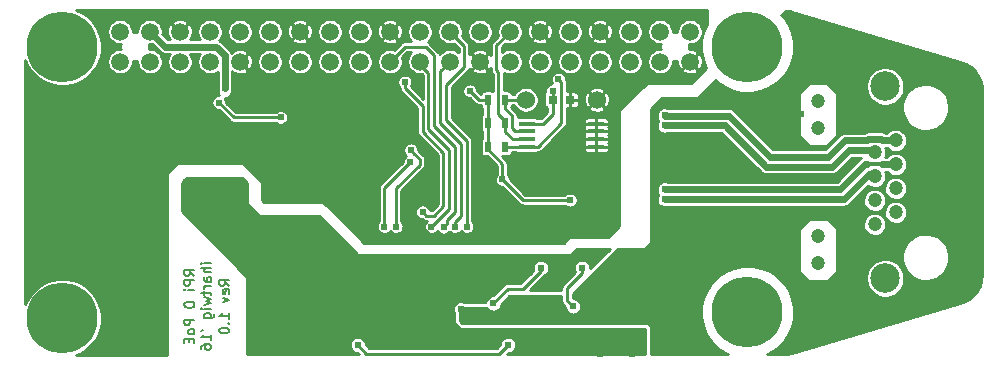
<source format=gbl>
G04 #@! TF.FileFunction,Copper,L2,Bot,Signal*
%FSLAX46Y46*%
G04 Gerber Fmt 4.6, Leading zero omitted, Abs format (unit mm)*
G04 Created by KiCad (PCBNEW 4.0.2-stable) date Sunday, October 09, 2016 'PMt' 11:06:17 PM*
%MOMM*%
G01*
G04 APERTURE LIST*
%ADD10C,0.100000*%
%ADD11C,0.203200*%
%ADD12C,1.198880*%
%ADD13C,2.499360*%
%ADD14R,0.800000X0.750000*%
%ADD15C,6.000000*%
%ADD16R,0.500000X0.900000*%
%ADD17R,1.450000X0.450000*%
%ADD18C,1.524000*%
%ADD19C,1.500000*%
%ADD20C,0.609600*%
%ADD21C,0.254000*%
%ADD22C,0.558800*%
%ADD23C,0.304800*%
G04 APERTURE END LIST*
D10*
D11*
X14687924Y-22889285D02*
X14283162Y-22605952D01*
X14687924Y-22403571D02*
X13837924Y-22403571D01*
X13837924Y-22727380D01*
X13878400Y-22808333D01*
X13918876Y-22848809D01*
X13999829Y-22889285D01*
X14121257Y-22889285D01*
X14202210Y-22848809D01*
X14242686Y-22808333D01*
X14283162Y-22727380D01*
X14283162Y-22403571D01*
X14687924Y-23253571D02*
X13837924Y-23253571D01*
X13837924Y-23577380D01*
X13878400Y-23658333D01*
X13918876Y-23698809D01*
X13999829Y-23739285D01*
X14121257Y-23739285D01*
X14202210Y-23698809D01*
X14242686Y-23658333D01*
X14283162Y-23577380D01*
X14283162Y-23253571D01*
X14687924Y-24103571D02*
X14121257Y-24103571D01*
X13837924Y-24103571D02*
X13878400Y-24063095D01*
X13918876Y-24103571D01*
X13878400Y-24144047D01*
X13837924Y-24103571D01*
X13918876Y-24103571D01*
X13837924Y-25317857D02*
X13837924Y-25398809D01*
X13878400Y-25479761D01*
X13918876Y-25520238D01*
X13999829Y-25560714D01*
X14161733Y-25601190D01*
X14364114Y-25601190D01*
X14526019Y-25560714D01*
X14606971Y-25520238D01*
X14647448Y-25479761D01*
X14687924Y-25398809D01*
X14687924Y-25317857D01*
X14647448Y-25236904D01*
X14606971Y-25196428D01*
X14526019Y-25155952D01*
X14364114Y-25115476D01*
X14161733Y-25115476D01*
X13999829Y-25155952D01*
X13918876Y-25196428D01*
X13878400Y-25236904D01*
X13837924Y-25317857D01*
X14687924Y-26613095D02*
X13837924Y-26613095D01*
X13837924Y-26936904D01*
X13878400Y-27017857D01*
X13918876Y-27058333D01*
X13999829Y-27098809D01*
X14121257Y-27098809D01*
X14202210Y-27058333D01*
X14242686Y-27017857D01*
X14283162Y-26936904D01*
X14283162Y-26613095D01*
X14687924Y-27584524D02*
X14647448Y-27503571D01*
X14606971Y-27463095D01*
X14526019Y-27422619D01*
X14283162Y-27422619D01*
X14202210Y-27463095D01*
X14161733Y-27503571D01*
X14121257Y-27584524D01*
X14121257Y-27705952D01*
X14161733Y-27786904D01*
X14202210Y-27827381D01*
X14283162Y-27867857D01*
X14526019Y-27867857D01*
X14606971Y-27827381D01*
X14647448Y-27786904D01*
X14687924Y-27705952D01*
X14687924Y-27584524D01*
X14242686Y-28232143D02*
X14242686Y-28515476D01*
X14687924Y-28636905D02*
X14687924Y-28232143D01*
X13837924Y-28232143D01*
X13837924Y-28636905D01*
X16081124Y-21857143D02*
X15514457Y-21857143D01*
X15231124Y-21857143D02*
X15271600Y-21816667D01*
X15312076Y-21857143D01*
X15271600Y-21897619D01*
X15231124Y-21857143D01*
X15312076Y-21857143D01*
X16081124Y-22261905D02*
X15231124Y-22261905D01*
X16081124Y-22626191D02*
X15635886Y-22626191D01*
X15554933Y-22585714D01*
X15514457Y-22504762D01*
X15514457Y-22383334D01*
X15554933Y-22302381D01*
X15595410Y-22261905D01*
X16081124Y-23395239D02*
X15635886Y-23395239D01*
X15554933Y-23354762D01*
X15514457Y-23273810D01*
X15514457Y-23111905D01*
X15554933Y-23030953D01*
X16040648Y-23395239D02*
X16081124Y-23314286D01*
X16081124Y-23111905D01*
X16040648Y-23030953D01*
X15959695Y-22990477D01*
X15878743Y-22990477D01*
X15797790Y-23030953D01*
X15757314Y-23111905D01*
X15757314Y-23314286D01*
X15716838Y-23395239D01*
X16081124Y-23800001D02*
X15514457Y-23800001D01*
X15676362Y-23800001D02*
X15595410Y-23840477D01*
X15554933Y-23880953D01*
X15514457Y-23961906D01*
X15514457Y-24042858D01*
X15514457Y-24204762D02*
X15514457Y-24528572D01*
X15231124Y-24326191D02*
X15959695Y-24326191D01*
X16040648Y-24366667D01*
X16081124Y-24447620D01*
X16081124Y-24528572D01*
X15514457Y-24730953D02*
X16081124Y-24892857D01*
X15676362Y-25054762D01*
X16081124Y-25216667D01*
X15514457Y-25378572D01*
X16081124Y-25702381D02*
X15514457Y-25702381D01*
X15231124Y-25702381D02*
X15271600Y-25661905D01*
X15312076Y-25702381D01*
X15271600Y-25742857D01*
X15231124Y-25702381D01*
X15312076Y-25702381D01*
X15514457Y-26471429D02*
X16202552Y-26471429D01*
X16283505Y-26430952D01*
X16323981Y-26390476D01*
X16364457Y-26309524D01*
X16364457Y-26188095D01*
X16323981Y-26107143D01*
X16040648Y-26471429D02*
X16081124Y-26390476D01*
X16081124Y-26228572D01*
X16040648Y-26147619D01*
X16000171Y-26107143D01*
X15919219Y-26066667D01*
X15676362Y-26066667D01*
X15595410Y-26107143D01*
X15554933Y-26147619D01*
X15514457Y-26228572D01*
X15514457Y-26390476D01*
X15554933Y-26471429D01*
X15231124Y-27564286D02*
X15393029Y-27483334D01*
X16081124Y-28373810D02*
X16081124Y-27888096D01*
X16081124Y-28130953D02*
X15231124Y-28130953D01*
X15352552Y-28050001D01*
X15433505Y-27969048D01*
X15473981Y-27888096D01*
X15231124Y-29102382D02*
X15231124Y-28940477D01*
X15271600Y-28859525D01*
X15312076Y-28819048D01*
X15433505Y-28738096D01*
X15595410Y-28697620D01*
X15919219Y-28697620D01*
X16000171Y-28738096D01*
X16040648Y-28778572D01*
X16081124Y-28859525D01*
X16081124Y-29021429D01*
X16040648Y-29102382D01*
X16000171Y-29142858D01*
X15919219Y-29183334D01*
X15716838Y-29183334D01*
X15635886Y-29142858D01*
X15595410Y-29102382D01*
X15554933Y-29021429D01*
X15554933Y-28859525D01*
X15595410Y-28778572D01*
X15635886Y-28738096D01*
X15716838Y-28697620D01*
X17634524Y-23739286D02*
X17229762Y-23455953D01*
X17634524Y-23253572D02*
X16784524Y-23253572D01*
X16784524Y-23577381D01*
X16825000Y-23658334D01*
X16865476Y-23698810D01*
X16946429Y-23739286D01*
X17067857Y-23739286D01*
X17148810Y-23698810D01*
X17189286Y-23658334D01*
X17229762Y-23577381D01*
X17229762Y-23253572D01*
X17594048Y-24427381D02*
X17634524Y-24346429D01*
X17634524Y-24184524D01*
X17594048Y-24103572D01*
X17513095Y-24063096D01*
X17189286Y-24063096D01*
X17108333Y-24103572D01*
X17067857Y-24184524D01*
X17067857Y-24346429D01*
X17108333Y-24427381D01*
X17189286Y-24467858D01*
X17270238Y-24467858D01*
X17351190Y-24063096D01*
X17067857Y-24751191D02*
X17634524Y-24953572D01*
X17067857Y-25155952D01*
X17634524Y-26572619D02*
X17634524Y-26086905D01*
X17634524Y-26329762D02*
X16784524Y-26329762D01*
X16905952Y-26248810D01*
X16986905Y-26167857D01*
X17027381Y-26086905D01*
X17553571Y-26936905D02*
X17594048Y-26977381D01*
X17634524Y-26936905D01*
X17594048Y-26896429D01*
X17553571Y-26936905D01*
X17634524Y-26936905D01*
X16784524Y-27503572D02*
X16784524Y-27584524D01*
X16825000Y-27665476D01*
X16865476Y-27705953D01*
X16946429Y-27746429D01*
X17108333Y-27786905D01*
X17310714Y-27786905D01*
X17472619Y-27746429D01*
X17553571Y-27705953D01*
X17594048Y-27665476D01*
X17634524Y-27584524D01*
X17634524Y-27503572D01*
X17594048Y-27422619D01*
X17553571Y-27382143D01*
X17472619Y-27341667D01*
X17310714Y-27301191D01*
X17108333Y-27301191D01*
X16946429Y-27341667D01*
X16865476Y-27382143D01*
X16825000Y-27422619D01*
X16784524Y-27503572D01*
D12*
X74055880Y-13478540D03*
X74055880Y-11449080D03*
X72275340Y-12462540D03*
X72275340Y-14492000D03*
X74055880Y-15508000D03*
X72275340Y-16521460D03*
X74055880Y-17537460D03*
X72275340Y-18550920D03*
D13*
X73166880Y-23120380D03*
X73166880Y-6879620D03*
D12*
X67456960Y-21860540D03*
X67456960Y-19569460D03*
X67456960Y-10430540D03*
X67456960Y-8139460D03*
D14*
X45000000Y-8000000D03*
X46500000Y-8000000D03*
D15*
X3500000Y-26500000D03*
X3500000Y-3500000D03*
X61500000Y-26000000D03*
X61500000Y-3500000D03*
D16*
X39500000Y-8000000D03*
X41000000Y-8000000D03*
X39500000Y-12000000D03*
X41000000Y-12000000D03*
X39500000Y-10000000D03*
X41000000Y-10000000D03*
D17*
X48700000Y-10025000D03*
X48700000Y-10675000D03*
X48700000Y-11325000D03*
X48700000Y-11975000D03*
X42800000Y-11975000D03*
X42800000Y-11325000D03*
X42800000Y-10675000D03*
X42800000Y-10025000D03*
D18*
X48750000Y-8000000D03*
X42750000Y-8000000D03*
D19*
X8370000Y-4770000D03*
X8370000Y-2230000D03*
X10910000Y-4770000D03*
X13450000Y-4770000D03*
X15990000Y-4770000D03*
X18530000Y-4770000D03*
X21070000Y-4770000D03*
X23610000Y-4770000D03*
X26150000Y-4770000D03*
X28690000Y-4770000D03*
X31230000Y-4770000D03*
X33770000Y-4770000D03*
X36310000Y-4770000D03*
X38850000Y-4770000D03*
X10910000Y-2230000D03*
X13450000Y-2230000D03*
X15990000Y-2230000D03*
X18530000Y-2230000D03*
X21070000Y-2230000D03*
X23610000Y-2230000D03*
X26150000Y-2230000D03*
X28690000Y-2230000D03*
X31230000Y-2230000D03*
X33770000Y-2230000D03*
X36310000Y-2230000D03*
X38850000Y-2230000D03*
X41390000Y-4770000D03*
X43930000Y-4770000D03*
X46470000Y-4770000D03*
X49010000Y-4770000D03*
X51550000Y-4770000D03*
X54090000Y-4770000D03*
X56630000Y-4770000D03*
X56630000Y-2230000D03*
X54090000Y-2230000D03*
X51550000Y-2230000D03*
X49010000Y-2230000D03*
X46470000Y-2230000D03*
X43930000Y-2230000D03*
X41390000Y-2230000D03*
D20*
X13000000Y-9500000D03*
X6250000Y-15750000D03*
X3250000Y-15750000D03*
X44295859Y-8871593D03*
X42250000Y-9250000D03*
X30500000Y-10614990D03*
X35114990Y-14216625D03*
X35114990Y-13150963D03*
X35114990Y-15280474D03*
X35114990Y-16338394D03*
X38385010Y-13150963D03*
X38385010Y-14216625D03*
X38385010Y-15250000D03*
X38385010Y-16338394D03*
X32500000Y-17500000D03*
X20500000Y-11500000D03*
X27000000Y-16750000D03*
X25250000Y-7500000D03*
X22750000Y-7500000D03*
X30500000Y-8750000D03*
X28500000Y-8750000D03*
X25750000Y-10750000D03*
X30500000Y-12750000D03*
X28500000Y-14250000D03*
X9500000Y-15000000D03*
X11000000Y-15000000D03*
X15750000Y-11500000D03*
X9250000Y-11500000D03*
X10000000Y-21000000D03*
X6750000Y-21000000D03*
X10000000Y-18500000D03*
X6750000Y-18500000D03*
X45750000Y-11000000D03*
X33000000Y-15500000D03*
X46000000Y-14000000D03*
X43000000Y-14000000D03*
X39500000Y-17500000D03*
X44750000Y-23750000D03*
X16750000Y-15000000D03*
X15500000Y-15000000D03*
X14000000Y-15000000D03*
X29250000Y-22250000D03*
X35250000Y-22250000D03*
X32250000Y-22250000D03*
X40000000Y-24250000D03*
X33250000Y-27750000D03*
X35000000Y-27750000D03*
X40000000Y-28750000D03*
X40000000Y-27750000D03*
X42750000Y-28750000D03*
X51750000Y-29500000D03*
X49000000Y-29500000D03*
X38000000Y-7250201D03*
X45000000Y-7250201D03*
X46500000Y-16500000D03*
X40750000Y-14750000D03*
X41250000Y-28750000D03*
X28500000Y-28750000D03*
X17250000Y-7000000D03*
X34750000Y-18750000D03*
X35794479Y-18780732D03*
X36750000Y-18750000D03*
X37750000Y-18750000D03*
X34000000Y-17500000D03*
X32500000Y-6500000D03*
X45500000Y-6250000D03*
X22000000Y-9500000D03*
X16750000Y-8250000D03*
X54750000Y-21500000D03*
X54000000Y-28500000D03*
X57000000Y-28500000D03*
X37250000Y-25750000D03*
X47500000Y-24500000D03*
X42739058Y-24989422D03*
X60000000Y-20250000D03*
X58000000Y-20250000D03*
X65000000Y-10000000D03*
X65000000Y-8500000D03*
X59000000Y-21000000D03*
X66000000Y-9250000D03*
X46750000Y-25500000D03*
X47500000Y-22250000D03*
X31750000Y-18750000D03*
X33000000Y-12250000D03*
X30750000Y-18750000D03*
X32976504Y-13265566D03*
X54500000Y-15568200D03*
X54500000Y-9318200D03*
X54500000Y-10181800D03*
X54500000Y-16431800D03*
X44000000Y-22250000D03*
X40000000Y-25250000D03*
D21*
X40750000Y-13450000D02*
X40750000Y-14750000D01*
X39500000Y-12000000D02*
X39500000Y-12200000D01*
X39500000Y-12200000D02*
X40750000Y-13450000D01*
X39500000Y-8000000D02*
X38749799Y-8000000D01*
X38749799Y-8000000D02*
X38000000Y-7250201D01*
X46500000Y-16500000D02*
X42500000Y-16500000D01*
X42500000Y-16500000D02*
X40750000Y-14750000D01*
X45000000Y-8000000D02*
X45000000Y-7250201D01*
X44225000Y-10025000D02*
X45000000Y-9250000D01*
X45000000Y-9250000D02*
X45000000Y-8000000D01*
X42800000Y-10025000D02*
X44225000Y-10025000D01*
X39500000Y-10000000D02*
X39500000Y-8000000D01*
X39500000Y-12000000D02*
X39500000Y-10000000D01*
X29250000Y-29500000D02*
X40500000Y-29500000D01*
X40500000Y-29500000D02*
X41250000Y-28750000D01*
X28500000Y-28750000D02*
X29250000Y-29500000D01*
D22*
X17250000Y-4250000D02*
X17250000Y-7000000D01*
X16500000Y-3500000D02*
X17250000Y-4250000D01*
X12180000Y-3500000D02*
X16500000Y-3500000D01*
X10910000Y-2230000D02*
X12180000Y-3500000D01*
D21*
X34750000Y-18750000D02*
X36250000Y-17250000D01*
X36250000Y-17250000D02*
X36250000Y-12250000D01*
X36250000Y-12250000D02*
X34500000Y-10500000D01*
X34500000Y-10500000D02*
X34500000Y-5750000D01*
X34500000Y-5750000D02*
X33770000Y-5020000D01*
X33770000Y-5020000D02*
X33770000Y-4770000D01*
X35794479Y-18780732D02*
X36099278Y-18475933D01*
X36099278Y-18475933D02*
X36099278Y-18150722D01*
X36099278Y-18150722D02*
X36750000Y-17500000D01*
X36750000Y-17500000D02*
X36750000Y-12000000D01*
X36750000Y-12000000D02*
X35000000Y-10250000D01*
X35000000Y-10250000D02*
X35000000Y-4250000D01*
X35000000Y-4250000D02*
X34250000Y-3500000D01*
X34250000Y-3500000D02*
X32500000Y-3500000D01*
X32500000Y-3500000D02*
X31230000Y-4770000D01*
X36750000Y-18750000D02*
X36750000Y-18318948D01*
X36750000Y-18318948D02*
X37250000Y-17818948D01*
X37250000Y-17818948D02*
X37250000Y-11750000D01*
X37250000Y-11750000D02*
X35500000Y-10000000D01*
X35500000Y-10000000D02*
X35500000Y-5580000D01*
X35500000Y-5580000D02*
X36310000Y-4770000D01*
X37750000Y-18750000D02*
X37750000Y-11500000D01*
X37750000Y-11500000D02*
X36000000Y-9750000D01*
X36000000Y-9750000D02*
X36000000Y-6750000D01*
X36000000Y-6750000D02*
X37500000Y-5250000D01*
X37500000Y-5250000D02*
X37500000Y-3420000D01*
X37500000Y-3420000D02*
X36310000Y-2230000D01*
X34000000Y-17500000D02*
X34304799Y-17804799D01*
X34304799Y-17804799D02*
X34945201Y-17804799D01*
X34000000Y-10750000D02*
X34000000Y-8500000D01*
X34945201Y-17804799D02*
X35750000Y-17000000D01*
X35750000Y-17000000D02*
X35750000Y-12500000D01*
X35750000Y-12500000D02*
X34000000Y-10750000D01*
X34000000Y-8500000D02*
X32500000Y-7000000D01*
X32500000Y-7000000D02*
X32500000Y-6500000D01*
X45750000Y-6750000D02*
X45750000Y-6500000D01*
X45750000Y-6500000D02*
X45500000Y-6250000D01*
X45750000Y-6750000D02*
X45750000Y-10004000D01*
X42800000Y-11975000D02*
X43779000Y-11975000D01*
X43779000Y-11975000D02*
X45750000Y-10004000D01*
X42800000Y-11975000D02*
X41025000Y-11975000D01*
X41025000Y-11975000D02*
X41000000Y-12000000D01*
X41000000Y-10000000D02*
X41000000Y-9800000D01*
X41000000Y-9800000D02*
X40419799Y-9219799D01*
X40419799Y-9219799D02*
X40419799Y-5669799D01*
X40419799Y-5669799D02*
X40250000Y-5500000D01*
X40250000Y-5500000D02*
X40250000Y-3370000D01*
X40250000Y-3370000D02*
X41390000Y-2230000D01*
X42800000Y-11325000D02*
X41621000Y-11325000D01*
X41621000Y-11325000D02*
X41000000Y-10704000D01*
X41000000Y-10704000D02*
X41000000Y-10000000D01*
X18000000Y-9500000D02*
X16750000Y-8250000D01*
X22000000Y-9500000D02*
X18000000Y-9500000D01*
X41580201Y-10434201D02*
X41580201Y-9330201D01*
X41580201Y-9330201D02*
X41000000Y-8750000D01*
X41000000Y-8750000D02*
X41000000Y-8000000D01*
X41821000Y-10675000D02*
X41580201Y-10434201D01*
X42800000Y-10675000D02*
X41821000Y-10675000D01*
X42750000Y-8000000D02*
X41000000Y-8000000D01*
X46250000Y-23931052D02*
X46250000Y-25000000D01*
X46250000Y-25000000D02*
X46750000Y-25500000D01*
X47500000Y-22250000D02*
X47500000Y-22681052D01*
X47500000Y-22681052D02*
X46250000Y-23931052D01*
X33750000Y-13500000D02*
X31750000Y-15500000D01*
X31750000Y-15500000D02*
X31750000Y-18750000D01*
X33750000Y-13000000D02*
X33750000Y-13500000D01*
X33304799Y-12554799D02*
X33750000Y-13000000D01*
X33000000Y-12250000D02*
X33304799Y-12554799D01*
X32976504Y-13273496D02*
X30750000Y-15500000D01*
X30750000Y-15500000D02*
X30750000Y-18750000D01*
X32976504Y-13265566D02*
X32976504Y-13273496D01*
D22*
X54500000Y-15568200D02*
X54525401Y-15593601D01*
X54525401Y-15593601D02*
X69331663Y-15593601D01*
D23*
X71612194Y-13478540D02*
X72938486Y-13478540D01*
D22*
X71446724Y-13478540D02*
X69331663Y-15593601D01*
X74055880Y-13478540D02*
X72938486Y-13478540D01*
X72938486Y-13478540D02*
X72937216Y-13477270D01*
X71612194Y-13478540D02*
X71446724Y-13478540D01*
X54500000Y-9318200D02*
X54525401Y-9343601D01*
X54525401Y-9343601D02*
X59918337Y-9343601D01*
X63418336Y-12843600D02*
X59918337Y-9343601D01*
X68331664Y-12843600D02*
X63418336Y-12843600D01*
X69726184Y-11449080D02*
X68331664Y-12843600D01*
X72819105Y-11329699D02*
X71731575Y-11329699D01*
X74055880Y-11449080D02*
X72938486Y-11449080D01*
X72938486Y-11449080D02*
X72819105Y-11329699D01*
X71731575Y-11329699D02*
X71612194Y-11449080D01*
X71612194Y-11449080D02*
X69726184Y-11449080D01*
X54500000Y-10181800D02*
X54525401Y-10156399D01*
X54525401Y-10156399D02*
X59581663Y-10156399D01*
X63081664Y-13656400D02*
X59581663Y-10156399D01*
X68668336Y-13656400D02*
X63081664Y-13656400D01*
X70062857Y-12261879D02*
X68668336Y-13656400D01*
X72275340Y-12462540D02*
X72074679Y-12261879D01*
X72074679Y-12261879D02*
X70062857Y-12261879D01*
X54500000Y-16431800D02*
X54525401Y-16406399D01*
X54525401Y-16406399D02*
X69668337Y-16406399D01*
X71783397Y-14291339D02*
X69668337Y-16406399D01*
X72275340Y-14492000D02*
X72074679Y-14291339D01*
X72074679Y-14291339D02*
X71783397Y-14291339D01*
D21*
X44000000Y-22250000D02*
X44000000Y-22500000D01*
X44000000Y-22500000D02*
X43500000Y-23000000D01*
X40000000Y-25250000D02*
X41250000Y-24000000D01*
X41250000Y-24000000D02*
X42500000Y-24000000D01*
X42500000Y-24000000D02*
X43500000Y-23000000D01*
G36*
X65072615Y-483031D02*
X65305538Y-540618D01*
X79512615Y-4768915D01*
X79996154Y-4965988D01*
X80414518Y-5241576D01*
X80771387Y-5593178D01*
X81053166Y-6007398D01*
X81249122Y-6468460D01*
X81353724Y-6968030D01*
X81369000Y-7248903D01*
X81369000Y-22741731D01*
X81318046Y-23261396D01*
X81173247Y-23740995D01*
X80938053Y-24183330D01*
X80621420Y-24571560D01*
X80235413Y-24890893D01*
X79786435Y-25133654D01*
X79521589Y-25228415D01*
X65316065Y-29456249D01*
X64792615Y-29557751D01*
X64552935Y-29569000D01*
X63158363Y-29569000D01*
X63279163Y-29522145D01*
X63929401Y-29109491D01*
X64487103Y-28578398D01*
X64931028Y-27949095D01*
X65244266Y-27245551D01*
X65414886Y-26494565D01*
X65427168Y-25614938D01*
X65277584Y-24859480D01*
X64984112Y-24147465D01*
X64557932Y-23506012D01*
X64015276Y-22959554D01*
X63376814Y-22528906D01*
X62666864Y-22230471D01*
X61912469Y-22075616D01*
X61142364Y-22070239D01*
X60385880Y-22214546D01*
X59671833Y-22503040D01*
X59027421Y-22924732D01*
X58477188Y-23463559D01*
X58042093Y-24099000D01*
X57738709Y-24806848D01*
X57578591Y-25560143D01*
X57567838Y-26330193D01*
X57706860Y-27087665D01*
X57990362Y-27803709D01*
X58407545Y-28451050D01*
X58942518Y-29005031D01*
X59574905Y-29444551D01*
X59859757Y-29569000D01*
X53377000Y-29569000D01*
X53377000Y-27250000D01*
X53371972Y-27214619D01*
X53357286Y-27182039D01*
X53339803Y-27160197D01*
X53089803Y-26910197D01*
X53061229Y-26888734D01*
X53027807Y-26876082D01*
X53000000Y-26873000D01*
X37302606Y-26873000D01*
X37127000Y-26697394D01*
X37127000Y-25802606D01*
X37302606Y-25627000D01*
X39427047Y-25627000D01*
X39459943Y-25678044D01*
X39553369Y-25774790D01*
X39663807Y-25851546D01*
X39787051Y-25905390D01*
X39918406Y-25934270D01*
X40052868Y-25937087D01*
X40185317Y-25913733D01*
X40310708Y-25865097D01*
X40424263Y-25793032D01*
X40521659Y-25700284D01*
X40599185Y-25590384D01*
X40653888Y-25467519D01*
X40683684Y-25336369D01*
X40684415Y-25284005D01*
X41341420Y-24627000D01*
X45742000Y-24627000D01*
X45742000Y-25000000D01*
X45746579Y-25046704D01*
X45750669Y-25093448D01*
X45751414Y-25096014D01*
X45751675Y-25098671D01*
X45765227Y-25143556D01*
X45778329Y-25188655D01*
X45779560Y-25191029D01*
X45780331Y-25193584D01*
X45802340Y-25234977D01*
X45823955Y-25276677D01*
X45825623Y-25278766D01*
X45826876Y-25281123D01*
X45856552Y-25317509D01*
X45885810Y-25354159D01*
X45889473Y-25357874D01*
X45889538Y-25357954D01*
X45889612Y-25358015D01*
X45890790Y-25359210D01*
X46063656Y-25532076D01*
X46063299Y-25557664D01*
X46087577Y-25689947D01*
X46137087Y-25814994D01*
X46209943Y-25928044D01*
X46303369Y-26024790D01*
X46413807Y-26101546D01*
X46537051Y-26155390D01*
X46668406Y-26184270D01*
X46802868Y-26187087D01*
X46935317Y-26163733D01*
X47060708Y-26115097D01*
X47174263Y-26043032D01*
X47271659Y-25950284D01*
X47349185Y-25840384D01*
X47403888Y-25717519D01*
X47433684Y-25586369D01*
X47435829Y-25432754D01*
X47409706Y-25300823D01*
X47358455Y-25176479D01*
X47284028Y-25064457D01*
X47189260Y-24969025D01*
X47077761Y-24893818D01*
X46953778Y-24841700D01*
X46822032Y-24814657D01*
X46782803Y-24814383D01*
X46758000Y-24789580D01*
X46758000Y-24421606D01*
X50552606Y-20627000D01*
X52750000Y-20627000D01*
X52785381Y-20621972D01*
X52817961Y-20607286D01*
X52839803Y-20589803D01*
X53339803Y-20089803D01*
X53361266Y-20061229D01*
X53373918Y-20027807D01*
X53377000Y-20000000D01*
X53377000Y-19000000D01*
X65873000Y-19000000D01*
X65873000Y-22500000D01*
X65882334Y-22547789D01*
X65910197Y-22589803D01*
X66660197Y-23339803D01*
X66700590Y-23366994D01*
X66750000Y-23377000D01*
X68250000Y-23377000D01*
X68297789Y-23367666D01*
X68339803Y-23339803D01*
X68422114Y-23257492D01*
X71534057Y-23257492D01*
X71591785Y-23572031D01*
X71709509Y-23869367D01*
X71882743Y-24138174D01*
X72104890Y-24368214D01*
X72367488Y-24550724D01*
X72660534Y-24678753D01*
X72972867Y-24747423D01*
X73292589Y-24754121D01*
X73607524Y-24698589D01*
X73905674Y-24582944D01*
X74175684Y-24411591D01*
X74407269Y-24191055D01*
X74591608Y-23929738D01*
X74721680Y-23637593D01*
X74792529Y-23325747D01*
X74797630Y-22960484D01*
X74735515Y-22646781D01*
X74613651Y-22351118D01*
X74436681Y-22084756D01*
X74211344Y-21857840D01*
X73946224Y-21679014D01*
X73651418Y-21555090D01*
X73424745Y-21508560D01*
X74586642Y-21508560D01*
X74657679Y-21895610D01*
X74802542Y-22261491D01*
X75015712Y-22592266D01*
X75289070Y-22875337D01*
X75612204Y-23099921D01*
X75972806Y-23257464D01*
X76357141Y-23341965D01*
X76750569Y-23350206D01*
X77138105Y-23281873D01*
X77504988Y-23139569D01*
X77837244Y-22928713D01*
X78122216Y-22657338D01*
X78349050Y-22335779D01*
X78509107Y-21976286D01*
X78596290Y-21592551D01*
X78602566Y-21143083D01*
X78526132Y-20757063D01*
X78376175Y-20393240D01*
X78158408Y-20065474D01*
X77881124Y-19786247D01*
X77554885Y-19566197D01*
X77192119Y-19413704D01*
X76806642Y-19334577D01*
X76413137Y-19331829D01*
X76026592Y-19405567D01*
X75661732Y-19552980D01*
X75332453Y-19768454D01*
X75051298Y-20043782D01*
X74828975Y-20368476D01*
X74673953Y-20730169D01*
X74592137Y-21115084D01*
X74586642Y-21508560D01*
X73424745Y-21508560D01*
X73338157Y-21490786D01*
X73018372Y-21488554D01*
X72704244Y-21548477D01*
X72407737Y-21668273D01*
X72140146Y-21843380D01*
X71911663Y-22067128D01*
X71730990Y-22330993D01*
X71605010Y-22624926D01*
X71538522Y-22937730D01*
X71534057Y-23257492D01*
X68422114Y-23257492D01*
X69089803Y-22589803D01*
X69116994Y-22549410D01*
X69127000Y-22500000D01*
X69127000Y-19000000D01*
X69117666Y-18952211D01*
X69089803Y-18910197D01*
X68812964Y-18633358D01*
X71293611Y-18633358D01*
X71328320Y-18822474D01*
X71399101Y-19001246D01*
X71503258Y-19162865D01*
X71636823Y-19301175D01*
X71794708Y-19410909D01*
X71970901Y-19487886D01*
X72158690Y-19529174D01*
X72350922Y-19533200D01*
X72540276Y-19499812D01*
X72719537Y-19430281D01*
X72881880Y-19327256D01*
X73021119Y-19194660D01*
X73131952Y-19037544D01*
X73210157Y-18861892D01*
X73252756Y-18674396D01*
X73255822Y-18454783D01*
X73218476Y-18266170D01*
X73145206Y-18088404D01*
X73038803Y-17928255D01*
X72903320Y-17791823D01*
X72743917Y-17684304D01*
X72590702Y-17619898D01*
X73074151Y-17619898D01*
X73108860Y-17809014D01*
X73179641Y-17987786D01*
X73283798Y-18149405D01*
X73417363Y-18287715D01*
X73575248Y-18397449D01*
X73751441Y-18474426D01*
X73939230Y-18515714D01*
X74131462Y-18519740D01*
X74320816Y-18486352D01*
X74500077Y-18416821D01*
X74662420Y-18313796D01*
X74801659Y-18181200D01*
X74912492Y-18024084D01*
X74990697Y-17848432D01*
X75033296Y-17660936D01*
X75036362Y-17441323D01*
X74999016Y-17252710D01*
X74925746Y-17074944D01*
X74819343Y-16914795D01*
X74683860Y-16778363D01*
X74524457Y-16670844D01*
X74347207Y-16596335D01*
X74158860Y-16557673D01*
X73966590Y-16556331D01*
X73777722Y-16592359D01*
X73599448Y-16664386D01*
X73438560Y-16769669D01*
X73301185Y-16904196D01*
X73192557Y-17062844D01*
X73116812Y-17239570D01*
X73076836Y-17427643D01*
X73074151Y-17619898D01*
X72590702Y-17619898D01*
X72566667Y-17609795D01*
X72378320Y-17571133D01*
X72186050Y-17569791D01*
X71997182Y-17605819D01*
X71818908Y-17677846D01*
X71658020Y-17783129D01*
X71520645Y-17917656D01*
X71412017Y-18076304D01*
X71336272Y-18253030D01*
X71296296Y-18441103D01*
X71293611Y-18633358D01*
X68812964Y-18633358D01*
X68339803Y-18160197D01*
X68299410Y-18133006D01*
X68250000Y-18123000D01*
X66750000Y-18123000D01*
X66702211Y-18132334D01*
X66660197Y-18160197D01*
X65910197Y-18910197D01*
X65883006Y-18950590D01*
X65873000Y-19000000D01*
X53377000Y-19000000D01*
X53377000Y-9375864D01*
X53813299Y-9375864D01*
X53837577Y-9508147D01*
X53887087Y-9633194D01*
X53959943Y-9746244D01*
X53964094Y-9750543D01*
X53896121Y-9849815D01*
X53843139Y-9973431D01*
X53815177Y-10104985D01*
X53813299Y-10239464D01*
X53837577Y-10371747D01*
X53887087Y-10496794D01*
X53959943Y-10609844D01*
X54053369Y-10706590D01*
X54163807Y-10783346D01*
X54287051Y-10837190D01*
X54418406Y-10866070D01*
X54552868Y-10868887D01*
X54685317Y-10845533D01*
X54759398Y-10816799D01*
X59308117Y-10816799D01*
X62614691Y-14123373D01*
X62661806Y-14162074D01*
X62708560Y-14201305D01*
X62711602Y-14202977D01*
X62714286Y-14205182D01*
X62768044Y-14234007D01*
X62821505Y-14263397D01*
X62824816Y-14264447D01*
X62827876Y-14266088D01*
X62886185Y-14283915D01*
X62944359Y-14302369D01*
X62947812Y-14302756D01*
X62951131Y-14303771D01*
X63011786Y-14309932D01*
X63072443Y-14316736D01*
X63079231Y-14316783D01*
X63079358Y-14316796D01*
X63079476Y-14316785D01*
X63081664Y-14316800D01*
X68668336Y-14316800D01*
X68729070Y-14310845D01*
X68789818Y-14305530D01*
X68793150Y-14304562D01*
X68796608Y-14304223D01*
X68855012Y-14286590D01*
X68913588Y-14269572D01*
X68916673Y-14267973D01*
X68919995Y-14266970D01*
X68973832Y-14238345D01*
X69028016Y-14210258D01*
X69030731Y-14208091D01*
X69033796Y-14206461D01*
X69081054Y-14167918D01*
X69128744Y-14129848D01*
X69133574Y-14125084D01*
X69133676Y-14125001D01*
X69133754Y-14124907D01*
X69135309Y-14123373D01*
X70336404Y-12922279D01*
X71091680Y-12922279D01*
X71087044Y-12924682D01*
X71084329Y-12926849D01*
X71081264Y-12928479D01*
X71034006Y-12967022D01*
X70986316Y-13005092D01*
X70981486Y-13009856D01*
X70981384Y-13009939D01*
X70981306Y-13010033D01*
X70979751Y-13011567D01*
X69058117Y-14933201D01*
X54759209Y-14933201D01*
X54703778Y-14909900D01*
X54572032Y-14882857D01*
X54437543Y-14881918D01*
X54305433Y-14907119D01*
X54180734Y-14957501D01*
X54068196Y-15031144D01*
X53972105Y-15125243D01*
X53896121Y-15236215D01*
X53843139Y-15359831D01*
X53815177Y-15491385D01*
X53813299Y-15625864D01*
X53837577Y-15758147D01*
X53887087Y-15883194D01*
X53959943Y-15996244D01*
X53964094Y-16000543D01*
X53896121Y-16099815D01*
X53843139Y-16223431D01*
X53815177Y-16354985D01*
X53813299Y-16489464D01*
X53837577Y-16621747D01*
X53887087Y-16746794D01*
X53959943Y-16859844D01*
X54053369Y-16956590D01*
X54163807Y-17033346D01*
X54287051Y-17087190D01*
X54418406Y-17116070D01*
X54552868Y-17118887D01*
X54685317Y-17095533D01*
X54759398Y-17066799D01*
X69668337Y-17066799D01*
X69729071Y-17060844D01*
X69789819Y-17055529D01*
X69793151Y-17054561D01*
X69796609Y-17054222D01*
X69855013Y-17036589D01*
X69913589Y-17019571D01*
X69916674Y-17017972D01*
X69919996Y-17016969D01*
X69973833Y-16988344D01*
X70028017Y-16960257D01*
X70030732Y-16958090D01*
X70033797Y-16956460D01*
X70081055Y-16917917D01*
X70128745Y-16879847D01*
X70133575Y-16875083D01*
X70133677Y-16875000D01*
X70133755Y-16874906D01*
X70135310Y-16873372D01*
X70404784Y-16603898D01*
X71293611Y-16603898D01*
X71328320Y-16793014D01*
X71399101Y-16971786D01*
X71503258Y-17133405D01*
X71636823Y-17271715D01*
X71794708Y-17381449D01*
X71970901Y-17458426D01*
X72158690Y-17499714D01*
X72350922Y-17503740D01*
X72540276Y-17470352D01*
X72719537Y-17400821D01*
X72881880Y-17297796D01*
X73021119Y-17165200D01*
X73131952Y-17008084D01*
X73210157Y-16832432D01*
X73252756Y-16644936D01*
X73255822Y-16425323D01*
X73218476Y-16236710D01*
X73145206Y-16058944D01*
X73038803Y-15898795D01*
X72903320Y-15762363D01*
X72743917Y-15654844D01*
X72590702Y-15590438D01*
X73074151Y-15590438D01*
X73108860Y-15779554D01*
X73179641Y-15958326D01*
X73283798Y-16119945D01*
X73417363Y-16258255D01*
X73575248Y-16367989D01*
X73751441Y-16444966D01*
X73939230Y-16486254D01*
X74131462Y-16490280D01*
X74320816Y-16456892D01*
X74500077Y-16387361D01*
X74662420Y-16284336D01*
X74801659Y-16151740D01*
X74912492Y-15994624D01*
X74990697Y-15818972D01*
X75033296Y-15631476D01*
X75036362Y-15411863D01*
X74999016Y-15223250D01*
X74925746Y-15045484D01*
X74819343Y-14885335D01*
X74683860Y-14748903D01*
X74524457Y-14641384D01*
X74347207Y-14566875D01*
X74158860Y-14528213D01*
X73966590Y-14526871D01*
X73777722Y-14562899D01*
X73599448Y-14634926D01*
X73438560Y-14740209D01*
X73301185Y-14874736D01*
X73192557Y-15033384D01*
X73116812Y-15210110D01*
X73076836Y-15398183D01*
X73074151Y-15590438D01*
X72590702Y-15590438D01*
X72566667Y-15580335D01*
X72378320Y-15541673D01*
X72186050Y-15540331D01*
X71997182Y-15576359D01*
X71818908Y-15648386D01*
X71658020Y-15753669D01*
X71520645Y-15888196D01*
X71412017Y-16046844D01*
X71336272Y-16223570D01*
X71296296Y-16411643D01*
X71293611Y-16603898D01*
X70404784Y-16603898D01*
X71713285Y-15295398D01*
X71794708Y-15351989D01*
X71970901Y-15428966D01*
X72158690Y-15470254D01*
X72350922Y-15474280D01*
X72540276Y-15440892D01*
X72719537Y-15371361D01*
X72881880Y-15268336D01*
X73021119Y-15135740D01*
X73131952Y-14978624D01*
X73210157Y-14802972D01*
X73252756Y-14615476D01*
X73255822Y-14395863D01*
X73218476Y-14207250D01*
X73190321Y-14138940D01*
X73330591Y-14138940D01*
X73417363Y-14228795D01*
X73575248Y-14338529D01*
X73751441Y-14415506D01*
X73939230Y-14456794D01*
X74131462Y-14460820D01*
X74320816Y-14427432D01*
X74500077Y-14357901D01*
X74662420Y-14254876D01*
X74801659Y-14122280D01*
X74912492Y-13965164D01*
X74990697Y-13789512D01*
X75033296Y-13602016D01*
X75036362Y-13382403D01*
X74999016Y-13193790D01*
X74925746Y-13016024D01*
X74819343Y-12855875D01*
X74683860Y-12719443D01*
X74524457Y-12611924D01*
X74347207Y-12537415D01*
X74158860Y-12498753D01*
X73966590Y-12497411D01*
X73777722Y-12533439D01*
X73599448Y-12605466D01*
X73438560Y-12710749D01*
X73328895Y-12818140D01*
X73190287Y-12818140D01*
X73210157Y-12773512D01*
X73252756Y-12586016D01*
X73255822Y-12366403D01*
X73218476Y-12177790D01*
X73190321Y-12109480D01*
X73330591Y-12109480D01*
X73417363Y-12199335D01*
X73575248Y-12309069D01*
X73751441Y-12386046D01*
X73939230Y-12427334D01*
X74131462Y-12431360D01*
X74320816Y-12397972D01*
X74500077Y-12328441D01*
X74662420Y-12225416D01*
X74801659Y-12092820D01*
X74912492Y-11935704D01*
X74990697Y-11760052D01*
X75033296Y-11572556D01*
X75036362Y-11352943D01*
X74999016Y-11164330D01*
X74925746Y-10986564D01*
X74819343Y-10826415D01*
X74683860Y-10689983D01*
X74524457Y-10582464D01*
X74347207Y-10507955D01*
X74158860Y-10469293D01*
X73966590Y-10467951D01*
X73777722Y-10503979D01*
X73599448Y-10576006D01*
X73438560Y-10681289D01*
X73328895Y-10788680D01*
X73196840Y-10788680D01*
X73192209Y-10784794D01*
X73189167Y-10783122D01*
X73186483Y-10780917D01*
X73132725Y-10752092D01*
X73079264Y-10722702D01*
X73075953Y-10721652D01*
X73072893Y-10720011D01*
X73014584Y-10702184D01*
X72956410Y-10683730D01*
X72952957Y-10683343D01*
X72949638Y-10682328D01*
X72888983Y-10676167D01*
X72828326Y-10669363D01*
X72821538Y-10669316D01*
X72821411Y-10669303D01*
X72821293Y-10669314D01*
X72819105Y-10669299D01*
X71731575Y-10669299D01*
X71670844Y-10675254D01*
X71610093Y-10680569D01*
X71606761Y-10681537D01*
X71603303Y-10681876D01*
X71544899Y-10699509D01*
X71486323Y-10716527D01*
X71483238Y-10718126D01*
X71479916Y-10719129D01*
X71426079Y-10747754D01*
X71371895Y-10775841D01*
X71369180Y-10778008D01*
X71366115Y-10779638D01*
X71355028Y-10788680D01*
X69726184Y-10788680D01*
X69665453Y-10794635D01*
X69604702Y-10799950D01*
X69601370Y-10800918D01*
X69597912Y-10801257D01*
X69539508Y-10818890D01*
X69480932Y-10835908D01*
X69477847Y-10837507D01*
X69474525Y-10838510D01*
X69420688Y-10867135D01*
X69366504Y-10895222D01*
X69363789Y-10897389D01*
X69360724Y-10899019D01*
X69313466Y-10937562D01*
X69265776Y-10975632D01*
X69260946Y-10980396D01*
X69260844Y-10980479D01*
X69260766Y-10980573D01*
X69259211Y-10982107D01*
X68058118Y-12183200D01*
X63691882Y-12183200D01*
X60385310Y-8876628D01*
X60338195Y-8837927D01*
X60291441Y-8798696D01*
X60288399Y-8797024D01*
X60285715Y-8794819D01*
X60231957Y-8765994D01*
X60178496Y-8736604D01*
X60175185Y-8735554D01*
X60172125Y-8733913D01*
X60113816Y-8716086D01*
X60055642Y-8697632D01*
X60052189Y-8697245D01*
X60048870Y-8696230D01*
X59988215Y-8690069D01*
X59927558Y-8683265D01*
X59920770Y-8683218D01*
X59920643Y-8683205D01*
X59920525Y-8683216D01*
X59918337Y-8683201D01*
X54759209Y-8683201D01*
X54703778Y-8659900D01*
X54572032Y-8632857D01*
X54437543Y-8631918D01*
X54305433Y-8657119D01*
X54180734Y-8707501D01*
X54068196Y-8781144D01*
X53972105Y-8875243D01*
X53896121Y-8986215D01*
X53843139Y-9109831D01*
X53815177Y-9241385D01*
X53813299Y-9375864D01*
X53377000Y-9375864D01*
X53377000Y-8802606D01*
X54302606Y-7877000D01*
X57250000Y-7877000D01*
X57285381Y-7871972D01*
X57317961Y-7857286D01*
X57339803Y-7839803D01*
X57679606Y-7500000D01*
X65873000Y-7500000D01*
X65873000Y-11000000D01*
X65882334Y-11047789D01*
X65910197Y-11089803D01*
X66660197Y-11839803D01*
X66700590Y-11866994D01*
X66750000Y-11877000D01*
X68250000Y-11877000D01*
X68297789Y-11867666D01*
X68339803Y-11839803D01*
X69089803Y-11089803D01*
X69116994Y-11049410D01*
X69127000Y-11000000D01*
X69127000Y-8828880D01*
X74586642Y-8828880D01*
X74657679Y-9215930D01*
X74802542Y-9581811D01*
X75015712Y-9912586D01*
X75289070Y-10195657D01*
X75612204Y-10420241D01*
X75972806Y-10577784D01*
X76357141Y-10662285D01*
X76750569Y-10670526D01*
X77138105Y-10602193D01*
X77504988Y-10459889D01*
X77837244Y-10249033D01*
X78122216Y-9977658D01*
X78349050Y-9656099D01*
X78509107Y-9296606D01*
X78596290Y-8912871D01*
X78602566Y-8463403D01*
X78526132Y-8077383D01*
X78376175Y-7713560D01*
X78158408Y-7385794D01*
X77881124Y-7106567D01*
X77554885Y-6886517D01*
X77192119Y-6734024D01*
X76806642Y-6654897D01*
X76413137Y-6652149D01*
X76026592Y-6725887D01*
X75661732Y-6873300D01*
X75332453Y-7088774D01*
X75051298Y-7364102D01*
X74828975Y-7688796D01*
X74673953Y-8050489D01*
X74592137Y-8435404D01*
X74586642Y-8828880D01*
X69127000Y-8828880D01*
X69127000Y-7500000D01*
X69117666Y-7452211D01*
X69089803Y-7410197D01*
X68696338Y-7016732D01*
X71534057Y-7016732D01*
X71591785Y-7331271D01*
X71709509Y-7628607D01*
X71882743Y-7897414D01*
X72104890Y-8127454D01*
X72367488Y-8309964D01*
X72660534Y-8437993D01*
X72972867Y-8506663D01*
X73292589Y-8513361D01*
X73607524Y-8457829D01*
X73905674Y-8342184D01*
X74175684Y-8170831D01*
X74407269Y-7950295D01*
X74591608Y-7688978D01*
X74721680Y-7396833D01*
X74792529Y-7084987D01*
X74797630Y-6719724D01*
X74735515Y-6406021D01*
X74613651Y-6110358D01*
X74436681Y-5843996D01*
X74211344Y-5617080D01*
X73946224Y-5438254D01*
X73651418Y-5314330D01*
X73338157Y-5250026D01*
X73018372Y-5247794D01*
X72704244Y-5307717D01*
X72407737Y-5427513D01*
X72140146Y-5602620D01*
X71911663Y-5826368D01*
X71730990Y-6090233D01*
X71605010Y-6384166D01*
X71538522Y-6696970D01*
X71534057Y-7016732D01*
X68696338Y-7016732D01*
X68339803Y-6660197D01*
X68299410Y-6633006D01*
X68250000Y-6623000D01*
X66750000Y-6623000D01*
X66702211Y-6632334D01*
X66660197Y-6660197D01*
X65910197Y-7410197D01*
X65883006Y-7450590D01*
X65873000Y-7500000D01*
X57679606Y-7500000D01*
X58810885Y-6368721D01*
X58942518Y-6505031D01*
X59574905Y-6944551D01*
X60280619Y-7252870D01*
X61032778Y-7418243D01*
X61802733Y-7434371D01*
X62561158Y-7300640D01*
X63279163Y-7022145D01*
X63929401Y-6609491D01*
X64487103Y-6078398D01*
X64931028Y-5449095D01*
X65244266Y-4745551D01*
X65414886Y-3994565D01*
X65427168Y-3114938D01*
X65277584Y-2359480D01*
X64984112Y-1647465D01*
X64557932Y-1006012D01*
X64366434Y-813172D01*
X64730154Y-449452D01*
X65072615Y-483031D01*
X65072615Y-483031D01*
G37*
X65072615Y-483031D02*
X65305538Y-540618D01*
X79512615Y-4768915D01*
X79996154Y-4965988D01*
X80414518Y-5241576D01*
X80771387Y-5593178D01*
X81053166Y-6007398D01*
X81249122Y-6468460D01*
X81353724Y-6968030D01*
X81369000Y-7248903D01*
X81369000Y-22741731D01*
X81318046Y-23261396D01*
X81173247Y-23740995D01*
X80938053Y-24183330D01*
X80621420Y-24571560D01*
X80235413Y-24890893D01*
X79786435Y-25133654D01*
X79521589Y-25228415D01*
X65316065Y-29456249D01*
X64792615Y-29557751D01*
X64552935Y-29569000D01*
X63158363Y-29569000D01*
X63279163Y-29522145D01*
X63929401Y-29109491D01*
X64487103Y-28578398D01*
X64931028Y-27949095D01*
X65244266Y-27245551D01*
X65414886Y-26494565D01*
X65427168Y-25614938D01*
X65277584Y-24859480D01*
X64984112Y-24147465D01*
X64557932Y-23506012D01*
X64015276Y-22959554D01*
X63376814Y-22528906D01*
X62666864Y-22230471D01*
X61912469Y-22075616D01*
X61142364Y-22070239D01*
X60385880Y-22214546D01*
X59671833Y-22503040D01*
X59027421Y-22924732D01*
X58477188Y-23463559D01*
X58042093Y-24099000D01*
X57738709Y-24806848D01*
X57578591Y-25560143D01*
X57567838Y-26330193D01*
X57706860Y-27087665D01*
X57990362Y-27803709D01*
X58407545Y-28451050D01*
X58942518Y-29005031D01*
X59574905Y-29444551D01*
X59859757Y-29569000D01*
X53377000Y-29569000D01*
X53377000Y-27250000D01*
X53371972Y-27214619D01*
X53357286Y-27182039D01*
X53339803Y-27160197D01*
X53089803Y-26910197D01*
X53061229Y-26888734D01*
X53027807Y-26876082D01*
X53000000Y-26873000D01*
X37302606Y-26873000D01*
X37127000Y-26697394D01*
X37127000Y-25802606D01*
X37302606Y-25627000D01*
X39427047Y-25627000D01*
X39459943Y-25678044D01*
X39553369Y-25774790D01*
X39663807Y-25851546D01*
X39787051Y-25905390D01*
X39918406Y-25934270D01*
X40052868Y-25937087D01*
X40185317Y-25913733D01*
X40310708Y-25865097D01*
X40424263Y-25793032D01*
X40521659Y-25700284D01*
X40599185Y-25590384D01*
X40653888Y-25467519D01*
X40683684Y-25336369D01*
X40684415Y-25284005D01*
X41341420Y-24627000D01*
X45742000Y-24627000D01*
X45742000Y-25000000D01*
X45746579Y-25046704D01*
X45750669Y-25093448D01*
X45751414Y-25096014D01*
X45751675Y-25098671D01*
X45765227Y-25143556D01*
X45778329Y-25188655D01*
X45779560Y-25191029D01*
X45780331Y-25193584D01*
X45802340Y-25234977D01*
X45823955Y-25276677D01*
X45825623Y-25278766D01*
X45826876Y-25281123D01*
X45856552Y-25317509D01*
X45885810Y-25354159D01*
X45889473Y-25357874D01*
X45889538Y-25357954D01*
X45889612Y-25358015D01*
X45890790Y-25359210D01*
X46063656Y-25532076D01*
X46063299Y-25557664D01*
X46087577Y-25689947D01*
X46137087Y-25814994D01*
X46209943Y-25928044D01*
X46303369Y-26024790D01*
X46413807Y-26101546D01*
X46537051Y-26155390D01*
X46668406Y-26184270D01*
X46802868Y-26187087D01*
X46935317Y-26163733D01*
X47060708Y-26115097D01*
X47174263Y-26043032D01*
X47271659Y-25950284D01*
X47349185Y-25840384D01*
X47403888Y-25717519D01*
X47433684Y-25586369D01*
X47435829Y-25432754D01*
X47409706Y-25300823D01*
X47358455Y-25176479D01*
X47284028Y-25064457D01*
X47189260Y-24969025D01*
X47077761Y-24893818D01*
X46953778Y-24841700D01*
X46822032Y-24814657D01*
X46782803Y-24814383D01*
X46758000Y-24789580D01*
X46758000Y-24421606D01*
X50552606Y-20627000D01*
X52750000Y-20627000D01*
X52785381Y-20621972D01*
X52817961Y-20607286D01*
X52839803Y-20589803D01*
X53339803Y-20089803D01*
X53361266Y-20061229D01*
X53373918Y-20027807D01*
X53377000Y-20000000D01*
X53377000Y-19000000D01*
X65873000Y-19000000D01*
X65873000Y-22500000D01*
X65882334Y-22547789D01*
X65910197Y-22589803D01*
X66660197Y-23339803D01*
X66700590Y-23366994D01*
X66750000Y-23377000D01*
X68250000Y-23377000D01*
X68297789Y-23367666D01*
X68339803Y-23339803D01*
X68422114Y-23257492D01*
X71534057Y-23257492D01*
X71591785Y-23572031D01*
X71709509Y-23869367D01*
X71882743Y-24138174D01*
X72104890Y-24368214D01*
X72367488Y-24550724D01*
X72660534Y-24678753D01*
X72972867Y-24747423D01*
X73292589Y-24754121D01*
X73607524Y-24698589D01*
X73905674Y-24582944D01*
X74175684Y-24411591D01*
X74407269Y-24191055D01*
X74591608Y-23929738D01*
X74721680Y-23637593D01*
X74792529Y-23325747D01*
X74797630Y-22960484D01*
X74735515Y-22646781D01*
X74613651Y-22351118D01*
X74436681Y-22084756D01*
X74211344Y-21857840D01*
X73946224Y-21679014D01*
X73651418Y-21555090D01*
X73424745Y-21508560D01*
X74586642Y-21508560D01*
X74657679Y-21895610D01*
X74802542Y-22261491D01*
X75015712Y-22592266D01*
X75289070Y-22875337D01*
X75612204Y-23099921D01*
X75972806Y-23257464D01*
X76357141Y-23341965D01*
X76750569Y-23350206D01*
X77138105Y-23281873D01*
X77504988Y-23139569D01*
X77837244Y-22928713D01*
X78122216Y-22657338D01*
X78349050Y-22335779D01*
X78509107Y-21976286D01*
X78596290Y-21592551D01*
X78602566Y-21143083D01*
X78526132Y-20757063D01*
X78376175Y-20393240D01*
X78158408Y-20065474D01*
X77881124Y-19786247D01*
X77554885Y-19566197D01*
X77192119Y-19413704D01*
X76806642Y-19334577D01*
X76413137Y-19331829D01*
X76026592Y-19405567D01*
X75661732Y-19552980D01*
X75332453Y-19768454D01*
X75051298Y-20043782D01*
X74828975Y-20368476D01*
X74673953Y-20730169D01*
X74592137Y-21115084D01*
X74586642Y-21508560D01*
X73424745Y-21508560D01*
X73338157Y-21490786D01*
X73018372Y-21488554D01*
X72704244Y-21548477D01*
X72407737Y-21668273D01*
X72140146Y-21843380D01*
X71911663Y-22067128D01*
X71730990Y-22330993D01*
X71605010Y-22624926D01*
X71538522Y-22937730D01*
X71534057Y-23257492D01*
X68422114Y-23257492D01*
X69089803Y-22589803D01*
X69116994Y-22549410D01*
X69127000Y-22500000D01*
X69127000Y-19000000D01*
X69117666Y-18952211D01*
X69089803Y-18910197D01*
X68812964Y-18633358D01*
X71293611Y-18633358D01*
X71328320Y-18822474D01*
X71399101Y-19001246D01*
X71503258Y-19162865D01*
X71636823Y-19301175D01*
X71794708Y-19410909D01*
X71970901Y-19487886D01*
X72158690Y-19529174D01*
X72350922Y-19533200D01*
X72540276Y-19499812D01*
X72719537Y-19430281D01*
X72881880Y-19327256D01*
X73021119Y-19194660D01*
X73131952Y-19037544D01*
X73210157Y-18861892D01*
X73252756Y-18674396D01*
X73255822Y-18454783D01*
X73218476Y-18266170D01*
X73145206Y-18088404D01*
X73038803Y-17928255D01*
X72903320Y-17791823D01*
X72743917Y-17684304D01*
X72590702Y-17619898D01*
X73074151Y-17619898D01*
X73108860Y-17809014D01*
X73179641Y-17987786D01*
X73283798Y-18149405D01*
X73417363Y-18287715D01*
X73575248Y-18397449D01*
X73751441Y-18474426D01*
X73939230Y-18515714D01*
X74131462Y-18519740D01*
X74320816Y-18486352D01*
X74500077Y-18416821D01*
X74662420Y-18313796D01*
X74801659Y-18181200D01*
X74912492Y-18024084D01*
X74990697Y-17848432D01*
X75033296Y-17660936D01*
X75036362Y-17441323D01*
X74999016Y-17252710D01*
X74925746Y-17074944D01*
X74819343Y-16914795D01*
X74683860Y-16778363D01*
X74524457Y-16670844D01*
X74347207Y-16596335D01*
X74158860Y-16557673D01*
X73966590Y-16556331D01*
X73777722Y-16592359D01*
X73599448Y-16664386D01*
X73438560Y-16769669D01*
X73301185Y-16904196D01*
X73192557Y-17062844D01*
X73116812Y-17239570D01*
X73076836Y-17427643D01*
X73074151Y-17619898D01*
X72590702Y-17619898D01*
X72566667Y-17609795D01*
X72378320Y-17571133D01*
X72186050Y-17569791D01*
X71997182Y-17605819D01*
X71818908Y-17677846D01*
X71658020Y-17783129D01*
X71520645Y-17917656D01*
X71412017Y-18076304D01*
X71336272Y-18253030D01*
X71296296Y-18441103D01*
X71293611Y-18633358D01*
X68812964Y-18633358D01*
X68339803Y-18160197D01*
X68299410Y-18133006D01*
X68250000Y-18123000D01*
X66750000Y-18123000D01*
X66702211Y-18132334D01*
X66660197Y-18160197D01*
X65910197Y-18910197D01*
X65883006Y-18950590D01*
X65873000Y-19000000D01*
X53377000Y-19000000D01*
X53377000Y-9375864D01*
X53813299Y-9375864D01*
X53837577Y-9508147D01*
X53887087Y-9633194D01*
X53959943Y-9746244D01*
X53964094Y-9750543D01*
X53896121Y-9849815D01*
X53843139Y-9973431D01*
X53815177Y-10104985D01*
X53813299Y-10239464D01*
X53837577Y-10371747D01*
X53887087Y-10496794D01*
X53959943Y-10609844D01*
X54053369Y-10706590D01*
X54163807Y-10783346D01*
X54287051Y-10837190D01*
X54418406Y-10866070D01*
X54552868Y-10868887D01*
X54685317Y-10845533D01*
X54759398Y-10816799D01*
X59308117Y-10816799D01*
X62614691Y-14123373D01*
X62661806Y-14162074D01*
X62708560Y-14201305D01*
X62711602Y-14202977D01*
X62714286Y-14205182D01*
X62768044Y-14234007D01*
X62821505Y-14263397D01*
X62824816Y-14264447D01*
X62827876Y-14266088D01*
X62886185Y-14283915D01*
X62944359Y-14302369D01*
X62947812Y-14302756D01*
X62951131Y-14303771D01*
X63011786Y-14309932D01*
X63072443Y-14316736D01*
X63079231Y-14316783D01*
X63079358Y-14316796D01*
X63079476Y-14316785D01*
X63081664Y-14316800D01*
X68668336Y-14316800D01*
X68729070Y-14310845D01*
X68789818Y-14305530D01*
X68793150Y-14304562D01*
X68796608Y-14304223D01*
X68855012Y-14286590D01*
X68913588Y-14269572D01*
X68916673Y-14267973D01*
X68919995Y-14266970D01*
X68973832Y-14238345D01*
X69028016Y-14210258D01*
X69030731Y-14208091D01*
X69033796Y-14206461D01*
X69081054Y-14167918D01*
X69128744Y-14129848D01*
X69133574Y-14125084D01*
X69133676Y-14125001D01*
X69133754Y-14124907D01*
X69135309Y-14123373D01*
X70336404Y-12922279D01*
X71091680Y-12922279D01*
X71087044Y-12924682D01*
X71084329Y-12926849D01*
X71081264Y-12928479D01*
X71034006Y-12967022D01*
X70986316Y-13005092D01*
X70981486Y-13009856D01*
X70981384Y-13009939D01*
X70981306Y-13010033D01*
X70979751Y-13011567D01*
X69058117Y-14933201D01*
X54759209Y-14933201D01*
X54703778Y-14909900D01*
X54572032Y-14882857D01*
X54437543Y-14881918D01*
X54305433Y-14907119D01*
X54180734Y-14957501D01*
X54068196Y-15031144D01*
X53972105Y-15125243D01*
X53896121Y-15236215D01*
X53843139Y-15359831D01*
X53815177Y-15491385D01*
X53813299Y-15625864D01*
X53837577Y-15758147D01*
X53887087Y-15883194D01*
X53959943Y-15996244D01*
X53964094Y-16000543D01*
X53896121Y-16099815D01*
X53843139Y-16223431D01*
X53815177Y-16354985D01*
X53813299Y-16489464D01*
X53837577Y-16621747D01*
X53887087Y-16746794D01*
X53959943Y-16859844D01*
X54053369Y-16956590D01*
X54163807Y-17033346D01*
X54287051Y-17087190D01*
X54418406Y-17116070D01*
X54552868Y-17118887D01*
X54685317Y-17095533D01*
X54759398Y-17066799D01*
X69668337Y-17066799D01*
X69729071Y-17060844D01*
X69789819Y-17055529D01*
X69793151Y-17054561D01*
X69796609Y-17054222D01*
X69855013Y-17036589D01*
X69913589Y-17019571D01*
X69916674Y-17017972D01*
X69919996Y-17016969D01*
X69973833Y-16988344D01*
X70028017Y-16960257D01*
X70030732Y-16958090D01*
X70033797Y-16956460D01*
X70081055Y-16917917D01*
X70128745Y-16879847D01*
X70133575Y-16875083D01*
X70133677Y-16875000D01*
X70133755Y-16874906D01*
X70135310Y-16873372D01*
X70404784Y-16603898D01*
X71293611Y-16603898D01*
X71328320Y-16793014D01*
X71399101Y-16971786D01*
X71503258Y-17133405D01*
X71636823Y-17271715D01*
X71794708Y-17381449D01*
X71970901Y-17458426D01*
X72158690Y-17499714D01*
X72350922Y-17503740D01*
X72540276Y-17470352D01*
X72719537Y-17400821D01*
X72881880Y-17297796D01*
X73021119Y-17165200D01*
X73131952Y-17008084D01*
X73210157Y-16832432D01*
X73252756Y-16644936D01*
X73255822Y-16425323D01*
X73218476Y-16236710D01*
X73145206Y-16058944D01*
X73038803Y-15898795D01*
X72903320Y-15762363D01*
X72743917Y-15654844D01*
X72590702Y-15590438D01*
X73074151Y-15590438D01*
X73108860Y-15779554D01*
X73179641Y-15958326D01*
X73283798Y-16119945D01*
X73417363Y-16258255D01*
X73575248Y-16367989D01*
X73751441Y-16444966D01*
X73939230Y-16486254D01*
X74131462Y-16490280D01*
X74320816Y-16456892D01*
X74500077Y-16387361D01*
X74662420Y-16284336D01*
X74801659Y-16151740D01*
X74912492Y-15994624D01*
X74990697Y-15818972D01*
X75033296Y-15631476D01*
X75036362Y-15411863D01*
X74999016Y-15223250D01*
X74925746Y-15045484D01*
X74819343Y-14885335D01*
X74683860Y-14748903D01*
X74524457Y-14641384D01*
X74347207Y-14566875D01*
X74158860Y-14528213D01*
X73966590Y-14526871D01*
X73777722Y-14562899D01*
X73599448Y-14634926D01*
X73438560Y-14740209D01*
X73301185Y-14874736D01*
X73192557Y-15033384D01*
X73116812Y-15210110D01*
X73076836Y-15398183D01*
X73074151Y-15590438D01*
X72590702Y-15590438D01*
X72566667Y-15580335D01*
X72378320Y-15541673D01*
X72186050Y-15540331D01*
X71997182Y-15576359D01*
X71818908Y-15648386D01*
X71658020Y-15753669D01*
X71520645Y-15888196D01*
X71412017Y-16046844D01*
X71336272Y-16223570D01*
X71296296Y-16411643D01*
X71293611Y-16603898D01*
X70404784Y-16603898D01*
X71713285Y-15295398D01*
X71794708Y-15351989D01*
X71970901Y-15428966D01*
X72158690Y-15470254D01*
X72350922Y-15474280D01*
X72540276Y-15440892D01*
X72719537Y-15371361D01*
X72881880Y-15268336D01*
X73021119Y-15135740D01*
X73131952Y-14978624D01*
X73210157Y-14802972D01*
X73252756Y-14615476D01*
X73255822Y-14395863D01*
X73218476Y-14207250D01*
X73190321Y-14138940D01*
X73330591Y-14138940D01*
X73417363Y-14228795D01*
X73575248Y-14338529D01*
X73751441Y-14415506D01*
X73939230Y-14456794D01*
X74131462Y-14460820D01*
X74320816Y-14427432D01*
X74500077Y-14357901D01*
X74662420Y-14254876D01*
X74801659Y-14122280D01*
X74912492Y-13965164D01*
X74990697Y-13789512D01*
X75033296Y-13602016D01*
X75036362Y-13382403D01*
X74999016Y-13193790D01*
X74925746Y-13016024D01*
X74819343Y-12855875D01*
X74683860Y-12719443D01*
X74524457Y-12611924D01*
X74347207Y-12537415D01*
X74158860Y-12498753D01*
X73966590Y-12497411D01*
X73777722Y-12533439D01*
X73599448Y-12605466D01*
X73438560Y-12710749D01*
X73328895Y-12818140D01*
X73190287Y-12818140D01*
X73210157Y-12773512D01*
X73252756Y-12586016D01*
X73255822Y-12366403D01*
X73218476Y-12177790D01*
X73190321Y-12109480D01*
X73330591Y-12109480D01*
X73417363Y-12199335D01*
X73575248Y-12309069D01*
X73751441Y-12386046D01*
X73939230Y-12427334D01*
X74131462Y-12431360D01*
X74320816Y-12397972D01*
X74500077Y-12328441D01*
X74662420Y-12225416D01*
X74801659Y-12092820D01*
X74912492Y-11935704D01*
X74990697Y-11760052D01*
X75033296Y-11572556D01*
X75036362Y-11352943D01*
X74999016Y-11164330D01*
X74925746Y-10986564D01*
X74819343Y-10826415D01*
X74683860Y-10689983D01*
X74524457Y-10582464D01*
X74347207Y-10507955D01*
X74158860Y-10469293D01*
X73966590Y-10467951D01*
X73777722Y-10503979D01*
X73599448Y-10576006D01*
X73438560Y-10681289D01*
X73328895Y-10788680D01*
X73196840Y-10788680D01*
X73192209Y-10784794D01*
X73189167Y-10783122D01*
X73186483Y-10780917D01*
X73132725Y-10752092D01*
X73079264Y-10722702D01*
X73075953Y-10721652D01*
X73072893Y-10720011D01*
X73014584Y-10702184D01*
X72956410Y-10683730D01*
X72952957Y-10683343D01*
X72949638Y-10682328D01*
X72888983Y-10676167D01*
X72828326Y-10669363D01*
X72821538Y-10669316D01*
X72821411Y-10669303D01*
X72821293Y-10669314D01*
X72819105Y-10669299D01*
X71731575Y-10669299D01*
X71670844Y-10675254D01*
X71610093Y-10680569D01*
X71606761Y-10681537D01*
X71603303Y-10681876D01*
X71544899Y-10699509D01*
X71486323Y-10716527D01*
X71483238Y-10718126D01*
X71479916Y-10719129D01*
X71426079Y-10747754D01*
X71371895Y-10775841D01*
X71369180Y-10778008D01*
X71366115Y-10779638D01*
X71355028Y-10788680D01*
X69726184Y-10788680D01*
X69665453Y-10794635D01*
X69604702Y-10799950D01*
X69601370Y-10800918D01*
X69597912Y-10801257D01*
X69539508Y-10818890D01*
X69480932Y-10835908D01*
X69477847Y-10837507D01*
X69474525Y-10838510D01*
X69420688Y-10867135D01*
X69366504Y-10895222D01*
X69363789Y-10897389D01*
X69360724Y-10899019D01*
X69313466Y-10937562D01*
X69265776Y-10975632D01*
X69260946Y-10980396D01*
X69260844Y-10980479D01*
X69260766Y-10980573D01*
X69259211Y-10982107D01*
X68058118Y-12183200D01*
X63691882Y-12183200D01*
X60385310Y-8876628D01*
X60338195Y-8837927D01*
X60291441Y-8798696D01*
X60288399Y-8797024D01*
X60285715Y-8794819D01*
X60231957Y-8765994D01*
X60178496Y-8736604D01*
X60175185Y-8735554D01*
X60172125Y-8733913D01*
X60113816Y-8716086D01*
X60055642Y-8697632D01*
X60052189Y-8697245D01*
X60048870Y-8696230D01*
X59988215Y-8690069D01*
X59927558Y-8683265D01*
X59920770Y-8683218D01*
X59920643Y-8683205D01*
X59920525Y-8683216D01*
X59918337Y-8683201D01*
X54759209Y-8683201D01*
X54703778Y-8659900D01*
X54572032Y-8632857D01*
X54437543Y-8631918D01*
X54305433Y-8657119D01*
X54180734Y-8707501D01*
X54068196Y-8781144D01*
X53972105Y-8875243D01*
X53896121Y-8986215D01*
X53843139Y-9109831D01*
X53815177Y-9241385D01*
X53813299Y-9375864D01*
X53377000Y-9375864D01*
X53377000Y-8802606D01*
X54302606Y-7877000D01*
X57250000Y-7877000D01*
X57285381Y-7871972D01*
X57317961Y-7857286D01*
X57339803Y-7839803D01*
X57679606Y-7500000D01*
X65873000Y-7500000D01*
X65873000Y-11000000D01*
X65882334Y-11047789D01*
X65910197Y-11089803D01*
X66660197Y-11839803D01*
X66700590Y-11866994D01*
X66750000Y-11877000D01*
X68250000Y-11877000D01*
X68297789Y-11867666D01*
X68339803Y-11839803D01*
X69089803Y-11089803D01*
X69116994Y-11049410D01*
X69127000Y-11000000D01*
X69127000Y-8828880D01*
X74586642Y-8828880D01*
X74657679Y-9215930D01*
X74802542Y-9581811D01*
X75015712Y-9912586D01*
X75289070Y-10195657D01*
X75612204Y-10420241D01*
X75972806Y-10577784D01*
X76357141Y-10662285D01*
X76750569Y-10670526D01*
X77138105Y-10602193D01*
X77504988Y-10459889D01*
X77837244Y-10249033D01*
X78122216Y-9977658D01*
X78349050Y-9656099D01*
X78509107Y-9296606D01*
X78596290Y-8912871D01*
X78602566Y-8463403D01*
X78526132Y-8077383D01*
X78376175Y-7713560D01*
X78158408Y-7385794D01*
X77881124Y-7106567D01*
X77554885Y-6886517D01*
X77192119Y-6734024D01*
X76806642Y-6654897D01*
X76413137Y-6652149D01*
X76026592Y-6725887D01*
X75661732Y-6873300D01*
X75332453Y-7088774D01*
X75051298Y-7364102D01*
X74828975Y-7688796D01*
X74673953Y-8050489D01*
X74592137Y-8435404D01*
X74586642Y-8828880D01*
X69127000Y-8828880D01*
X69127000Y-7500000D01*
X69117666Y-7452211D01*
X69089803Y-7410197D01*
X68696338Y-7016732D01*
X71534057Y-7016732D01*
X71591785Y-7331271D01*
X71709509Y-7628607D01*
X71882743Y-7897414D01*
X72104890Y-8127454D01*
X72367488Y-8309964D01*
X72660534Y-8437993D01*
X72972867Y-8506663D01*
X73292589Y-8513361D01*
X73607524Y-8457829D01*
X73905674Y-8342184D01*
X74175684Y-8170831D01*
X74407269Y-7950295D01*
X74591608Y-7688978D01*
X74721680Y-7396833D01*
X74792529Y-7084987D01*
X74797630Y-6719724D01*
X74735515Y-6406021D01*
X74613651Y-6110358D01*
X74436681Y-5843996D01*
X74211344Y-5617080D01*
X73946224Y-5438254D01*
X73651418Y-5314330D01*
X73338157Y-5250026D01*
X73018372Y-5247794D01*
X72704244Y-5307717D01*
X72407737Y-5427513D01*
X72140146Y-5602620D01*
X71911663Y-5826368D01*
X71730990Y-6090233D01*
X71605010Y-6384166D01*
X71538522Y-6696970D01*
X71534057Y-7016732D01*
X68696338Y-7016732D01*
X68339803Y-6660197D01*
X68299410Y-6633006D01*
X68250000Y-6623000D01*
X66750000Y-6623000D01*
X66702211Y-6632334D01*
X66660197Y-6660197D01*
X65910197Y-7410197D01*
X65883006Y-7450590D01*
X65873000Y-7500000D01*
X57679606Y-7500000D01*
X58810885Y-6368721D01*
X58942518Y-6505031D01*
X59574905Y-6944551D01*
X60280619Y-7252870D01*
X61032778Y-7418243D01*
X61802733Y-7434371D01*
X62561158Y-7300640D01*
X63279163Y-7022145D01*
X63929401Y-6609491D01*
X64487103Y-6078398D01*
X64931028Y-5449095D01*
X65244266Y-4745551D01*
X65414886Y-3994565D01*
X65427168Y-3114938D01*
X65277584Y-2359480D01*
X64984112Y-1647465D01*
X64557932Y-1006012D01*
X64366434Y-813172D01*
X64730154Y-449452D01*
X65072615Y-483031D01*
G36*
X19123000Y-15052606D02*
X19123000Y-16750000D01*
X19133006Y-16799410D01*
X19160197Y-16839803D01*
X20160197Y-17839803D01*
X20202211Y-17867666D01*
X20250000Y-17877000D01*
X25197394Y-17877000D01*
X28410197Y-21089803D01*
X28452211Y-21117666D01*
X28500000Y-21127000D01*
X46500000Y-21127000D01*
X46549410Y-21116994D01*
X46589803Y-21089803D01*
X47052606Y-20627000D01*
X49834184Y-20627000D01*
X48185778Y-22275406D01*
X48185919Y-22114184D01*
X48081732Y-21862033D01*
X47888982Y-21668946D01*
X47637013Y-21564319D01*
X47364184Y-21564081D01*
X47112033Y-21668268D01*
X46918946Y-21861018D01*
X46814319Y-22112987D01*
X46814081Y-22385816D01*
X46890900Y-22571732D01*
X45890790Y-23571842D01*
X45780669Y-23736649D01*
X45742000Y-23931052D01*
X45742000Y-24119000D01*
X43099420Y-24119000D01*
X43859211Y-23359210D01*
X43859213Y-23359207D01*
X44359210Y-22859210D01*
X44373605Y-22837666D01*
X44387967Y-22831732D01*
X44581054Y-22638982D01*
X44685681Y-22387013D01*
X44685919Y-22114184D01*
X44581732Y-21862033D01*
X44388982Y-21668946D01*
X44137013Y-21564319D01*
X43864184Y-21564081D01*
X43612033Y-21668268D01*
X43418946Y-21861018D01*
X43314319Y-22112987D01*
X43314081Y-22385816D01*
X43337964Y-22443616D01*
X43140793Y-22640787D01*
X43140790Y-22640789D01*
X42289580Y-23492000D01*
X41250000Y-23492000D01*
X41055597Y-23530669D01*
X40890790Y-23640790D01*
X39967409Y-24564171D01*
X39864184Y-24564081D01*
X39612033Y-24668268D01*
X39418946Y-24861018D01*
X39314319Y-25112987D01*
X39314314Y-25119000D01*
X37518699Y-25119000D01*
X37387013Y-25064319D01*
X37114184Y-25064081D01*
X36862033Y-25168268D01*
X36668946Y-25361018D01*
X36564319Y-25612987D01*
X36564081Y-25885816D01*
X36619000Y-26018730D01*
X36619000Y-26750000D01*
X36647003Y-26893367D01*
X36730592Y-27019408D01*
X36980592Y-27269408D01*
X37101770Y-27350983D01*
X37250000Y-27381000D01*
X52842184Y-27381000D01*
X52869000Y-27407816D01*
X52869000Y-29569000D01*
X41149420Y-29569000D01*
X41282591Y-29435829D01*
X41385816Y-29435919D01*
X41637967Y-29331732D01*
X41831054Y-29138982D01*
X41935681Y-28887013D01*
X41935919Y-28614184D01*
X41831732Y-28362033D01*
X41638982Y-28168946D01*
X41387013Y-28064319D01*
X41114184Y-28064081D01*
X40862033Y-28168268D01*
X40668946Y-28361018D01*
X40564319Y-28612987D01*
X40564228Y-28717352D01*
X40289580Y-28992000D01*
X29460420Y-28992000D01*
X29185829Y-28717409D01*
X29185919Y-28614184D01*
X29081732Y-28362033D01*
X28888982Y-28168946D01*
X28637013Y-28064319D01*
X28364184Y-28064081D01*
X28112033Y-28168268D01*
X27918946Y-28361018D01*
X27814319Y-28612987D01*
X27814081Y-28885816D01*
X27918268Y-29137967D01*
X28111018Y-29331054D01*
X28362987Y-29435681D01*
X28467352Y-29435772D01*
X28600580Y-29569000D01*
X19127000Y-29569000D01*
X19127000Y-23000000D01*
X19116994Y-22950590D01*
X19089803Y-22910197D01*
X13627000Y-17447394D01*
X13627000Y-15052606D01*
X14052606Y-14627000D01*
X18697394Y-14627000D01*
X19123000Y-15052606D01*
X19123000Y-15052606D01*
G37*
X19123000Y-15052606D02*
X19123000Y-16750000D01*
X19133006Y-16799410D01*
X19160197Y-16839803D01*
X20160197Y-17839803D01*
X20202211Y-17867666D01*
X20250000Y-17877000D01*
X25197394Y-17877000D01*
X28410197Y-21089803D01*
X28452211Y-21117666D01*
X28500000Y-21127000D01*
X46500000Y-21127000D01*
X46549410Y-21116994D01*
X46589803Y-21089803D01*
X47052606Y-20627000D01*
X49834184Y-20627000D01*
X48185778Y-22275406D01*
X48185919Y-22114184D01*
X48081732Y-21862033D01*
X47888982Y-21668946D01*
X47637013Y-21564319D01*
X47364184Y-21564081D01*
X47112033Y-21668268D01*
X46918946Y-21861018D01*
X46814319Y-22112987D01*
X46814081Y-22385816D01*
X46890900Y-22571732D01*
X45890790Y-23571842D01*
X45780669Y-23736649D01*
X45742000Y-23931052D01*
X45742000Y-24119000D01*
X43099420Y-24119000D01*
X43859211Y-23359210D01*
X43859213Y-23359207D01*
X44359210Y-22859210D01*
X44373605Y-22837666D01*
X44387967Y-22831732D01*
X44581054Y-22638982D01*
X44685681Y-22387013D01*
X44685919Y-22114184D01*
X44581732Y-21862033D01*
X44388982Y-21668946D01*
X44137013Y-21564319D01*
X43864184Y-21564081D01*
X43612033Y-21668268D01*
X43418946Y-21861018D01*
X43314319Y-22112987D01*
X43314081Y-22385816D01*
X43337964Y-22443616D01*
X43140793Y-22640787D01*
X43140790Y-22640789D01*
X42289580Y-23492000D01*
X41250000Y-23492000D01*
X41055597Y-23530669D01*
X40890790Y-23640790D01*
X39967409Y-24564171D01*
X39864184Y-24564081D01*
X39612033Y-24668268D01*
X39418946Y-24861018D01*
X39314319Y-25112987D01*
X39314314Y-25119000D01*
X37518699Y-25119000D01*
X37387013Y-25064319D01*
X37114184Y-25064081D01*
X36862033Y-25168268D01*
X36668946Y-25361018D01*
X36564319Y-25612987D01*
X36564081Y-25885816D01*
X36619000Y-26018730D01*
X36619000Y-26750000D01*
X36647003Y-26893367D01*
X36730592Y-27019408D01*
X36980592Y-27269408D01*
X37101770Y-27350983D01*
X37250000Y-27381000D01*
X52842184Y-27381000D01*
X52869000Y-27407816D01*
X52869000Y-29569000D01*
X41149420Y-29569000D01*
X41282591Y-29435829D01*
X41385816Y-29435919D01*
X41637967Y-29331732D01*
X41831054Y-29138982D01*
X41935681Y-28887013D01*
X41935919Y-28614184D01*
X41831732Y-28362033D01*
X41638982Y-28168946D01*
X41387013Y-28064319D01*
X41114184Y-28064081D01*
X40862033Y-28168268D01*
X40668946Y-28361018D01*
X40564319Y-28612987D01*
X40564228Y-28717352D01*
X40289580Y-28992000D01*
X29460420Y-28992000D01*
X29185829Y-28717409D01*
X29185919Y-28614184D01*
X29081732Y-28362033D01*
X28888982Y-28168946D01*
X28637013Y-28064319D01*
X28364184Y-28064081D01*
X28112033Y-28168268D01*
X27918946Y-28361018D01*
X27814319Y-28612987D01*
X27814081Y-28885816D01*
X27918268Y-29137967D01*
X28111018Y-29331054D01*
X28362987Y-29435681D01*
X28467352Y-29435772D01*
X28600580Y-29569000D01*
X19127000Y-29569000D01*
X19127000Y-23000000D01*
X19116994Y-22950590D01*
X19089803Y-22910197D01*
X13627000Y-17447394D01*
X13627000Y-15052606D01*
X14052606Y-14627000D01*
X18697394Y-14627000D01*
X19123000Y-15052606D01*
G36*
X58123000Y-1480838D02*
X58042093Y-1599000D01*
X57738709Y-2306848D01*
X57578591Y-3060143D01*
X57567838Y-3830193D01*
X57706860Y-4587665D01*
X57990362Y-5303709D01*
X58000678Y-5319716D01*
X56697394Y-6623000D01*
X53000000Y-6623000D01*
X52964619Y-6628028D01*
X52932039Y-6642714D01*
X52910197Y-6660197D01*
X50660197Y-8910197D01*
X50638734Y-8938771D01*
X50626082Y-8972193D01*
X50623000Y-9000000D01*
X50623000Y-18697394D01*
X49697394Y-19623000D01*
X46500000Y-19623000D01*
X46464619Y-19628028D01*
X46432039Y-19642714D01*
X46410197Y-19660197D01*
X45947394Y-20123000D01*
X29052606Y-20123000D01*
X27732998Y-18803392D01*
X30114166Y-18803392D01*
X30136646Y-18925876D01*
X30182488Y-19041661D01*
X30249947Y-19146337D01*
X30336453Y-19235916D01*
X30438710Y-19306987D01*
X30552825Y-19356843D01*
X30674450Y-19383583D01*
X30798952Y-19386191D01*
X30921590Y-19364567D01*
X31037692Y-19319534D01*
X31142836Y-19252808D01*
X31233017Y-19166929D01*
X31248799Y-19144556D01*
X31249947Y-19146337D01*
X31336453Y-19235916D01*
X31438710Y-19306987D01*
X31552825Y-19356843D01*
X31674450Y-19383583D01*
X31798952Y-19386191D01*
X31921590Y-19364567D01*
X32037692Y-19319534D01*
X32142836Y-19252808D01*
X32233017Y-19166929D01*
X32304800Y-19065170D01*
X32355451Y-18951407D01*
X32383041Y-18829972D01*
X32385027Y-18687735D01*
X32360839Y-18565577D01*
X32313384Y-18450443D01*
X32244470Y-18346720D01*
X32207200Y-18309189D01*
X32207200Y-15689378D01*
X34073289Y-13823289D01*
X34100091Y-13790661D01*
X34127242Y-13758303D01*
X34128400Y-13756197D01*
X34129926Y-13754339D01*
X34149870Y-13717144D01*
X34170229Y-13680110D01*
X34170957Y-13677815D01*
X34172091Y-13675700D01*
X34184429Y-13635344D01*
X34197209Y-13595057D01*
X34197477Y-13592669D01*
X34198180Y-13590369D01*
X34202449Y-13548337D01*
X34207155Y-13506384D01*
X34207188Y-13501683D01*
X34207197Y-13501596D01*
X34207189Y-13501515D01*
X34207200Y-13500000D01*
X34207200Y-13000000D01*
X34203078Y-12957957D01*
X34199398Y-12915897D01*
X34198728Y-12913590D01*
X34198493Y-12911196D01*
X34186296Y-12870800D01*
X34174504Y-12830210D01*
X34173395Y-12828071D01*
X34172702Y-12825775D01*
X34152885Y-12788504D01*
X34133440Y-12750991D01*
X34131942Y-12749115D01*
X34130812Y-12746989D01*
X34104058Y-12714185D01*
X34077771Y-12681257D01*
X34074478Y-12677917D01*
X34074416Y-12677841D01*
X34074346Y-12677783D01*
X34073289Y-12676711D01*
X33634329Y-12237751D01*
X33635027Y-12187735D01*
X33610839Y-12065577D01*
X33563384Y-11950443D01*
X33494470Y-11846720D01*
X33406722Y-11758357D01*
X33303482Y-11688721D01*
X33188683Y-11640464D01*
X33066697Y-11615423D01*
X32942170Y-11614554D01*
X32819846Y-11637889D01*
X32704384Y-11684538D01*
X32600182Y-11752726D01*
X32511208Y-11839855D01*
X32440853Y-11942606D01*
X32391796Y-12057066D01*
X32365905Y-12178875D01*
X32364166Y-12303392D01*
X32386646Y-12425876D01*
X32432488Y-12541661D01*
X32499947Y-12646337D01*
X32586453Y-12735916D01*
X32605709Y-12749300D01*
X32576686Y-12768292D01*
X32487712Y-12855421D01*
X32417357Y-12958172D01*
X32368300Y-13072632D01*
X32342409Y-13194441D01*
X32341466Y-13261956D01*
X30426711Y-15176711D01*
X30399909Y-15209339D01*
X30372758Y-15241697D01*
X30371600Y-15243803D01*
X30370074Y-15245661D01*
X30350130Y-15282856D01*
X30329771Y-15319890D01*
X30329043Y-15322185D01*
X30327909Y-15324300D01*
X30315558Y-15364697D01*
X30302791Y-15404943D01*
X30302524Y-15407326D01*
X30301819Y-15409631D01*
X30297540Y-15451757D01*
X30292845Y-15493616D01*
X30292812Y-15498306D01*
X30292802Y-15498404D01*
X30292811Y-15498495D01*
X30292800Y-15500000D01*
X30292800Y-18308918D01*
X30261208Y-18339855D01*
X30190853Y-18442606D01*
X30141796Y-18557066D01*
X30115905Y-18678875D01*
X30114166Y-18803392D01*
X27732998Y-18803392D01*
X25589803Y-16660197D01*
X25561229Y-16638734D01*
X25527807Y-16626082D01*
X25500000Y-16623000D01*
X20552606Y-16623000D01*
X20377000Y-16447394D01*
X20377000Y-15000000D01*
X20371972Y-14964619D01*
X20357286Y-14932039D01*
X20339803Y-14910197D01*
X18839803Y-13410197D01*
X18811229Y-13388734D01*
X18777807Y-13376082D01*
X18750000Y-13373000D01*
X13250000Y-13373000D01*
X13214619Y-13378028D01*
X13182039Y-13392714D01*
X13160197Y-13410197D01*
X12410197Y-14160197D01*
X12388734Y-14188771D01*
X12376082Y-14222193D01*
X12373000Y-14250000D01*
X12373000Y-29619800D01*
X4666067Y-29619800D01*
X5008777Y-29486872D01*
X5560196Y-29136931D01*
X6033142Y-28686550D01*
X6409602Y-28152884D01*
X6675236Y-27556260D01*
X6819926Y-26919404D01*
X6830342Y-26173457D01*
X6703491Y-25532809D01*
X6454619Y-24929001D01*
X6093207Y-24385032D01*
X5633020Y-23921622D01*
X5091587Y-23556421D01*
X4489532Y-23303340D01*
X3849785Y-23172018D01*
X3196715Y-23167459D01*
X2555197Y-23289835D01*
X1949666Y-23534485D01*
X1403188Y-23892091D01*
X936576Y-24349031D01*
X567604Y-24887901D01*
X380200Y-25325148D01*
X380200Y-4667068D01*
X523734Y-5029593D01*
X877516Y-5578555D01*
X1331188Y-6048346D01*
X1867469Y-6421070D01*
X2465932Y-6682533D01*
X3103783Y-6822773D01*
X3756726Y-6836451D01*
X4399890Y-6723043D01*
X5008777Y-6486872D01*
X5560196Y-6136931D01*
X6033142Y-5686550D01*
X6409602Y-5152884D01*
X6675236Y-4556260D01*
X6819926Y-3919404D01*
X6830342Y-3173457D01*
X6703491Y-2532809D01*
X6616118Y-2320826D01*
X7288380Y-2320826D01*
X7326621Y-2529184D01*
X7404603Y-2726146D01*
X7519358Y-2904211D01*
X7666513Y-3056594D01*
X7840464Y-3177493D01*
X8034585Y-3262302D01*
X8241481Y-3307792D01*
X8432491Y-3311793D01*
X8421537Y-3363327D01*
X8418196Y-3602598D01*
X8434269Y-3690176D01*
X8271625Y-3689040D01*
X8063539Y-3728735D01*
X7867126Y-3808091D01*
X7689867Y-3924086D01*
X7538515Y-4072301D01*
X7418833Y-4247092D01*
X7335381Y-4441800D01*
X7291337Y-4649009D01*
X7288380Y-4860826D01*
X7326621Y-5069184D01*
X7404603Y-5266146D01*
X7519358Y-5444211D01*
X7666513Y-5596594D01*
X7840464Y-5717493D01*
X8034585Y-5802302D01*
X8241481Y-5847792D01*
X8453273Y-5852228D01*
X8661893Y-5815443D01*
X8859395Y-5738837D01*
X9038256Y-5625328D01*
X9191663Y-5479240D01*
X9313773Y-5306138D01*
X9399936Y-5112614D01*
X9446868Y-4906040D01*
X9449640Y-4707545D01*
X9494824Y-4717479D01*
X9734066Y-4722490D01*
X9830549Y-4705477D01*
X9828380Y-4860826D01*
X9866621Y-5069184D01*
X9944603Y-5266146D01*
X10059358Y-5444211D01*
X10206513Y-5596594D01*
X10380464Y-5717493D01*
X10574585Y-5802302D01*
X10781481Y-5847792D01*
X10993273Y-5852228D01*
X11201893Y-5815443D01*
X11399395Y-5738837D01*
X11578256Y-5625328D01*
X11731663Y-5479240D01*
X11853773Y-5306138D01*
X11939936Y-5112614D01*
X11986868Y-4906040D01*
X11990247Y-4664081D01*
X11949100Y-4456277D01*
X11868375Y-4260423D01*
X11751146Y-4083978D01*
X11601877Y-3933664D01*
X11426255Y-3815206D01*
X11230970Y-3733115D01*
X11023458Y-3690519D01*
X10848342Y-3689296D01*
X10856436Y-3653672D01*
X10860252Y-3380353D01*
X10846153Y-3309147D01*
X10993273Y-3312228D01*
X11109611Y-3291715D01*
X11748948Y-3931052D01*
X11792431Y-3966770D01*
X11835596Y-4002989D01*
X11838405Y-4004533D01*
X11840882Y-4006568D01*
X11890501Y-4033174D01*
X11939853Y-4060305D01*
X11942910Y-4061275D01*
X11945734Y-4062789D01*
X11999565Y-4079247D01*
X12053257Y-4096279D01*
X12056444Y-4096636D01*
X12059507Y-4097573D01*
X12115478Y-4103258D01*
X12171489Y-4109541D01*
X12177758Y-4109584D01*
X12177872Y-4109596D01*
X12177978Y-4109586D01*
X12180000Y-4109600D01*
X12592976Y-4109600D01*
X12498833Y-4247092D01*
X12415381Y-4441800D01*
X12371337Y-4649009D01*
X12368380Y-4860826D01*
X12406621Y-5069184D01*
X12484603Y-5266146D01*
X12599358Y-5444211D01*
X12746513Y-5596594D01*
X12920464Y-5717493D01*
X13114585Y-5802302D01*
X13321481Y-5847792D01*
X13533273Y-5852228D01*
X13741893Y-5815443D01*
X13939395Y-5738837D01*
X14118256Y-5625328D01*
X14271663Y-5479240D01*
X14393773Y-5306138D01*
X14479936Y-5112614D01*
X14526868Y-4906040D01*
X14530247Y-4664081D01*
X14489100Y-4456277D01*
X14408375Y-4260423D01*
X14308169Y-4109600D01*
X15132976Y-4109600D01*
X15038833Y-4247092D01*
X14955381Y-4441800D01*
X14911337Y-4649009D01*
X14908380Y-4860826D01*
X14946621Y-5069184D01*
X15024603Y-5266146D01*
X15139358Y-5444211D01*
X15286513Y-5596594D01*
X15460464Y-5717493D01*
X15654585Y-5802302D01*
X15861481Y-5847792D01*
X16073273Y-5852228D01*
X16281893Y-5815443D01*
X16479395Y-5738837D01*
X16640400Y-5636660D01*
X16640400Y-7250000D01*
X16652010Y-7368405D01*
X16686397Y-7482301D01*
X16742251Y-7587347D01*
X16764854Y-7615061D01*
X16692170Y-7614554D01*
X16569846Y-7637889D01*
X16454384Y-7684538D01*
X16350182Y-7752726D01*
X16261208Y-7839855D01*
X16190853Y-7942606D01*
X16141796Y-8057066D01*
X16115905Y-8178875D01*
X16114166Y-8303392D01*
X16136646Y-8425876D01*
X16182488Y-8541661D01*
X16249947Y-8646337D01*
X16336453Y-8735916D01*
X16438710Y-8806987D01*
X16552825Y-8856843D01*
X16674450Y-8883583D01*
X16738343Y-8884921D01*
X17676711Y-9823289D01*
X17709317Y-9850072D01*
X17741697Y-9877242D01*
X17743806Y-9878401D01*
X17745662Y-9879926D01*
X17782836Y-9899858D01*
X17819890Y-9920229D01*
X17822185Y-9920957D01*
X17824300Y-9922091D01*
X17864697Y-9934442D01*
X17904943Y-9947209D01*
X17907326Y-9947476D01*
X17909631Y-9948181D01*
X17951757Y-9952460D01*
X17993616Y-9957155D01*
X17998306Y-9957188D01*
X17998404Y-9957198D01*
X17998495Y-9957189D01*
X18000000Y-9957200D01*
X21558722Y-9957200D01*
X21586453Y-9985916D01*
X21688710Y-10056987D01*
X21802825Y-10106843D01*
X21924450Y-10133583D01*
X22048952Y-10136191D01*
X22171590Y-10114567D01*
X22287692Y-10069534D01*
X22392836Y-10002808D01*
X22483017Y-9916929D01*
X22554800Y-9815170D01*
X22605451Y-9701407D01*
X22633041Y-9579972D01*
X22635027Y-9437735D01*
X22610839Y-9315577D01*
X22563384Y-9200443D01*
X22494470Y-9096720D01*
X22406722Y-9008357D01*
X22303482Y-8938721D01*
X22188683Y-8890464D01*
X22066697Y-8865423D01*
X21942170Y-8864554D01*
X21819846Y-8887889D01*
X21704384Y-8934538D01*
X21600182Y-9002726D01*
X21559259Y-9042800D01*
X18189378Y-9042800D01*
X17384329Y-8237751D01*
X17385027Y-8187735D01*
X17360839Y-8065577D01*
X17313384Y-7950443D01*
X17252603Y-7858961D01*
X17364228Y-7848802D01*
X17478360Y-7815211D01*
X17583795Y-7760092D01*
X17676515Y-7685543D01*
X17752989Y-7594404D01*
X17810305Y-7490147D01*
X17846279Y-7376743D01*
X17859541Y-7258511D01*
X17859600Y-7250000D01*
X17859600Y-5570580D01*
X17892407Y-5648422D01*
X18076030Y-5755932D01*
X18277098Y-5825553D01*
X18487885Y-5854609D01*
X18700291Y-5841985D01*
X18906153Y-5788165D01*
X19097560Y-5695217D01*
X19167593Y-5648422D01*
X19238788Y-5479495D01*
X18530000Y-4770707D01*
X18515858Y-4784850D01*
X18515151Y-4784143D01*
X18529293Y-4770000D01*
X18530707Y-4770000D01*
X19239495Y-5478788D01*
X19408422Y-5407593D01*
X19515932Y-5223970D01*
X19585553Y-5022902D01*
X19607894Y-4860826D01*
X19988380Y-4860826D01*
X20026621Y-5069184D01*
X20104603Y-5266146D01*
X20219358Y-5444211D01*
X20366513Y-5596594D01*
X20540464Y-5717493D01*
X20734585Y-5802302D01*
X20941481Y-5847792D01*
X21153273Y-5852228D01*
X21361893Y-5815443D01*
X21559395Y-5738837D01*
X21738256Y-5625328D01*
X21891663Y-5479240D01*
X22013773Y-5306138D01*
X22099936Y-5112614D01*
X22146868Y-4906040D01*
X22147499Y-4860826D01*
X22528380Y-4860826D01*
X22566621Y-5069184D01*
X22644603Y-5266146D01*
X22759358Y-5444211D01*
X22906513Y-5596594D01*
X23080464Y-5717493D01*
X23274585Y-5802302D01*
X23481481Y-5847792D01*
X23693273Y-5852228D01*
X23901893Y-5815443D01*
X24099395Y-5738837D01*
X24278256Y-5625328D01*
X24431663Y-5479240D01*
X24553773Y-5306138D01*
X24639936Y-5112614D01*
X24686868Y-4906040D01*
X24687499Y-4860826D01*
X25068380Y-4860826D01*
X25106621Y-5069184D01*
X25184603Y-5266146D01*
X25299358Y-5444211D01*
X25446513Y-5596594D01*
X25620464Y-5717493D01*
X25814585Y-5802302D01*
X26021481Y-5847792D01*
X26233273Y-5852228D01*
X26441893Y-5815443D01*
X26639395Y-5738837D01*
X26818256Y-5625328D01*
X26971663Y-5479240D01*
X27093773Y-5306138D01*
X27179936Y-5112614D01*
X27226868Y-4906040D01*
X27227499Y-4860826D01*
X27608380Y-4860826D01*
X27646621Y-5069184D01*
X27724603Y-5266146D01*
X27839358Y-5444211D01*
X27986513Y-5596594D01*
X28160464Y-5717493D01*
X28354585Y-5802302D01*
X28561481Y-5847792D01*
X28773273Y-5852228D01*
X28981893Y-5815443D01*
X29179395Y-5738837D01*
X29358256Y-5625328D01*
X29511663Y-5479240D01*
X29633773Y-5306138D01*
X29719936Y-5112614D01*
X29766868Y-4906040D01*
X29767499Y-4860826D01*
X30148380Y-4860826D01*
X30186621Y-5069184D01*
X30264603Y-5266146D01*
X30379358Y-5444211D01*
X30526513Y-5596594D01*
X30700464Y-5717493D01*
X30894585Y-5802302D01*
X31101481Y-5847792D01*
X31313273Y-5852228D01*
X31521893Y-5815443D01*
X31719395Y-5738837D01*
X31898256Y-5625328D01*
X32051663Y-5479240D01*
X32173773Y-5306138D01*
X32259936Y-5112614D01*
X32306868Y-4906040D01*
X32310247Y-4664081D01*
X32269100Y-4456277D01*
X32246101Y-4400477D01*
X32689378Y-3957200D01*
X33056052Y-3957200D01*
X32938515Y-4072301D01*
X32818833Y-4247092D01*
X32735381Y-4441800D01*
X32691337Y-4649009D01*
X32688380Y-4860826D01*
X32726621Y-5069184D01*
X32804603Y-5266146D01*
X32919358Y-5444211D01*
X33066513Y-5596594D01*
X33240464Y-5717493D01*
X33434585Y-5802302D01*
X33641481Y-5847792D01*
X33853273Y-5852228D01*
X33940304Y-5836882D01*
X34042800Y-5939378D01*
X34042800Y-7896222D01*
X33016310Y-6869732D01*
X33054800Y-6815170D01*
X33105451Y-6701407D01*
X33133041Y-6579972D01*
X33135027Y-6437735D01*
X33110839Y-6315577D01*
X33063384Y-6200443D01*
X32994470Y-6096720D01*
X32906722Y-6008357D01*
X32803482Y-5938721D01*
X32688683Y-5890464D01*
X32566697Y-5865423D01*
X32442170Y-5864554D01*
X32319846Y-5887889D01*
X32204384Y-5934538D01*
X32100182Y-6002726D01*
X32011208Y-6089855D01*
X31940853Y-6192606D01*
X31891796Y-6307066D01*
X31865905Y-6428875D01*
X31864166Y-6553392D01*
X31886646Y-6675876D01*
X31932488Y-6791661D01*
X31999947Y-6896337D01*
X32042800Y-6940712D01*
X32042800Y-7000000D01*
X32046922Y-7042043D01*
X32050602Y-7084103D01*
X32051272Y-7086410D01*
X32051507Y-7088804D01*
X32063704Y-7129200D01*
X32075496Y-7169790D01*
X32076605Y-7171929D01*
X32077298Y-7174225D01*
X32097115Y-7211496D01*
X32116560Y-7249009D01*
X32118058Y-7250885D01*
X32119188Y-7253011D01*
X32145917Y-7285784D01*
X32172228Y-7318743D01*
X32175523Y-7322085D01*
X32175584Y-7322159D01*
X32175653Y-7322216D01*
X32176711Y-7323289D01*
X33542800Y-8689378D01*
X33542800Y-10750000D01*
X33546922Y-10792043D01*
X33550602Y-10834103D01*
X33551272Y-10836410D01*
X33551507Y-10838804D01*
X33563704Y-10879200D01*
X33575496Y-10919790D01*
X33576605Y-10921929D01*
X33577298Y-10924225D01*
X33597115Y-10961496D01*
X33616560Y-10999009D01*
X33618058Y-11000885D01*
X33619188Y-11003011D01*
X33645917Y-11035784D01*
X33672228Y-11068743D01*
X33675523Y-11072085D01*
X33675584Y-11072159D01*
X33675653Y-11072216D01*
X33676711Y-11073289D01*
X35292800Y-12689378D01*
X35292800Y-16810622D01*
X34755823Y-17347599D01*
X34617180Y-17347599D01*
X34610839Y-17315577D01*
X34563384Y-17200443D01*
X34494470Y-17096720D01*
X34406722Y-17008357D01*
X34303482Y-16938721D01*
X34188683Y-16890464D01*
X34066697Y-16865423D01*
X33942170Y-16864554D01*
X33819846Y-16887889D01*
X33704384Y-16934538D01*
X33600182Y-17002726D01*
X33511208Y-17089855D01*
X33440853Y-17192606D01*
X33391796Y-17307066D01*
X33365905Y-17428875D01*
X33364166Y-17553392D01*
X33386646Y-17675876D01*
X33432488Y-17791661D01*
X33499947Y-17896337D01*
X33586453Y-17985916D01*
X33688710Y-18056987D01*
X33802825Y-18106843D01*
X33924450Y-18133583D01*
X33989868Y-18134953D01*
X34014116Y-18154871D01*
X34046496Y-18182041D01*
X34048605Y-18183200D01*
X34050461Y-18184725D01*
X34087635Y-18204657D01*
X34124689Y-18225028D01*
X34126984Y-18225756D01*
X34129099Y-18226890D01*
X34169496Y-18239241D01*
X34209742Y-18252008D01*
X34212125Y-18252275D01*
X34214430Y-18252980D01*
X34256556Y-18257259D01*
X34298415Y-18261954D01*
X34303105Y-18261987D01*
X34303203Y-18261997D01*
X34303294Y-18261988D01*
X34304799Y-18261999D01*
X34340713Y-18261999D01*
X34261208Y-18339855D01*
X34190853Y-18442606D01*
X34141796Y-18557066D01*
X34115905Y-18678875D01*
X34114166Y-18803392D01*
X34136646Y-18925876D01*
X34182488Y-19041661D01*
X34249947Y-19146337D01*
X34336453Y-19235916D01*
X34438710Y-19306987D01*
X34552825Y-19356843D01*
X34674450Y-19383583D01*
X34798952Y-19386191D01*
X34921590Y-19364567D01*
X35037692Y-19319534D01*
X35142836Y-19252808D01*
X35233017Y-19166929D01*
X35261693Y-19126278D01*
X35294426Y-19177069D01*
X35380932Y-19266648D01*
X35483189Y-19337719D01*
X35597304Y-19387575D01*
X35718929Y-19414315D01*
X35843431Y-19416923D01*
X35966069Y-19395299D01*
X36082171Y-19350266D01*
X36187315Y-19283540D01*
X36277496Y-19197661D01*
X36286789Y-19184488D01*
X36336453Y-19235916D01*
X36438710Y-19306987D01*
X36552825Y-19356843D01*
X36674450Y-19383583D01*
X36798952Y-19386191D01*
X36921590Y-19364567D01*
X37037692Y-19319534D01*
X37142836Y-19252808D01*
X37233017Y-19166929D01*
X37248799Y-19144556D01*
X37249947Y-19146337D01*
X37336453Y-19235916D01*
X37438710Y-19306987D01*
X37552825Y-19356843D01*
X37674450Y-19383583D01*
X37798952Y-19386191D01*
X37921590Y-19364567D01*
X38037692Y-19319534D01*
X38142836Y-19252808D01*
X38233017Y-19166929D01*
X38304800Y-19065170D01*
X38355451Y-18951407D01*
X38383041Y-18829972D01*
X38385027Y-18687735D01*
X38360839Y-18565577D01*
X38313384Y-18450443D01*
X38244470Y-18346720D01*
X38207200Y-18309189D01*
X38207200Y-11500000D01*
X38203077Y-11457953D01*
X38199398Y-11415898D01*
X38198728Y-11413591D01*
X38198493Y-11411196D01*
X38186293Y-11370787D01*
X38174504Y-11330210D01*
X38173395Y-11328071D01*
X38172702Y-11325775D01*
X38152885Y-11288504D01*
X38133440Y-11250991D01*
X38131942Y-11249115D01*
X38130812Y-11246989D01*
X38104083Y-11214216D01*
X38077772Y-11181257D01*
X38074477Y-11177915D01*
X38074416Y-11177841D01*
X38074347Y-11177784D01*
X38073289Y-11176711D01*
X36457200Y-9560622D01*
X36457200Y-7303593D01*
X37364166Y-7303593D01*
X37386646Y-7426077D01*
X37432488Y-7541862D01*
X37499947Y-7646538D01*
X37586453Y-7736117D01*
X37688710Y-7807188D01*
X37802825Y-7857044D01*
X37924450Y-7883784D01*
X37988343Y-7885122D01*
X38426510Y-8323289D01*
X38459116Y-8350072D01*
X38491496Y-8377242D01*
X38493605Y-8378401D01*
X38495461Y-8379926D01*
X38532635Y-8399858D01*
X38569689Y-8420229D01*
X38571984Y-8420957D01*
X38574099Y-8422091D01*
X38614496Y-8434442D01*
X38654742Y-8447209D01*
X38657125Y-8447476D01*
X38659430Y-8448181D01*
X38701556Y-8452460D01*
X38743415Y-8457155D01*
X38748105Y-8457188D01*
X38748203Y-8457198D01*
X38748294Y-8457189D01*
X38749799Y-8457200D01*
X38918777Y-8457200D01*
X38922396Y-8502583D01*
X38950016Y-8591769D01*
X39001388Y-8669730D01*
X39042800Y-8705026D01*
X39042800Y-9293131D01*
X39030270Y-9301388D01*
X38969707Y-9372446D01*
X38931339Y-9457564D01*
X38918203Y-9550000D01*
X38918203Y-10450000D01*
X38922396Y-10502583D01*
X38950016Y-10591769D01*
X39001388Y-10669730D01*
X39042800Y-10705026D01*
X39042800Y-11293131D01*
X39030270Y-11301388D01*
X38969707Y-11372446D01*
X38931339Y-11457564D01*
X38918203Y-11550000D01*
X38918203Y-12450000D01*
X38922396Y-12502583D01*
X38950016Y-12591769D01*
X39001388Y-12669730D01*
X39072446Y-12730293D01*
X39157564Y-12768661D01*
X39250000Y-12781797D01*
X39435219Y-12781797D01*
X40292800Y-13639378D01*
X40292800Y-14308918D01*
X40261208Y-14339855D01*
X40190853Y-14442606D01*
X40141796Y-14557066D01*
X40115905Y-14678875D01*
X40114166Y-14803392D01*
X40136646Y-14925876D01*
X40182488Y-15041661D01*
X40249947Y-15146337D01*
X40336453Y-15235916D01*
X40438710Y-15306987D01*
X40552825Y-15356843D01*
X40674450Y-15383583D01*
X40738343Y-15384921D01*
X42176711Y-16823289D01*
X42209344Y-16850095D01*
X42241697Y-16877242D01*
X42243802Y-16878399D01*
X42245662Y-16879927D01*
X42282874Y-16899880D01*
X42319890Y-16920229D01*
X42322185Y-16920957D01*
X42324300Y-16922091D01*
X42364697Y-16934442D01*
X42404943Y-16947209D01*
X42407326Y-16947476D01*
X42409631Y-16948181D01*
X42451757Y-16952460D01*
X42493616Y-16957155D01*
X42498306Y-16957188D01*
X42498404Y-16957198D01*
X42498495Y-16957189D01*
X42500000Y-16957200D01*
X46058722Y-16957200D01*
X46086453Y-16985916D01*
X46188710Y-17056987D01*
X46302825Y-17106843D01*
X46424450Y-17133583D01*
X46548952Y-17136191D01*
X46671590Y-17114567D01*
X46787692Y-17069534D01*
X46892836Y-17002808D01*
X46983017Y-16916929D01*
X47054800Y-16815170D01*
X47105451Y-16701407D01*
X47133041Y-16579972D01*
X47135027Y-16437735D01*
X47110839Y-16315577D01*
X47063384Y-16200443D01*
X46994470Y-16096720D01*
X46906722Y-16008357D01*
X46803482Y-15938721D01*
X46688683Y-15890464D01*
X46566697Y-15865423D01*
X46442170Y-15864554D01*
X46319846Y-15887889D01*
X46204384Y-15934538D01*
X46100182Y-16002726D01*
X46059259Y-16042800D01*
X42689378Y-16042800D01*
X41384329Y-14737751D01*
X41385027Y-14687735D01*
X41360839Y-14565577D01*
X41313384Y-14450443D01*
X41244470Y-14346720D01*
X41207200Y-14309189D01*
X41207200Y-13450000D01*
X41203078Y-13407957D01*
X41199398Y-13365897D01*
X41198728Y-13363590D01*
X41198493Y-13361196D01*
X41186296Y-13320800D01*
X41174504Y-13280210D01*
X41173395Y-13278071D01*
X41172702Y-13275775D01*
X41152885Y-13238504D01*
X41133440Y-13200991D01*
X41131942Y-13199115D01*
X41130812Y-13196989D01*
X41104083Y-13164216D01*
X41077772Y-13131257D01*
X41074477Y-13127915D01*
X41074416Y-13127841D01*
X41074347Y-13127784D01*
X41073289Y-13126711D01*
X40724793Y-12778215D01*
X40750000Y-12781797D01*
X41250000Y-12781797D01*
X41302583Y-12777604D01*
X41391769Y-12749984D01*
X41469730Y-12698612D01*
X41530293Y-12627554D01*
X41568661Y-12542436D01*
X41581797Y-12450000D01*
X41581797Y-12432200D01*
X41841019Y-12432200D01*
X41897446Y-12480293D01*
X41982564Y-12518661D01*
X42075000Y-12531797D01*
X43525000Y-12531797D01*
X43577583Y-12527604D01*
X43666769Y-12499984D01*
X43744730Y-12448612D01*
X43758718Y-12432200D01*
X43779000Y-12432200D01*
X43821043Y-12428078D01*
X43863103Y-12424398D01*
X43865410Y-12423728D01*
X43867804Y-12423493D01*
X43908200Y-12411296D01*
X43948790Y-12399504D01*
X43950929Y-12398395D01*
X43953225Y-12397702D01*
X43990496Y-12377885D01*
X44028009Y-12358440D01*
X44029885Y-12356942D01*
X44032011Y-12355812D01*
X44064784Y-12329083D01*
X44097743Y-12302772D01*
X44101085Y-12299477D01*
X44101159Y-12299416D01*
X44101216Y-12299347D01*
X44102289Y-12298289D01*
X44342528Y-12058050D01*
X47644800Y-12058050D01*
X47644800Y-12232522D01*
X47657489Y-12296316D01*
X47682380Y-12356408D01*
X47718517Y-12410490D01*
X47764510Y-12456483D01*
X47818592Y-12492619D01*
X47878684Y-12517511D01*
X47942478Y-12530200D01*
X48616950Y-12530200D01*
X48699500Y-12447650D01*
X48699500Y-11975500D01*
X48700500Y-11975500D01*
X48700500Y-12447650D01*
X48783050Y-12530200D01*
X49457522Y-12530200D01*
X49521316Y-12517511D01*
X49581408Y-12492619D01*
X49635490Y-12456483D01*
X49681483Y-12410490D01*
X49717620Y-12356408D01*
X49742511Y-12296316D01*
X49755200Y-12232522D01*
X49755200Y-12058050D01*
X49672650Y-11975500D01*
X48700500Y-11975500D01*
X48699500Y-11975500D01*
X47727350Y-11975500D01*
X47644800Y-12058050D01*
X44342528Y-12058050D01*
X44992528Y-11408050D01*
X47644800Y-11408050D01*
X47644800Y-11582522D01*
X47657489Y-11646316D01*
X47659015Y-11650000D01*
X47657489Y-11653684D01*
X47644800Y-11717478D01*
X47644800Y-11891950D01*
X47727350Y-11974500D01*
X48699500Y-11974500D01*
X48699500Y-11325500D01*
X48700500Y-11325500D01*
X48700500Y-11974500D01*
X49672650Y-11974500D01*
X49755200Y-11891950D01*
X49755200Y-11717478D01*
X49742511Y-11653684D01*
X49740985Y-11650000D01*
X49742511Y-11646316D01*
X49755200Y-11582522D01*
X49755200Y-11408050D01*
X49672650Y-11325500D01*
X48700500Y-11325500D01*
X48699500Y-11325500D01*
X47727350Y-11325500D01*
X47644800Y-11408050D01*
X44992528Y-11408050D01*
X45642528Y-10758050D01*
X47644800Y-10758050D01*
X47644800Y-10932522D01*
X47657489Y-10996316D01*
X47659015Y-11000000D01*
X47657489Y-11003684D01*
X47644800Y-11067478D01*
X47644800Y-11241950D01*
X47727350Y-11324500D01*
X48699500Y-11324500D01*
X48699500Y-10675500D01*
X48700500Y-10675500D01*
X48700500Y-11324500D01*
X49672650Y-11324500D01*
X49755200Y-11241950D01*
X49755200Y-11067478D01*
X49742511Y-11003684D01*
X49740985Y-11000000D01*
X49742511Y-10996316D01*
X49755200Y-10932522D01*
X49755200Y-10758050D01*
X49672650Y-10675500D01*
X48700500Y-10675500D01*
X48699500Y-10675500D01*
X47727350Y-10675500D01*
X47644800Y-10758050D01*
X45642528Y-10758050D01*
X46073289Y-10327289D01*
X46100072Y-10294683D01*
X46127242Y-10262303D01*
X46128401Y-10260194D01*
X46129926Y-10258338D01*
X46149858Y-10221164D01*
X46170229Y-10184110D01*
X46170957Y-10181815D01*
X46172091Y-10179700D01*
X46184442Y-10139303D01*
X46194356Y-10108050D01*
X47644800Y-10108050D01*
X47644800Y-10282522D01*
X47657489Y-10346316D01*
X47659015Y-10350000D01*
X47657489Y-10353684D01*
X47644800Y-10417478D01*
X47644800Y-10591950D01*
X47727350Y-10674500D01*
X48699500Y-10674500D01*
X48699500Y-10025500D01*
X48700500Y-10025500D01*
X48700500Y-10674500D01*
X49672650Y-10674500D01*
X49755200Y-10591950D01*
X49755200Y-10417478D01*
X49742511Y-10353684D01*
X49740985Y-10350000D01*
X49742511Y-10346316D01*
X49755200Y-10282522D01*
X49755200Y-10108050D01*
X49672650Y-10025500D01*
X48700500Y-10025500D01*
X48699500Y-10025500D01*
X47727350Y-10025500D01*
X47644800Y-10108050D01*
X46194356Y-10108050D01*
X46197209Y-10099057D01*
X46197476Y-10096674D01*
X46198181Y-10094369D01*
X46202460Y-10052243D01*
X46207155Y-10010384D01*
X46207188Y-10005694D01*
X46207198Y-10005596D01*
X46207189Y-10005505D01*
X46207200Y-10004000D01*
X46207200Y-9767478D01*
X47644800Y-9767478D01*
X47644800Y-9941950D01*
X47727350Y-10024500D01*
X48699500Y-10024500D01*
X48699500Y-9552350D01*
X48700500Y-9552350D01*
X48700500Y-10024500D01*
X49672650Y-10024500D01*
X49755200Y-9941950D01*
X49755200Y-9767478D01*
X49742511Y-9703684D01*
X49717620Y-9643592D01*
X49681483Y-9589510D01*
X49635490Y-9543517D01*
X49581408Y-9507381D01*
X49521316Y-9482489D01*
X49457522Y-9469800D01*
X48783050Y-9469800D01*
X48700500Y-9552350D01*
X48699500Y-9552350D01*
X48616950Y-9469800D01*
X47942478Y-9469800D01*
X47878684Y-9482489D01*
X47818592Y-9507381D01*
X47764510Y-9543517D01*
X47718517Y-9589510D01*
X47682380Y-9643592D01*
X47657489Y-9703684D01*
X47644800Y-9767478D01*
X46207200Y-9767478D01*
X46207200Y-8718021D01*
X48032686Y-8718021D01*
X48105319Y-8888178D01*
X48290981Y-8996883D01*
X48494283Y-9067278D01*
X48707412Y-9096658D01*
X48922177Y-9083895D01*
X49130326Y-9029478D01*
X49323860Y-8935499D01*
X49394681Y-8888178D01*
X49467314Y-8718021D01*
X48750000Y-8000707D01*
X48032686Y-8718021D01*
X46207200Y-8718021D01*
X46207200Y-8705200D01*
X46416950Y-8705200D01*
X46499500Y-8622650D01*
X46499500Y-8000500D01*
X46500500Y-8000500D01*
X46500500Y-8622650D01*
X46583050Y-8705200D01*
X46932522Y-8705200D01*
X46996316Y-8692511D01*
X47056408Y-8667619D01*
X47110490Y-8631483D01*
X47156483Y-8585490D01*
X47192620Y-8531408D01*
X47217511Y-8471316D01*
X47230200Y-8407522D01*
X47230200Y-8083050D01*
X47147650Y-8000500D01*
X46500500Y-8000500D01*
X46499500Y-8000500D01*
X46479500Y-8000500D01*
X46479500Y-7999500D01*
X46499500Y-7999500D01*
X46499500Y-7377350D01*
X46500500Y-7377350D01*
X46500500Y-7999500D01*
X47147650Y-7999500D01*
X47189738Y-7957412D01*
X47653342Y-7957412D01*
X47666105Y-8172177D01*
X47720522Y-8380326D01*
X47814501Y-8573860D01*
X47861822Y-8644681D01*
X48031979Y-8717314D01*
X48749293Y-8000000D01*
X48750707Y-8000000D01*
X49468021Y-8717314D01*
X49638178Y-8644681D01*
X49746883Y-8459019D01*
X49817278Y-8255717D01*
X49846658Y-8042588D01*
X49833895Y-7827823D01*
X49779478Y-7619674D01*
X49685499Y-7426140D01*
X49638178Y-7355319D01*
X49468021Y-7282686D01*
X48750707Y-8000000D01*
X48749293Y-8000000D01*
X48031979Y-7282686D01*
X47861822Y-7355319D01*
X47753117Y-7540981D01*
X47682722Y-7744283D01*
X47653342Y-7957412D01*
X47189738Y-7957412D01*
X47230200Y-7916950D01*
X47230200Y-7592478D01*
X47217511Y-7528684D01*
X47192620Y-7468592D01*
X47156483Y-7414510D01*
X47110490Y-7368517D01*
X47056408Y-7332381D01*
X46996316Y-7307489D01*
X46932522Y-7294800D01*
X46583050Y-7294800D01*
X46500500Y-7377350D01*
X46499500Y-7377350D01*
X46416950Y-7294800D01*
X46207200Y-7294800D01*
X46207200Y-7281979D01*
X48032686Y-7281979D01*
X48750000Y-7999293D01*
X49467314Y-7281979D01*
X49394681Y-7111822D01*
X49209019Y-7003117D01*
X49005717Y-6932722D01*
X48792588Y-6903342D01*
X48577823Y-6916105D01*
X48369674Y-6970522D01*
X48176140Y-7064501D01*
X48105319Y-7111822D01*
X48032686Y-7281979D01*
X46207200Y-7281979D01*
X46207200Y-6500000D01*
X46203078Y-6457957D01*
X46199398Y-6415897D01*
X46198728Y-6413590D01*
X46198493Y-6411196D01*
X46186296Y-6370800D01*
X46174504Y-6330210D01*
X46173395Y-6328071D01*
X46172702Y-6325775D01*
X46152885Y-6288504D01*
X46134125Y-6252313D01*
X46135027Y-6187735D01*
X46110839Y-6065577D01*
X46063384Y-5950443D01*
X45994470Y-5846720D01*
X45906722Y-5758357D01*
X45803482Y-5688721D01*
X45688683Y-5640464D01*
X45566697Y-5615423D01*
X45442170Y-5614554D01*
X45319846Y-5637889D01*
X45204384Y-5684538D01*
X45100182Y-5752726D01*
X45011208Y-5839855D01*
X44940853Y-5942606D01*
X44891796Y-6057066D01*
X44865905Y-6178875D01*
X44864166Y-6303392D01*
X44886646Y-6425876D01*
X44932488Y-6541661D01*
X44979763Y-6615017D01*
X44942170Y-6614755D01*
X44819846Y-6638090D01*
X44704384Y-6684739D01*
X44600182Y-6752927D01*
X44511208Y-6840056D01*
X44440853Y-6942807D01*
X44391796Y-7057267D01*
X44365905Y-7179076D01*
X44364166Y-7303593D01*
X44378012Y-7379037D01*
X44319707Y-7447446D01*
X44281339Y-7532564D01*
X44268203Y-7625000D01*
X44268203Y-8375000D01*
X44272396Y-8427583D01*
X44300016Y-8516769D01*
X44351388Y-8594730D01*
X44422446Y-8655293D01*
X44507564Y-8693661D01*
X44542800Y-8698668D01*
X44542800Y-9060621D01*
X44035622Y-9567800D01*
X43758981Y-9567800D01*
X43702554Y-9519707D01*
X43617436Y-9481339D01*
X43525000Y-9468203D01*
X42075000Y-9468203D01*
X42037401Y-9471201D01*
X42037401Y-9330201D01*
X42033279Y-9288158D01*
X42029599Y-9246098D01*
X42028929Y-9243791D01*
X42028694Y-9241397D01*
X42016497Y-9201001D01*
X42004705Y-9160411D01*
X42003596Y-9158272D01*
X42002903Y-9155976D01*
X41983086Y-9118705D01*
X41963641Y-9081192D01*
X41962143Y-9079316D01*
X41961013Y-9077190D01*
X41934259Y-9044386D01*
X41907972Y-9011458D01*
X41904679Y-9008118D01*
X41904617Y-9008042D01*
X41904547Y-9007984D01*
X41903490Y-9006912D01*
X41527458Y-8630880D01*
X41530293Y-8627554D01*
X41568661Y-8542436D01*
X41580774Y-8457200D01*
X41756277Y-8457200D01*
X41773879Y-8501658D01*
X41889908Y-8681700D01*
X42038698Y-8835777D01*
X42214581Y-8958019D01*
X42410858Y-9043770D01*
X42620053Y-9089765D01*
X42834198Y-9094250D01*
X43045135Y-9057056D01*
X43244831Y-8979600D01*
X43425679Y-8864830D01*
X43580791Y-8717119D01*
X43704258Y-8542094D01*
X43791377Y-8346420D01*
X43838831Y-8137551D01*
X43842247Y-7892904D01*
X43800644Y-7682792D01*
X43719022Y-7484762D01*
X43600490Y-7306357D01*
X43449563Y-7154373D01*
X43271990Y-7034599D01*
X43074535Y-6951596D01*
X42864718Y-6908527D01*
X42650532Y-6907032D01*
X42440134Y-6947167D01*
X42241540Y-7027405D01*
X42062312Y-7144688D01*
X41909278Y-7294550D01*
X41788267Y-7471283D01*
X41757615Y-7542800D01*
X41581223Y-7542800D01*
X41577604Y-7497417D01*
X41549984Y-7408231D01*
X41498612Y-7330270D01*
X41427554Y-7269707D01*
X41342436Y-7231339D01*
X41250000Y-7218203D01*
X40876999Y-7218203D01*
X40876999Y-5724717D01*
X41054585Y-5802302D01*
X41261481Y-5847792D01*
X41473273Y-5852228D01*
X41681893Y-5815443D01*
X41879395Y-5738837D01*
X42058256Y-5625328D01*
X42211663Y-5479240D01*
X42333773Y-5306138D01*
X42419936Y-5112614D01*
X42466868Y-4906040D01*
X42467499Y-4860826D01*
X42848380Y-4860826D01*
X42886621Y-5069184D01*
X42964603Y-5266146D01*
X43079358Y-5444211D01*
X43226513Y-5596594D01*
X43400464Y-5717493D01*
X43594585Y-5802302D01*
X43801481Y-5847792D01*
X44013273Y-5852228D01*
X44221893Y-5815443D01*
X44419395Y-5738837D01*
X44598256Y-5625328D01*
X44751663Y-5479240D01*
X44873773Y-5306138D01*
X44959936Y-5112614D01*
X45006868Y-4906040D01*
X45007499Y-4860826D01*
X45388380Y-4860826D01*
X45426621Y-5069184D01*
X45504603Y-5266146D01*
X45619358Y-5444211D01*
X45766513Y-5596594D01*
X45940464Y-5717493D01*
X46134585Y-5802302D01*
X46341481Y-5847792D01*
X46553273Y-5852228D01*
X46761893Y-5815443D01*
X46959395Y-5738837D01*
X47138256Y-5625328D01*
X47291663Y-5479240D01*
X47413773Y-5306138D01*
X47499936Y-5112614D01*
X47546868Y-4906040D01*
X47547499Y-4860826D01*
X47928380Y-4860826D01*
X47966621Y-5069184D01*
X48044603Y-5266146D01*
X48159358Y-5444211D01*
X48306513Y-5596594D01*
X48480464Y-5717493D01*
X48674585Y-5802302D01*
X48881481Y-5847792D01*
X49093273Y-5852228D01*
X49301893Y-5815443D01*
X49499395Y-5738837D01*
X49678256Y-5625328D01*
X49831663Y-5479240D01*
X49953773Y-5306138D01*
X50039936Y-5112614D01*
X50086868Y-4906040D01*
X50087499Y-4860826D01*
X50468380Y-4860826D01*
X50506621Y-5069184D01*
X50584603Y-5266146D01*
X50699358Y-5444211D01*
X50846513Y-5596594D01*
X51020464Y-5717493D01*
X51214585Y-5802302D01*
X51421481Y-5847792D01*
X51633273Y-5852228D01*
X51841893Y-5815443D01*
X52039395Y-5738837D01*
X52218256Y-5625328D01*
X52371663Y-5479240D01*
X52493773Y-5306138D01*
X52579936Y-5112614D01*
X52626868Y-4906040D01*
X52630247Y-4664081D01*
X52589100Y-4456277D01*
X52508375Y-4260423D01*
X52391146Y-4083978D01*
X52241877Y-3933664D01*
X52066255Y-3815206D01*
X51870970Y-3733115D01*
X51663458Y-3690519D01*
X51451625Y-3689040D01*
X51243539Y-3728735D01*
X51047126Y-3808091D01*
X50869867Y-3924086D01*
X50718515Y-4072301D01*
X50598833Y-4247092D01*
X50515381Y-4441800D01*
X50471337Y-4649009D01*
X50468380Y-4860826D01*
X50087499Y-4860826D01*
X50090247Y-4664081D01*
X50049100Y-4456277D01*
X49968375Y-4260423D01*
X49851146Y-4083978D01*
X49701877Y-3933664D01*
X49526255Y-3815206D01*
X49330970Y-3733115D01*
X49123458Y-3690519D01*
X48911625Y-3689040D01*
X48703539Y-3728735D01*
X48507126Y-3808091D01*
X48329867Y-3924086D01*
X48178515Y-4072301D01*
X48058833Y-4247092D01*
X47975381Y-4441800D01*
X47931337Y-4649009D01*
X47928380Y-4860826D01*
X47547499Y-4860826D01*
X47550247Y-4664081D01*
X47509100Y-4456277D01*
X47428375Y-4260423D01*
X47311146Y-4083978D01*
X47161877Y-3933664D01*
X46986255Y-3815206D01*
X46790970Y-3733115D01*
X46583458Y-3690519D01*
X46371625Y-3689040D01*
X46163539Y-3728735D01*
X45967126Y-3808091D01*
X45789867Y-3924086D01*
X45638515Y-4072301D01*
X45518833Y-4247092D01*
X45435381Y-4441800D01*
X45391337Y-4649009D01*
X45388380Y-4860826D01*
X45007499Y-4860826D01*
X45010247Y-4664081D01*
X44969100Y-4456277D01*
X44888375Y-4260423D01*
X44771146Y-4083978D01*
X44621877Y-3933664D01*
X44446255Y-3815206D01*
X44250970Y-3733115D01*
X44043458Y-3690519D01*
X43831625Y-3689040D01*
X43623539Y-3728735D01*
X43427126Y-3808091D01*
X43249867Y-3924086D01*
X43098515Y-4072301D01*
X42978833Y-4247092D01*
X42895381Y-4441800D01*
X42851337Y-4649009D01*
X42848380Y-4860826D01*
X42467499Y-4860826D01*
X42470247Y-4664081D01*
X42429100Y-4456277D01*
X42348375Y-4260423D01*
X42231146Y-4083978D01*
X42081877Y-3933664D01*
X41906255Y-3815206D01*
X41710970Y-3733115D01*
X41503458Y-3690519D01*
X41291625Y-3689040D01*
X41083539Y-3728735D01*
X40887126Y-3808091D01*
X40709867Y-3924086D01*
X40707200Y-3926698D01*
X40707200Y-3559378D01*
X41019573Y-3247006D01*
X41054585Y-3262302D01*
X41261481Y-3307792D01*
X41473273Y-3312228D01*
X41681893Y-3275443D01*
X41879395Y-3198837D01*
X42058256Y-3085328D01*
X42211395Y-2939495D01*
X43221212Y-2939495D01*
X43292407Y-3108422D01*
X43476030Y-3215932D01*
X43677098Y-3285553D01*
X43887885Y-3314609D01*
X44100291Y-3301985D01*
X44306153Y-3248165D01*
X44497560Y-3155217D01*
X44567593Y-3108422D01*
X44638788Y-2939495D01*
X43930000Y-2230707D01*
X43221212Y-2939495D01*
X42211395Y-2939495D01*
X42211663Y-2939240D01*
X42333773Y-2766138D01*
X42419936Y-2572614D01*
X42466868Y-2366040D01*
X42469355Y-2187885D01*
X42845391Y-2187885D01*
X42858015Y-2400291D01*
X42911835Y-2606153D01*
X43004783Y-2797560D01*
X43051578Y-2867593D01*
X43220505Y-2938788D01*
X43929293Y-2230000D01*
X43930707Y-2230000D01*
X44639495Y-2938788D01*
X44808422Y-2867593D01*
X44915932Y-2683970D01*
X44985553Y-2482902D01*
X45007894Y-2320826D01*
X45388380Y-2320826D01*
X45426621Y-2529184D01*
X45504603Y-2726146D01*
X45619358Y-2904211D01*
X45766513Y-3056594D01*
X45940464Y-3177493D01*
X46134585Y-3262302D01*
X46341481Y-3307792D01*
X46553273Y-3312228D01*
X46761893Y-3275443D01*
X46959395Y-3198837D01*
X47138256Y-3085328D01*
X47291395Y-2939495D01*
X48301212Y-2939495D01*
X48372407Y-3108422D01*
X48556030Y-3215932D01*
X48757098Y-3285553D01*
X48967885Y-3314609D01*
X49180291Y-3301985D01*
X49386153Y-3248165D01*
X49577560Y-3155217D01*
X49647593Y-3108422D01*
X49718788Y-2939495D01*
X49010000Y-2230707D01*
X48301212Y-2939495D01*
X47291395Y-2939495D01*
X47291663Y-2939240D01*
X47413773Y-2766138D01*
X47499936Y-2572614D01*
X47546868Y-2366040D01*
X47549355Y-2187885D01*
X47925391Y-2187885D01*
X47938015Y-2400291D01*
X47991835Y-2606153D01*
X48084783Y-2797560D01*
X48131578Y-2867593D01*
X48300505Y-2938788D01*
X49009293Y-2230000D01*
X49010707Y-2230000D01*
X49719495Y-2938788D01*
X49888422Y-2867593D01*
X49995932Y-2683970D01*
X50065553Y-2482902D01*
X50087894Y-2320826D01*
X50468380Y-2320826D01*
X50506621Y-2529184D01*
X50584603Y-2726146D01*
X50699358Y-2904211D01*
X50846513Y-3056594D01*
X51020464Y-3177493D01*
X51214585Y-3262302D01*
X51421481Y-3307792D01*
X51633273Y-3312228D01*
X51841893Y-3275443D01*
X52039395Y-3198837D01*
X52218256Y-3085328D01*
X52371663Y-2939240D01*
X52493773Y-2766138D01*
X52579936Y-2572614D01*
X52626868Y-2366040D01*
X52627499Y-2320826D01*
X53008380Y-2320826D01*
X53046621Y-2529184D01*
X53124603Y-2726146D01*
X53239358Y-2904211D01*
X53386513Y-3056594D01*
X53560464Y-3177493D01*
X53754585Y-3262302D01*
X53961481Y-3307792D01*
X54152491Y-3311793D01*
X54141537Y-3363327D01*
X54138196Y-3602598D01*
X54154269Y-3690176D01*
X53991625Y-3689040D01*
X53783539Y-3728735D01*
X53587126Y-3808091D01*
X53409867Y-3924086D01*
X53258515Y-4072301D01*
X53138833Y-4247092D01*
X53055381Y-4441800D01*
X53011337Y-4649009D01*
X53008380Y-4860826D01*
X53046621Y-5069184D01*
X53124603Y-5266146D01*
X53239358Y-5444211D01*
X53386513Y-5596594D01*
X53560464Y-5717493D01*
X53754585Y-5802302D01*
X53961481Y-5847792D01*
X54173273Y-5852228D01*
X54381893Y-5815443D01*
X54579395Y-5738837D01*
X54758256Y-5625328D01*
X54911395Y-5479495D01*
X55921212Y-5479495D01*
X55992407Y-5648422D01*
X56176030Y-5755932D01*
X56377098Y-5825553D01*
X56587885Y-5854609D01*
X56800291Y-5841985D01*
X57006153Y-5788165D01*
X57197560Y-5695217D01*
X57267593Y-5648422D01*
X57338788Y-5479495D01*
X56630000Y-4770707D01*
X55921212Y-5479495D01*
X54911395Y-5479495D01*
X54911663Y-5479240D01*
X55033773Y-5306138D01*
X55119936Y-5112614D01*
X55166868Y-4906040D01*
X55169640Y-4707545D01*
X55214824Y-4717479D01*
X55454066Y-4722490D01*
X55548428Y-4705851D01*
X55545391Y-4727885D01*
X55558015Y-4940291D01*
X55611835Y-5146153D01*
X55704783Y-5337560D01*
X55751578Y-5407593D01*
X55920505Y-5478788D01*
X56629293Y-4770000D01*
X56630707Y-4770000D01*
X57339495Y-5478788D01*
X57508422Y-5407593D01*
X57615932Y-5223970D01*
X57685553Y-5022902D01*
X57714609Y-4812115D01*
X57701985Y-4599709D01*
X57648165Y-4393847D01*
X57555217Y-4202440D01*
X57508422Y-4132407D01*
X57339495Y-4061212D01*
X56630707Y-4770000D01*
X56629293Y-4770000D01*
X56615151Y-4755858D01*
X56615858Y-4755151D01*
X56630000Y-4769293D01*
X57338788Y-4060505D01*
X57267593Y-3891578D01*
X57083970Y-3784068D01*
X56882902Y-3714447D01*
X56672115Y-3685391D01*
X56567821Y-3691590D01*
X56576436Y-3653672D01*
X56580252Y-3380353D01*
X56566153Y-3309147D01*
X56713273Y-3312228D01*
X56921893Y-3275443D01*
X57119395Y-3198837D01*
X57298256Y-3085328D01*
X57451663Y-2939240D01*
X57573773Y-2766138D01*
X57659936Y-2572614D01*
X57706868Y-2366040D01*
X57710247Y-2124081D01*
X57669100Y-1916277D01*
X57588375Y-1720423D01*
X57471146Y-1543978D01*
X57321877Y-1393664D01*
X57146255Y-1275206D01*
X56950970Y-1193115D01*
X56743458Y-1150519D01*
X56531625Y-1149040D01*
X56323539Y-1188735D01*
X56127126Y-1268091D01*
X55949867Y-1384086D01*
X55798515Y-1532301D01*
X55678833Y-1707092D01*
X55595381Y-1901800D01*
X55551337Y-2109009D01*
X55548768Y-2293053D01*
X55488163Y-2280613D01*
X55248875Y-2278942D01*
X55167869Y-2294395D01*
X55170247Y-2124081D01*
X55129100Y-1916277D01*
X55048375Y-1720423D01*
X54931146Y-1543978D01*
X54781877Y-1393664D01*
X54606255Y-1275206D01*
X54410970Y-1193115D01*
X54203458Y-1150519D01*
X53991625Y-1149040D01*
X53783539Y-1188735D01*
X53587126Y-1268091D01*
X53409867Y-1384086D01*
X53258515Y-1532301D01*
X53138833Y-1707092D01*
X53055381Y-1901800D01*
X53011337Y-2109009D01*
X53008380Y-2320826D01*
X52627499Y-2320826D01*
X52630247Y-2124081D01*
X52589100Y-1916277D01*
X52508375Y-1720423D01*
X52391146Y-1543978D01*
X52241877Y-1393664D01*
X52066255Y-1275206D01*
X51870970Y-1193115D01*
X51663458Y-1150519D01*
X51451625Y-1149040D01*
X51243539Y-1188735D01*
X51047126Y-1268091D01*
X50869867Y-1384086D01*
X50718515Y-1532301D01*
X50598833Y-1707092D01*
X50515381Y-1901800D01*
X50471337Y-2109009D01*
X50468380Y-2320826D01*
X50087894Y-2320826D01*
X50094609Y-2272115D01*
X50081985Y-2059709D01*
X50028165Y-1853847D01*
X49935217Y-1662440D01*
X49888422Y-1592407D01*
X49719495Y-1521212D01*
X49010707Y-2230000D01*
X49009293Y-2230000D01*
X48300505Y-1521212D01*
X48131578Y-1592407D01*
X48024068Y-1776030D01*
X47954447Y-1977098D01*
X47925391Y-2187885D01*
X47549355Y-2187885D01*
X47550247Y-2124081D01*
X47509100Y-1916277D01*
X47428375Y-1720423D01*
X47311146Y-1543978D01*
X47287837Y-1520505D01*
X48301212Y-1520505D01*
X49010000Y-2229293D01*
X49718788Y-1520505D01*
X49647593Y-1351578D01*
X49463970Y-1244068D01*
X49262902Y-1174447D01*
X49052115Y-1145391D01*
X48839709Y-1158015D01*
X48633847Y-1211835D01*
X48442440Y-1304783D01*
X48372407Y-1351578D01*
X48301212Y-1520505D01*
X47287837Y-1520505D01*
X47161877Y-1393664D01*
X46986255Y-1275206D01*
X46790970Y-1193115D01*
X46583458Y-1150519D01*
X46371625Y-1149040D01*
X46163539Y-1188735D01*
X45967126Y-1268091D01*
X45789867Y-1384086D01*
X45638515Y-1532301D01*
X45518833Y-1707092D01*
X45435381Y-1901800D01*
X45391337Y-2109009D01*
X45388380Y-2320826D01*
X45007894Y-2320826D01*
X45014609Y-2272115D01*
X45001985Y-2059709D01*
X44948165Y-1853847D01*
X44855217Y-1662440D01*
X44808422Y-1592407D01*
X44639495Y-1521212D01*
X43930707Y-2230000D01*
X43929293Y-2230000D01*
X43220505Y-1521212D01*
X43051578Y-1592407D01*
X42944068Y-1776030D01*
X42874447Y-1977098D01*
X42845391Y-2187885D01*
X42469355Y-2187885D01*
X42470247Y-2124081D01*
X42429100Y-1916277D01*
X42348375Y-1720423D01*
X42231146Y-1543978D01*
X42207837Y-1520505D01*
X43221212Y-1520505D01*
X43930000Y-2229293D01*
X44638788Y-1520505D01*
X44567593Y-1351578D01*
X44383970Y-1244068D01*
X44182902Y-1174447D01*
X43972115Y-1145391D01*
X43759709Y-1158015D01*
X43553847Y-1211835D01*
X43362440Y-1304783D01*
X43292407Y-1351578D01*
X43221212Y-1520505D01*
X42207837Y-1520505D01*
X42081877Y-1393664D01*
X41906255Y-1275206D01*
X41710970Y-1193115D01*
X41503458Y-1150519D01*
X41291625Y-1149040D01*
X41083539Y-1188735D01*
X40887126Y-1268091D01*
X40709867Y-1384086D01*
X40558515Y-1532301D01*
X40438833Y-1707092D01*
X40355381Y-1901800D01*
X40311337Y-2109009D01*
X40308380Y-2320826D01*
X40346621Y-2529184D01*
X40374308Y-2599114D01*
X39926711Y-3046711D01*
X39899909Y-3079339D01*
X39872758Y-3111697D01*
X39871600Y-3113803D01*
X39870074Y-3115661D01*
X39850130Y-3152856D01*
X39829771Y-3189890D01*
X39829043Y-3192185D01*
X39827909Y-3194300D01*
X39815558Y-3234697D01*
X39802791Y-3274943D01*
X39802524Y-3277326D01*
X39801819Y-3279631D01*
X39797540Y-3321757D01*
X39792845Y-3363616D01*
X39792812Y-3368306D01*
X39792802Y-3368404D01*
X39792811Y-3368495D01*
X39792800Y-3370000D01*
X39792800Y-4238649D01*
X39775217Y-4202440D01*
X39728422Y-4132407D01*
X39559495Y-4061212D01*
X38850707Y-4770000D01*
X39559495Y-5478788D01*
X39728422Y-5407593D01*
X39792800Y-5297638D01*
X39792800Y-5500000D01*
X39796922Y-5542043D01*
X39800602Y-5584103D01*
X39801272Y-5586410D01*
X39801507Y-5588804D01*
X39813704Y-5629200D01*
X39825496Y-5669790D01*
X39826605Y-5671929D01*
X39827298Y-5674225D01*
X39847115Y-5711496D01*
X39866560Y-5749009D01*
X39868058Y-5750885D01*
X39869188Y-5753011D01*
X39895917Y-5785784D01*
X39922228Y-5818743D01*
X39925523Y-5822085D01*
X39925584Y-5822159D01*
X39925653Y-5822216D01*
X39926711Y-5823289D01*
X39962599Y-5859177D01*
X39962599Y-7299576D01*
X39927554Y-7269707D01*
X39842436Y-7231339D01*
X39750000Y-7218203D01*
X39250000Y-7218203D01*
X39197417Y-7222396D01*
X39108231Y-7250016D01*
X39030270Y-7301388D01*
X38969707Y-7372446D01*
X38931339Y-7457564D01*
X38921709Y-7525332D01*
X38634329Y-7237952D01*
X38635027Y-7187936D01*
X38610839Y-7065778D01*
X38563384Y-6950644D01*
X38494470Y-6846921D01*
X38406722Y-6758558D01*
X38303482Y-6688922D01*
X38188683Y-6640665D01*
X38066697Y-6615624D01*
X37942170Y-6614755D01*
X37819846Y-6638090D01*
X37704384Y-6684739D01*
X37600182Y-6752927D01*
X37511208Y-6840056D01*
X37440853Y-6942807D01*
X37391796Y-7057267D01*
X37365905Y-7179076D01*
X37364166Y-7303593D01*
X36457200Y-7303593D01*
X36457200Y-6939378D01*
X37823289Y-5573289D01*
X37850091Y-5540661D01*
X37877242Y-5508303D01*
X37878400Y-5506197D01*
X37879926Y-5504339D01*
X37893247Y-5479495D01*
X38141212Y-5479495D01*
X38212407Y-5648422D01*
X38396030Y-5755932D01*
X38597098Y-5825553D01*
X38807885Y-5854609D01*
X39020291Y-5841985D01*
X39226153Y-5788165D01*
X39417560Y-5695217D01*
X39487593Y-5648422D01*
X39558788Y-5479495D01*
X38850000Y-4770707D01*
X38141212Y-5479495D01*
X37893247Y-5479495D01*
X37899870Y-5467144D01*
X37920229Y-5430110D01*
X37920957Y-5427815D01*
X37922091Y-5425700D01*
X37934429Y-5385344D01*
X37941602Y-5362732D01*
X37971578Y-5407593D01*
X38140505Y-5478788D01*
X38849293Y-4770000D01*
X38140505Y-4061212D01*
X37971578Y-4132407D01*
X37957200Y-4156964D01*
X37957200Y-4060505D01*
X38141212Y-4060505D01*
X38850000Y-4769293D01*
X39558788Y-4060505D01*
X39487593Y-3891578D01*
X39303970Y-3784068D01*
X39102902Y-3714447D01*
X38892115Y-3685391D01*
X38679709Y-3698015D01*
X38473847Y-3751835D01*
X38282440Y-3844783D01*
X38212407Y-3891578D01*
X38141212Y-4060505D01*
X37957200Y-4060505D01*
X37957200Y-3420000D01*
X37953078Y-3377957D01*
X37949398Y-3335897D01*
X37948728Y-3333590D01*
X37948493Y-3331196D01*
X37936296Y-3290800D01*
X37924504Y-3250210D01*
X37923395Y-3248071D01*
X37922702Y-3245775D01*
X37902885Y-3208504D01*
X37883440Y-3170991D01*
X37881942Y-3169115D01*
X37880812Y-3166989D01*
X37854058Y-3134185D01*
X37827771Y-3101257D01*
X37824478Y-3097917D01*
X37824416Y-3097841D01*
X37824346Y-3097783D01*
X37823289Y-3096711D01*
X37327384Y-2600806D01*
X37339936Y-2572614D01*
X37386868Y-2366040D01*
X37387499Y-2320826D01*
X37768380Y-2320826D01*
X37806621Y-2529184D01*
X37884603Y-2726146D01*
X37999358Y-2904211D01*
X38146513Y-3056594D01*
X38320464Y-3177493D01*
X38514585Y-3262302D01*
X38721481Y-3307792D01*
X38933273Y-3312228D01*
X39141893Y-3275443D01*
X39339395Y-3198837D01*
X39518256Y-3085328D01*
X39671663Y-2939240D01*
X39793773Y-2766138D01*
X39879936Y-2572614D01*
X39926868Y-2366040D01*
X39930247Y-2124081D01*
X39889100Y-1916277D01*
X39808375Y-1720423D01*
X39691146Y-1543978D01*
X39541877Y-1393664D01*
X39366255Y-1275206D01*
X39170970Y-1193115D01*
X38963458Y-1150519D01*
X38751625Y-1149040D01*
X38543539Y-1188735D01*
X38347126Y-1268091D01*
X38169867Y-1384086D01*
X38018515Y-1532301D01*
X37898833Y-1707092D01*
X37815381Y-1901800D01*
X37771337Y-2109009D01*
X37768380Y-2320826D01*
X37387499Y-2320826D01*
X37390247Y-2124081D01*
X37349100Y-1916277D01*
X37268375Y-1720423D01*
X37151146Y-1543978D01*
X37001877Y-1393664D01*
X36826255Y-1275206D01*
X36630970Y-1193115D01*
X36423458Y-1150519D01*
X36211625Y-1149040D01*
X36003539Y-1188735D01*
X35807126Y-1268091D01*
X35629867Y-1384086D01*
X35478515Y-1532301D01*
X35358833Y-1707092D01*
X35275381Y-1901800D01*
X35231337Y-2109009D01*
X35228380Y-2320826D01*
X35266621Y-2529184D01*
X35344603Y-2726146D01*
X35459358Y-2904211D01*
X35606513Y-3056594D01*
X35780464Y-3177493D01*
X35974585Y-3262302D01*
X36181481Y-3307792D01*
X36393273Y-3312228D01*
X36601893Y-3275443D01*
X36678969Y-3245547D01*
X37042800Y-3609378D01*
X37042800Y-3974873D01*
X37001877Y-3933664D01*
X36826255Y-3815206D01*
X36630970Y-3733115D01*
X36423458Y-3690519D01*
X36211625Y-3689040D01*
X36003539Y-3728735D01*
X35807126Y-3808091D01*
X35629867Y-3924086D01*
X35478515Y-4072301D01*
X35439054Y-4129933D01*
X35436296Y-4120800D01*
X35424504Y-4080210D01*
X35423395Y-4078071D01*
X35422702Y-4075775D01*
X35402885Y-4038504D01*
X35383440Y-4000991D01*
X35381942Y-3999115D01*
X35380812Y-3996989D01*
X35354058Y-3964185D01*
X35327771Y-3931257D01*
X35324478Y-3927917D01*
X35324416Y-3927841D01*
X35324346Y-3927783D01*
X35323289Y-3926711D01*
X34573289Y-3176711D01*
X34540661Y-3149909D01*
X34508303Y-3122758D01*
X34506197Y-3121600D01*
X34504339Y-3120074D01*
X34467144Y-3100130D01*
X34438974Y-3084644D01*
X34591663Y-2939240D01*
X34713773Y-2766138D01*
X34799936Y-2572614D01*
X34846868Y-2366040D01*
X34850247Y-2124081D01*
X34809100Y-1916277D01*
X34728375Y-1720423D01*
X34611146Y-1543978D01*
X34461877Y-1393664D01*
X34286255Y-1275206D01*
X34090970Y-1193115D01*
X33883458Y-1150519D01*
X33671625Y-1149040D01*
X33463539Y-1188735D01*
X33267126Y-1268091D01*
X33089867Y-1384086D01*
X32938515Y-1532301D01*
X32818833Y-1707092D01*
X32735381Y-1901800D01*
X32691337Y-2109009D01*
X32688380Y-2320826D01*
X32726621Y-2529184D01*
X32804603Y-2726146D01*
X32919358Y-2904211D01*
X33053192Y-3042800D01*
X32500000Y-3042800D01*
X32457957Y-3046922D01*
X32415897Y-3050602D01*
X32413590Y-3051272D01*
X32411196Y-3051507D01*
X32370800Y-3063704D01*
X32330210Y-3075496D01*
X32328071Y-3076605D01*
X32325775Y-3077298D01*
X32288504Y-3097115D01*
X32250991Y-3116560D01*
X32249115Y-3118058D01*
X32246989Y-3119188D01*
X32214185Y-3145942D01*
X32181257Y-3172229D01*
X32177917Y-3175522D01*
X32177841Y-3175584D01*
X32177783Y-3175654D01*
X32176711Y-3176711D01*
X31599786Y-3753636D01*
X31550970Y-3733115D01*
X31343458Y-3690519D01*
X31131625Y-3689040D01*
X30923539Y-3728735D01*
X30727126Y-3808091D01*
X30549867Y-3924086D01*
X30398515Y-4072301D01*
X30278833Y-4247092D01*
X30195381Y-4441800D01*
X30151337Y-4649009D01*
X30148380Y-4860826D01*
X29767499Y-4860826D01*
X29770247Y-4664081D01*
X29729100Y-4456277D01*
X29648375Y-4260423D01*
X29531146Y-4083978D01*
X29381877Y-3933664D01*
X29206255Y-3815206D01*
X29010970Y-3733115D01*
X28803458Y-3690519D01*
X28591625Y-3689040D01*
X28383539Y-3728735D01*
X28187126Y-3808091D01*
X28009867Y-3924086D01*
X27858515Y-4072301D01*
X27738833Y-4247092D01*
X27655381Y-4441800D01*
X27611337Y-4649009D01*
X27608380Y-4860826D01*
X27227499Y-4860826D01*
X27230247Y-4664081D01*
X27189100Y-4456277D01*
X27108375Y-4260423D01*
X26991146Y-4083978D01*
X26841877Y-3933664D01*
X26666255Y-3815206D01*
X26470970Y-3733115D01*
X26263458Y-3690519D01*
X26051625Y-3689040D01*
X25843539Y-3728735D01*
X25647126Y-3808091D01*
X25469867Y-3924086D01*
X25318515Y-4072301D01*
X25198833Y-4247092D01*
X25115381Y-4441800D01*
X25071337Y-4649009D01*
X25068380Y-4860826D01*
X24687499Y-4860826D01*
X24690247Y-4664081D01*
X24649100Y-4456277D01*
X24568375Y-4260423D01*
X24451146Y-4083978D01*
X24301877Y-3933664D01*
X24126255Y-3815206D01*
X23930970Y-3733115D01*
X23723458Y-3690519D01*
X23511625Y-3689040D01*
X23303539Y-3728735D01*
X23107126Y-3808091D01*
X22929867Y-3924086D01*
X22778515Y-4072301D01*
X22658833Y-4247092D01*
X22575381Y-4441800D01*
X22531337Y-4649009D01*
X22528380Y-4860826D01*
X22147499Y-4860826D01*
X22150247Y-4664081D01*
X22109100Y-4456277D01*
X22028375Y-4260423D01*
X21911146Y-4083978D01*
X21761877Y-3933664D01*
X21586255Y-3815206D01*
X21390970Y-3733115D01*
X21183458Y-3690519D01*
X20971625Y-3689040D01*
X20763539Y-3728735D01*
X20567126Y-3808091D01*
X20389867Y-3924086D01*
X20238515Y-4072301D01*
X20118833Y-4247092D01*
X20035381Y-4441800D01*
X19991337Y-4649009D01*
X19988380Y-4860826D01*
X19607894Y-4860826D01*
X19614609Y-4812115D01*
X19601985Y-4599709D01*
X19548165Y-4393847D01*
X19455217Y-4202440D01*
X19408422Y-4132407D01*
X19239495Y-4061212D01*
X18530707Y-4770000D01*
X18529293Y-4770000D01*
X18515151Y-4755858D01*
X18515858Y-4755151D01*
X18530000Y-4769293D01*
X19238788Y-4060505D01*
X19167593Y-3891578D01*
X18983970Y-3784068D01*
X18782902Y-3714447D01*
X18572115Y-3685391D01*
X18359709Y-3698015D01*
X18153847Y-3751835D01*
X17962440Y-3844783D01*
X17892407Y-3891578D01*
X17824474Y-4052765D01*
X17816005Y-4023614D01*
X17814529Y-4020767D01*
X17813603Y-4017699D01*
X17787180Y-3968004D01*
X17761254Y-3917988D01*
X17759253Y-3915481D01*
X17757749Y-3912653D01*
X17722211Y-3869080D01*
X17687029Y-3825007D01*
X17682627Y-3820545D01*
X17682554Y-3820455D01*
X17682470Y-3820386D01*
X17681052Y-3818948D01*
X16931052Y-3068948D01*
X16887569Y-3033230D01*
X16844404Y-2997011D01*
X16841595Y-2995467D01*
X16839118Y-2993432D01*
X16789499Y-2966826D01*
X16785185Y-2964455D01*
X16811663Y-2939240D01*
X16933773Y-2766138D01*
X17019936Y-2572614D01*
X17066868Y-2366040D01*
X17067499Y-2320826D01*
X17448380Y-2320826D01*
X17486621Y-2529184D01*
X17564603Y-2726146D01*
X17679358Y-2904211D01*
X17826513Y-3056594D01*
X18000464Y-3177493D01*
X18194585Y-3262302D01*
X18401481Y-3307792D01*
X18613273Y-3312228D01*
X18821893Y-3275443D01*
X19019395Y-3198837D01*
X19198256Y-3085328D01*
X19351663Y-2939240D01*
X19473773Y-2766138D01*
X19559936Y-2572614D01*
X19606868Y-2366040D01*
X19607499Y-2320826D01*
X19988380Y-2320826D01*
X20026621Y-2529184D01*
X20104603Y-2726146D01*
X20219358Y-2904211D01*
X20366513Y-3056594D01*
X20540464Y-3177493D01*
X20734585Y-3262302D01*
X20941481Y-3307792D01*
X21153273Y-3312228D01*
X21361893Y-3275443D01*
X21559395Y-3198837D01*
X21738256Y-3085328D01*
X21891395Y-2939495D01*
X22901212Y-2939495D01*
X22972407Y-3108422D01*
X23156030Y-3215932D01*
X23357098Y-3285553D01*
X23567885Y-3314609D01*
X23780291Y-3301985D01*
X23986153Y-3248165D01*
X24177560Y-3155217D01*
X24247593Y-3108422D01*
X24318788Y-2939495D01*
X23610000Y-2230707D01*
X22901212Y-2939495D01*
X21891395Y-2939495D01*
X21891663Y-2939240D01*
X22013773Y-2766138D01*
X22099936Y-2572614D01*
X22146868Y-2366040D01*
X22149355Y-2187885D01*
X22525391Y-2187885D01*
X22538015Y-2400291D01*
X22591835Y-2606153D01*
X22684783Y-2797560D01*
X22731578Y-2867593D01*
X22900505Y-2938788D01*
X23609293Y-2230000D01*
X23610707Y-2230000D01*
X24319495Y-2938788D01*
X24488422Y-2867593D01*
X24595932Y-2683970D01*
X24665553Y-2482902D01*
X24687894Y-2320826D01*
X25068380Y-2320826D01*
X25106621Y-2529184D01*
X25184603Y-2726146D01*
X25299358Y-2904211D01*
X25446513Y-3056594D01*
X25620464Y-3177493D01*
X25814585Y-3262302D01*
X26021481Y-3307792D01*
X26233273Y-3312228D01*
X26441893Y-3275443D01*
X26639395Y-3198837D01*
X26818256Y-3085328D01*
X26971663Y-2939240D01*
X27093773Y-2766138D01*
X27179936Y-2572614D01*
X27226868Y-2366040D01*
X27227499Y-2320826D01*
X27608380Y-2320826D01*
X27646621Y-2529184D01*
X27724603Y-2726146D01*
X27839358Y-2904211D01*
X27986513Y-3056594D01*
X28160464Y-3177493D01*
X28354585Y-3262302D01*
X28561481Y-3307792D01*
X28773273Y-3312228D01*
X28981893Y-3275443D01*
X29179395Y-3198837D01*
X29358256Y-3085328D01*
X29511395Y-2939495D01*
X30521212Y-2939495D01*
X30592407Y-3108422D01*
X30776030Y-3215932D01*
X30977098Y-3285553D01*
X31187885Y-3314609D01*
X31400291Y-3301985D01*
X31606153Y-3248165D01*
X31797560Y-3155217D01*
X31867593Y-3108422D01*
X31938788Y-2939495D01*
X31230000Y-2230707D01*
X30521212Y-2939495D01*
X29511395Y-2939495D01*
X29511663Y-2939240D01*
X29633773Y-2766138D01*
X29719936Y-2572614D01*
X29766868Y-2366040D01*
X29769355Y-2187885D01*
X30145391Y-2187885D01*
X30158015Y-2400291D01*
X30211835Y-2606153D01*
X30304783Y-2797560D01*
X30351578Y-2867593D01*
X30520505Y-2938788D01*
X31229293Y-2230000D01*
X31230707Y-2230000D01*
X31939495Y-2938788D01*
X32108422Y-2867593D01*
X32215932Y-2683970D01*
X32285553Y-2482902D01*
X32314609Y-2272115D01*
X32301985Y-2059709D01*
X32248165Y-1853847D01*
X32155217Y-1662440D01*
X32108422Y-1592407D01*
X31939495Y-1521212D01*
X31230707Y-2230000D01*
X31229293Y-2230000D01*
X30520505Y-1521212D01*
X30351578Y-1592407D01*
X30244068Y-1776030D01*
X30174447Y-1977098D01*
X30145391Y-2187885D01*
X29769355Y-2187885D01*
X29770247Y-2124081D01*
X29729100Y-1916277D01*
X29648375Y-1720423D01*
X29531146Y-1543978D01*
X29507837Y-1520505D01*
X30521212Y-1520505D01*
X31230000Y-2229293D01*
X31938788Y-1520505D01*
X31867593Y-1351578D01*
X31683970Y-1244068D01*
X31482902Y-1174447D01*
X31272115Y-1145391D01*
X31059709Y-1158015D01*
X30853847Y-1211835D01*
X30662440Y-1304783D01*
X30592407Y-1351578D01*
X30521212Y-1520505D01*
X29507837Y-1520505D01*
X29381877Y-1393664D01*
X29206255Y-1275206D01*
X29010970Y-1193115D01*
X28803458Y-1150519D01*
X28591625Y-1149040D01*
X28383539Y-1188735D01*
X28187126Y-1268091D01*
X28009867Y-1384086D01*
X27858515Y-1532301D01*
X27738833Y-1707092D01*
X27655381Y-1901800D01*
X27611337Y-2109009D01*
X27608380Y-2320826D01*
X27227499Y-2320826D01*
X27230247Y-2124081D01*
X27189100Y-1916277D01*
X27108375Y-1720423D01*
X26991146Y-1543978D01*
X26841877Y-1393664D01*
X26666255Y-1275206D01*
X26470970Y-1193115D01*
X26263458Y-1150519D01*
X26051625Y-1149040D01*
X25843539Y-1188735D01*
X25647126Y-1268091D01*
X25469867Y-1384086D01*
X25318515Y-1532301D01*
X25198833Y-1707092D01*
X25115381Y-1901800D01*
X25071337Y-2109009D01*
X25068380Y-2320826D01*
X24687894Y-2320826D01*
X24694609Y-2272115D01*
X24681985Y-2059709D01*
X24628165Y-1853847D01*
X24535217Y-1662440D01*
X24488422Y-1592407D01*
X24319495Y-1521212D01*
X23610707Y-2230000D01*
X23609293Y-2230000D01*
X22900505Y-1521212D01*
X22731578Y-1592407D01*
X22624068Y-1776030D01*
X22554447Y-1977098D01*
X22525391Y-2187885D01*
X22149355Y-2187885D01*
X22150247Y-2124081D01*
X22109100Y-1916277D01*
X22028375Y-1720423D01*
X21911146Y-1543978D01*
X21887837Y-1520505D01*
X22901212Y-1520505D01*
X23610000Y-2229293D01*
X24318788Y-1520505D01*
X24247593Y-1351578D01*
X24063970Y-1244068D01*
X23862902Y-1174447D01*
X23652115Y-1145391D01*
X23439709Y-1158015D01*
X23233847Y-1211835D01*
X23042440Y-1304783D01*
X22972407Y-1351578D01*
X22901212Y-1520505D01*
X21887837Y-1520505D01*
X21761877Y-1393664D01*
X21586255Y-1275206D01*
X21390970Y-1193115D01*
X21183458Y-1150519D01*
X20971625Y-1149040D01*
X20763539Y-1188735D01*
X20567126Y-1268091D01*
X20389867Y-1384086D01*
X20238515Y-1532301D01*
X20118833Y-1707092D01*
X20035381Y-1901800D01*
X19991337Y-2109009D01*
X19988380Y-2320826D01*
X19607499Y-2320826D01*
X19610247Y-2124081D01*
X19569100Y-1916277D01*
X19488375Y-1720423D01*
X19371146Y-1543978D01*
X19221877Y-1393664D01*
X19046255Y-1275206D01*
X18850970Y-1193115D01*
X18643458Y-1150519D01*
X18431625Y-1149040D01*
X18223539Y-1188735D01*
X18027126Y-1268091D01*
X17849867Y-1384086D01*
X17698515Y-1532301D01*
X17578833Y-1707092D01*
X17495381Y-1901800D01*
X17451337Y-2109009D01*
X17448380Y-2320826D01*
X17067499Y-2320826D01*
X17070247Y-2124081D01*
X17029100Y-1916277D01*
X16948375Y-1720423D01*
X16831146Y-1543978D01*
X16681877Y-1393664D01*
X16506255Y-1275206D01*
X16310970Y-1193115D01*
X16103458Y-1150519D01*
X15891625Y-1149040D01*
X15683539Y-1188735D01*
X15487126Y-1268091D01*
X15309867Y-1384086D01*
X15158515Y-1532301D01*
X15038833Y-1707092D01*
X14955381Y-1901800D01*
X14911337Y-2109009D01*
X14908380Y-2320826D01*
X14946621Y-2529184D01*
X15024603Y-2726146D01*
X15130457Y-2890400D01*
X14274307Y-2890400D01*
X14328422Y-2867593D01*
X14435932Y-2683970D01*
X14505553Y-2482902D01*
X14534609Y-2272115D01*
X14521985Y-2059709D01*
X14468165Y-1853847D01*
X14375217Y-1662440D01*
X14328422Y-1592407D01*
X14159495Y-1521212D01*
X13450707Y-2230000D01*
X13464850Y-2244143D01*
X13464143Y-2244850D01*
X13450000Y-2230707D01*
X13435858Y-2244850D01*
X13435151Y-2244143D01*
X13449293Y-2230000D01*
X12740505Y-1521212D01*
X12571578Y-1592407D01*
X12464068Y-1776030D01*
X12394447Y-1977098D01*
X12365391Y-2187885D01*
X12378015Y-2400291D01*
X12431835Y-2606153D01*
X12524783Y-2797560D01*
X12571578Y-2867593D01*
X12625693Y-2890400D01*
X12432504Y-2890400D01*
X11972294Y-2430190D01*
X11986868Y-2366040D01*
X11990247Y-2124081D01*
X11949100Y-1916277D01*
X11868375Y-1720423D01*
X11751146Y-1543978D01*
X11727837Y-1520505D01*
X12741212Y-1520505D01*
X13450000Y-2229293D01*
X14158788Y-1520505D01*
X14087593Y-1351578D01*
X13903970Y-1244068D01*
X13702902Y-1174447D01*
X13492115Y-1145391D01*
X13279709Y-1158015D01*
X13073847Y-1211835D01*
X12882440Y-1304783D01*
X12812407Y-1351578D01*
X12741212Y-1520505D01*
X11727837Y-1520505D01*
X11601877Y-1393664D01*
X11426255Y-1275206D01*
X11230970Y-1193115D01*
X11023458Y-1150519D01*
X10811625Y-1149040D01*
X10603539Y-1188735D01*
X10407126Y-1268091D01*
X10229867Y-1384086D01*
X10078515Y-1532301D01*
X9958833Y-1707092D01*
X9875381Y-1901800D01*
X9831337Y-2109009D01*
X9828768Y-2293053D01*
X9768163Y-2280613D01*
X9528875Y-2278942D01*
X9447869Y-2294395D01*
X9450247Y-2124081D01*
X9409100Y-1916277D01*
X9328375Y-1720423D01*
X9211146Y-1543978D01*
X9061877Y-1393664D01*
X8886255Y-1275206D01*
X8690970Y-1193115D01*
X8483458Y-1150519D01*
X8271625Y-1149040D01*
X8063539Y-1188735D01*
X7867126Y-1268091D01*
X7689867Y-1384086D01*
X7538515Y-1532301D01*
X7418833Y-1707092D01*
X7335381Y-1901800D01*
X7291337Y-2109009D01*
X7288380Y-2320826D01*
X6616118Y-2320826D01*
X6454619Y-1929001D01*
X6093207Y-1385032D01*
X5633020Y-921622D01*
X5091587Y-556421D01*
X4672374Y-380200D01*
X58123000Y-380200D01*
X58123000Y-1480838D01*
X58123000Y-1480838D01*
G37*
X58123000Y-1480838D02*
X58042093Y-1599000D01*
X57738709Y-2306848D01*
X57578591Y-3060143D01*
X57567838Y-3830193D01*
X57706860Y-4587665D01*
X57990362Y-5303709D01*
X58000678Y-5319716D01*
X56697394Y-6623000D01*
X53000000Y-6623000D01*
X52964619Y-6628028D01*
X52932039Y-6642714D01*
X52910197Y-6660197D01*
X50660197Y-8910197D01*
X50638734Y-8938771D01*
X50626082Y-8972193D01*
X50623000Y-9000000D01*
X50623000Y-18697394D01*
X49697394Y-19623000D01*
X46500000Y-19623000D01*
X46464619Y-19628028D01*
X46432039Y-19642714D01*
X46410197Y-19660197D01*
X45947394Y-20123000D01*
X29052606Y-20123000D01*
X27732998Y-18803392D01*
X30114166Y-18803392D01*
X30136646Y-18925876D01*
X30182488Y-19041661D01*
X30249947Y-19146337D01*
X30336453Y-19235916D01*
X30438710Y-19306987D01*
X30552825Y-19356843D01*
X30674450Y-19383583D01*
X30798952Y-19386191D01*
X30921590Y-19364567D01*
X31037692Y-19319534D01*
X31142836Y-19252808D01*
X31233017Y-19166929D01*
X31248799Y-19144556D01*
X31249947Y-19146337D01*
X31336453Y-19235916D01*
X31438710Y-19306987D01*
X31552825Y-19356843D01*
X31674450Y-19383583D01*
X31798952Y-19386191D01*
X31921590Y-19364567D01*
X32037692Y-19319534D01*
X32142836Y-19252808D01*
X32233017Y-19166929D01*
X32304800Y-19065170D01*
X32355451Y-18951407D01*
X32383041Y-18829972D01*
X32385027Y-18687735D01*
X32360839Y-18565577D01*
X32313384Y-18450443D01*
X32244470Y-18346720D01*
X32207200Y-18309189D01*
X32207200Y-15689378D01*
X34073289Y-13823289D01*
X34100091Y-13790661D01*
X34127242Y-13758303D01*
X34128400Y-13756197D01*
X34129926Y-13754339D01*
X34149870Y-13717144D01*
X34170229Y-13680110D01*
X34170957Y-13677815D01*
X34172091Y-13675700D01*
X34184429Y-13635344D01*
X34197209Y-13595057D01*
X34197477Y-13592669D01*
X34198180Y-13590369D01*
X34202449Y-13548337D01*
X34207155Y-13506384D01*
X34207188Y-13501683D01*
X34207197Y-13501596D01*
X34207189Y-13501515D01*
X34207200Y-13500000D01*
X34207200Y-13000000D01*
X34203078Y-12957957D01*
X34199398Y-12915897D01*
X34198728Y-12913590D01*
X34198493Y-12911196D01*
X34186296Y-12870800D01*
X34174504Y-12830210D01*
X34173395Y-12828071D01*
X34172702Y-12825775D01*
X34152885Y-12788504D01*
X34133440Y-12750991D01*
X34131942Y-12749115D01*
X34130812Y-12746989D01*
X34104058Y-12714185D01*
X34077771Y-12681257D01*
X34074478Y-12677917D01*
X34074416Y-12677841D01*
X34074346Y-12677783D01*
X34073289Y-12676711D01*
X33634329Y-12237751D01*
X33635027Y-12187735D01*
X33610839Y-12065577D01*
X33563384Y-11950443D01*
X33494470Y-11846720D01*
X33406722Y-11758357D01*
X33303482Y-11688721D01*
X33188683Y-11640464D01*
X33066697Y-11615423D01*
X32942170Y-11614554D01*
X32819846Y-11637889D01*
X32704384Y-11684538D01*
X32600182Y-11752726D01*
X32511208Y-11839855D01*
X32440853Y-11942606D01*
X32391796Y-12057066D01*
X32365905Y-12178875D01*
X32364166Y-12303392D01*
X32386646Y-12425876D01*
X32432488Y-12541661D01*
X32499947Y-12646337D01*
X32586453Y-12735916D01*
X32605709Y-12749300D01*
X32576686Y-12768292D01*
X32487712Y-12855421D01*
X32417357Y-12958172D01*
X32368300Y-13072632D01*
X32342409Y-13194441D01*
X32341466Y-13261956D01*
X30426711Y-15176711D01*
X30399909Y-15209339D01*
X30372758Y-15241697D01*
X30371600Y-15243803D01*
X30370074Y-15245661D01*
X30350130Y-15282856D01*
X30329771Y-15319890D01*
X30329043Y-15322185D01*
X30327909Y-15324300D01*
X30315558Y-15364697D01*
X30302791Y-15404943D01*
X30302524Y-15407326D01*
X30301819Y-15409631D01*
X30297540Y-15451757D01*
X30292845Y-15493616D01*
X30292812Y-15498306D01*
X30292802Y-15498404D01*
X30292811Y-15498495D01*
X30292800Y-15500000D01*
X30292800Y-18308918D01*
X30261208Y-18339855D01*
X30190853Y-18442606D01*
X30141796Y-18557066D01*
X30115905Y-18678875D01*
X30114166Y-18803392D01*
X27732998Y-18803392D01*
X25589803Y-16660197D01*
X25561229Y-16638734D01*
X25527807Y-16626082D01*
X25500000Y-16623000D01*
X20552606Y-16623000D01*
X20377000Y-16447394D01*
X20377000Y-15000000D01*
X20371972Y-14964619D01*
X20357286Y-14932039D01*
X20339803Y-14910197D01*
X18839803Y-13410197D01*
X18811229Y-13388734D01*
X18777807Y-13376082D01*
X18750000Y-13373000D01*
X13250000Y-13373000D01*
X13214619Y-13378028D01*
X13182039Y-13392714D01*
X13160197Y-13410197D01*
X12410197Y-14160197D01*
X12388734Y-14188771D01*
X12376082Y-14222193D01*
X12373000Y-14250000D01*
X12373000Y-29619800D01*
X4666067Y-29619800D01*
X5008777Y-29486872D01*
X5560196Y-29136931D01*
X6033142Y-28686550D01*
X6409602Y-28152884D01*
X6675236Y-27556260D01*
X6819926Y-26919404D01*
X6830342Y-26173457D01*
X6703491Y-25532809D01*
X6454619Y-24929001D01*
X6093207Y-24385032D01*
X5633020Y-23921622D01*
X5091587Y-23556421D01*
X4489532Y-23303340D01*
X3849785Y-23172018D01*
X3196715Y-23167459D01*
X2555197Y-23289835D01*
X1949666Y-23534485D01*
X1403188Y-23892091D01*
X936576Y-24349031D01*
X567604Y-24887901D01*
X380200Y-25325148D01*
X380200Y-4667068D01*
X523734Y-5029593D01*
X877516Y-5578555D01*
X1331188Y-6048346D01*
X1867469Y-6421070D01*
X2465932Y-6682533D01*
X3103783Y-6822773D01*
X3756726Y-6836451D01*
X4399890Y-6723043D01*
X5008777Y-6486872D01*
X5560196Y-6136931D01*
X6033142Y-5686550D01*
X6409602Y-5152884D01*
X6675236Y-4556260D01*
X6819926Y-3919404D01*
X6830342Y-3173457D01*
X6703491Y-2532809D01*
X6616118Y-2320826D01*
X7288380Y-2320826D01*
X7326621Y-2529184D01*
X7404603Y-2726146D01*
X7519358Y-2904211D01*
X7666513Y-3056594D01*
X7840464Y-3177493D01*
X8034585Y-3262302D01*
X8241481Y-3307792D01*
X8432491Y-3311793D01*
X8421537Y-3363327D01*
X8418196Y-3602598D01*
X8434269Y-3690176D01*
X8271625Y-3689040D01*
X8063539Y-3728735D01*
X7867126Y-3808091D01*
X7689867Y-3924086D01*
X7538515Y-4072301D01*
X7418833Y-4247092D01*
X7335381Y-4441800D01*
X7291337Y-4649009D01*
X7288380Y-4860826D01*
X7326621Y-5069184D01*
X7404603Y-5266146D01*
X7519358Y-5444211D01*
X7666513Y-5596594D01*
X7840464Y-5717493D01*
X8034585Y-5802302D01*
X8241481Y-5847792D01*
X8453273Y-5852228D01*
X8661893Y-5815443D01*
X8859395Y-5738837D01*
X9038256Y-5625328D01*
X9191663Y-5479240D01*
X9313773Y-5306138D01*
X9399936Y-5112614D01*
X9446868Y-4906040D01*
X9449640Y-4707545D01*
X9494824Y-4717479D01*
X9734066Y-4722490D01*
X9830549Y-4705477D01*
X9828380Y-4860826D01*
X9866621Y-5069184D01*
X9944603Y-5266146D01*
X10059358Y-5444211D01*
X10206513Y-5596594D01*
X10380464Y-5717493D01*
X10574585Y-5802302D01*
X10781481Y-5847792D01*
X10993273Y-5852228D01*
X11201893Y-5815443D01*
X11399395Y-5738837D01*
X11578256Y-5625328D01*
X11731663Y-5479240D01*
X11853773Y-5306138D01*
X11939936Y-5112614D01*
X11986868Y-4906040D01*
X11990247Y-4664081D01*
X11949100Y-4456277D01*
X11868375Y-4260423D01*
X11751146Y-4083978D01*
X11601877Y-3933664D01*
X11426255Y-3815206D01*
X11230970Y-3733115D01*
X11023458Y-3690519D01*
X10848342Y-3689296D01*
X10856436Y-3653672D01*
X10860252Y-3380353D01*
X10846153Y-3309147D01*
X10993273Y-3312228D01*
X11109611Y-3291715D01*
X11748948Y-3931052D01*
X11792431Y-3966770D01*
X11835596Y-4002989D01*
X11838405Y-4004533D01*
X11840882Y-4006568D01*
X11890501Y-4033174D01*
X11939853Y-4060305D01*
X11942910Y-4061275D01*
X11945734Y-4062789D01*
X11999565Y-4079247D01*
X12053257Y-4096279D01*
X12056444Y-4096636D01*
X12059507Y-4097573D01*
X12115478Y-4103258D01*
X12171489Y-4109541D01*
X12177758Y-4109584D01*
X12177872Y-4109596D01*
X12177978Y-4109586D01*
X12180000Y-4109600D01*
X12592976Y-4109600D01*
X12498833Y-4247092D01*
X12415381Y-4441800D01*
X12371337Y-4649009D01*
X12368380Y-4860826D01*
X12406621Y-5069184D01*
X12484603Y-5266146D01*
X12599358Y-5444211D01*
X12746513Y-5596594D01*
X12920464Y-5717493D01*
X13114585Y-5802302D01*
X13321481Y-5847792D01*
X13533273Y-5852228D01*
X13741893Y-5815443D01*
X13939395Y-5738837D01*
X14118256Y-5625328D01*
X14271663Y-5479240D01*
X14393773Y-5306138D01*
X14479936Y-5112614D01*
X14526868Y-4906040D01*
X14530247Y-4664081D01*
X14489100Y-4456277D01*
X14408375Y-4260423D01*
X14308169Y-4109600D01*
X15132976Y-4109600D01*
X15038833Y-4247092D01*
X14955381Y-4441800D01*
X14911337Y-4649009D01*
X14908380Y-4860826D01*
X14946621Y-5069184D01*
X15024603Y-5266146D01*
X15139358Y-5444211D01*
X15286513Y-5596594D01*
X15460464Y-5717493D01*
X15654585Y-5802302D01*
X15861481Y-5847792D01*
X16073273Y-5852228D01*
X16281893Y-5815443D01*
X16479395Y-5738837D01*
X16640400Y-5636660D01*
X16640400Y-7250000D01*
X16652010Y-7368405D01*
X16686397Y-7482301D01*
X16742251Y-7587347D01*
X16764854Y-7615061D01*
X16692170Y-7614554D01*
X16569846Y-7637889D01*
X16454384Y-7684538D01*
X16350182Y-7752726D01*
X16261208Y-7839855D01*
X16190853Y-7942606D01*
X16141796Y-8057066D01*
X16115905Y-8178875D01*
X16114166Y-8303392D01*
X16136646Y-8425876D01*
X16182488Y-8541661D01*
X16249947Y-8646337D01*
X16336453Y-8735916D01*
X16438710Y-8806987D01*
X16552825Y-8856843D01*
X16674450Y-8883583D01*
X16738343Y-8884921D01*
X17676711Y-9823289D01*
X17709317Y-9850072D01*
X17741697Y-9877242D01*
X17743806Y-9878401D01*
X17745662Y-9879926D01*
X17782836Y-9899858D01*
X17819890Y-9920229D01*
X17822185Y-9920957D01*
X17824300Y-9922091D01*
X17864697Y-9934442D01*
X17904943Y-9947209D01*
X17907326Y-9947476D01*
X17909631Y-9948181D01*
X17951757Y-9952460D01*
X17993616Y-9957155D01*
X17998306Y-9957188D01*
X17998404Y-9957198D01*
X17998495Y-9957189D01*
X18000000Y-9957200D01*
X21558722Y-9957200D01*
X21586453Y-9985916D01*
X21688710Y-10056987D01*
X21802825Y-10106843D01*
X21924450Y-10133583D01*
X22048952Y-10136191D01*
X22171590Y-10114567D01*
X22287692Y-10069534D01*
X22392836Y-10002808D01*
X22483017Y-9916929D01*
X22554800Y-9815170D01*
X22605451Y-9701407D01*
X22633041Y-9579972D01*
X22635027Y-9437735D01*
X22610839Y-9315577D01*
X22563384Y-9200443D01*
X22494470Y-9096720D01*
X22406722Y-9008357D01*
X22303482Y-8938721D01*
X22188683Y-8890464D01*
X22066697Y-8865423D01*
X21942170Y-8864554D01*
X21819846Y-8887889D01*
X21704384Y-8934538D01*
X21600182Y-9002726D01*
X21559259Y-9042800D01*
X18189378Y-9042800D01*
X17384329Y-8237751D01*
X17385027Y-8187735D01*
X17360839Y-8065577D01*
X17313384Y-7950443D01*
X17252603Y-7858961D01*
X17364228Y-7848802D01*
X17478360Y-7815211D01*
X17583795Y-7760092D01*
X17676515Y-7685543D01*
X17752989Y-7594404D01*
X17810305Y-7490147D01*
X17846279Y-7376743D01*
X17859541Y-7258511D01*
X17859600Y-7250000D01*
X17859600Y-5570580D01*
X17892407Y-5648422D01*
X18076030Y-5755932D01*
X18277098Y-5825553D01*
X18487885Y-5854609D01*
X18700291Y-5841985D01*
X18906153Y-5788165D01*
X19097560Y-5695217D01*
X19167593Y-5648422D01*
X19238788Y-5479495D01*
X18530000Y-4770707D01*
X18515858Y-4784850D01*
X18515151Y-4784143D01*
X18529293Y-4770000D01*
X18530707Y-4770000D01*
X19239495Y-5478788D01*
X19408422Y-5407593D01*
X19515932Y-5223970D01*
X19585553Y-5022902D01*
X19607894Y-4860826D01*
X19988380Y-4860826D01*
X20026621Y-5069184D01*
X20104603Y-5266146D01*
X20219358Y-5444211D01*
X20366513Y-5596594D01*
X20540464Y-5717493D01*
X20734585Y-5802302D01*
X20941481Y-5847792D01*
X21153273Y-5852228D01*
X21361893Y-5815443D01*
X21559395Y-5738837D01*
X21738256Y-5625328D01*
X21891663Y-5479240D01*
X22013773Y-5306138D01*
X22099936Y-5112614D01*
X22146868Y-4906040D01*
X22147499Y-4860826D01*
X22528380Y-4860826D01*
X22566621Y-5069184D01*
X22644603Y-5266146D01*
X22759358Y-5444211D01*
X22906513Y-5596594D01*
X23080464Y-5717493D01*
X23274585Y-5802302D01*
X23481481Y-5847792D01*
X23693273Y-5852228D01*
X23901893Y-5815443D01*
X24099395Y-5738837D01*
X24278256Y-5625328D01*
X24431663Y-5479240D01*
X24553773Y-5306138D01*
X24639936Y-5112614D01*
X24686868Y-4906040D01*
X24687499Y-4860826D01*
X25068380Y-4860826D01*
X25106621Y-5069184D01*
X25184603Y-5266146D01*
X25299358Y-5444211D01*
X25446513Y-5596594D01*
X25620464Y-5717493D01*
X25814585Y-5802302D01*
X26021481Y-5847792D01*
X26233273Y-5852228D01*
X26441893Y-5815443D01*
X26639395Y-5738837D01*
X26818256Y-5625328D01*
X26971663Y-5479240D01*
X27093773Y-5306138D01*
X27179936Y-5112614D01*
X27226868Y-4906040D01*
X27227499Y-4860826D01*
X27608380Y-4860826D01*
X27646621Y-5069184D01*
X27724603Y-5266146D01*
X27839358Y-5444211D01*
X27986513Y-5596594D01*
X28160464Y-5717493D01*
X28354585Y-5802302D01*
X28561481Y-5847792D01*
X28773273Y-5852228D01*
X28981893Y-5815443D01*
X29179395Y-5738837D01*
X29358256Y-5625328D01*
X29511663Y-5479240D01*
X29633773Y-5306138D01*
X29719936Y-5112614D01*
X29766868Y-4906040D01*
X29767499Y-4860826D01*
X30148380Y-4860826D01*
X30186621Y-5069184D01*
X30264603Y-5266146D01*
X30379358Y-5444211D01*
X30526513Y-5596594D01*
X30700464Y-5717493D01*
X30894585Y-5802302D01*
X31101481Y-5847792D01*
X31313273Y-5852228D01*
X31521893Y-5815443D01*
X31719395Y-5738837D01*
X31898256Y-5625328D01*
X32051663Y-5479240D01*
X32173773Y-5306138D01*
X32259936Y-5112614D01*
X32306868Y-4906040D01*
X32310247Y-4664081D01*
X32269100Y-4456277D01*
X32246101Y-4400477D01*
X32689378Y-3957200D01*
X33056052Y-3957200D01*
X32938515Y-4072301D01*
X32818833Y-4247092D01*
X32735381Y-4441800D01*
X32691337Y-4649009D01*
X32688380Y-4860826D01*
X32726621Y-5069184D01*
X32804603Y-5266146D01*
X32919358Y-5444211D01*
X33066513Y-5596594D01*
X33240464Y-5717493D01*
X33434585Y-5802302D01*
X33641481Y-5847792D01*
X33853273Y-5852228D01*
X33940304Y-5836882D01*
X34042800Y-5939378D01*
X34042800Y-7896222D01*
X33016310Y-6869732D01*
X33054800Y-6815170D01*
X33105451Y-6701407D01*
X33133041Y-6579972D01*
X33135027Y-6437735D01*
X33110839Y-6315577D01*
X33063384Y-6200443D01*
X32994470Y-6096720D01*
X32906722Y-6008357D01*
X32803482Y-5938721D01*
X32688683Y-5890464D01*
X32566697Y-5865423D01*
X32442170Y-5864554D01*
X32319846Y-5887889D01*
X32204384Y-5934538D01*
X32100182Y-6002726D01*
X32011208Y-6089855D01*
X31940853Y-6192606D01*
X31891796Y-6307066D01*
X31865905Y-6428875D01*
X31864166Y-6553392D01*
X31886646Y-6675876D01*
X31932488Y-6791661D01*
X31999947Y-6896337D01*
X32042800Y-6940712D01*
X32042800Y-7000000D01*
X32046922Y-7042043D01*
X32050602Y-7084103D01*
X32051272Y-7086410D01*
X32051507Y-7088804D01*
X32063704Y-7129200D01*
X32075496Y-7169790D01*
X32076605Y-7171929D01*
X32077298Y-7174225D01*
X32097115Y-7211496D01*
X32116560Y-7249009D01*
X32118058Y-7250885D01*
X32119188Y-7253011D01*
X32145917Y-7285784D01*
X32172228Y-7318743D01*
X32175523Y-7322085D01*
X32175584Y-7322159D01*
X32175653Y-7322216D01*
X32176711Y-7323289D01*
X33542800Y-8689378D01*
X33542800Y-10750000D01*
X33546922Y-10792043D01*
X33550602Y-10834103D01*
X33551272Y-10836410D01*
X33551507Y-10838804D01*
X33563704Y-10879200D01*
X33575496Y-10919790D01*
X33576605Y-10921929D01*
X33577298Y-10924225D01*
X33597115Y-10961496D01*
X33616560Y-10999009D01*
X33618058Y-11000885D01*
X33619188Y-11003011D01*
X33645917Y-11035784D01*
X33672228Y-11068743D01*
X33675523Y-11072085D01*
X33675584Y-11072159D01*
X33675653Y-11072216D01*
X33676711Y-11073289D01*
X35292800Y-12689378D01*
X35292800Y-16810622D01*
X34755823Y-17347599D01*
X34617180Y-17347599D01*
X34610839Y-17315577D01*
X34563384Y-17200443D01*
X34494470Y-17096720D01*
X34406722Y-17008357D01*
X34303482Y-16938721D01*
X34188683Y-16890464D01*
X34066697Y-16865423D01*
X33942170Y-16864554D01*
X33819846Y-16887889D01*
X33704384Y-16934538D01*
X33600182Y-17002726D01*
X33511208Y-17089855D01*
X33440853Y-17192606D01*
X33391796Y-17307066D01*
X33365905Y-17428875D01*
X33364166Y-17553392D01*
X33386646Y-17675876D01*
X33432488Y-17791661D01*
X33499947Y-17896337D01*
X33586453Y-17985916D01*
X33688710Y-18056987D01*
X33802825Y-18106843D01*
X33924450Y-18133583D01*
X33989868Y-18134953D01*
X34014116Y-18154871D01*
X34046496Y-18182041D01*
X34048605Y-18183200D01*
X34050461Y-18184725D01*
X34087635Y-18204657D01*
X34124689Y-18225028D01*
X34126984Y-18225756D01*
X34129099Y-18226890D01*
X34169496Y-18239241D01*
X34209742Y-18252008D01*
X34212125Y-18252275D01*
X34214430Y-18252980D01*
X34256556Y-18257259D01*
X34298415Y-18261954D01*
X34303105Y-18261987D01*
X34303203Y-18261997D01*
X34303294Y-18261988D01*
X34304799Y-18261999D01*
X34340713Y-18261999D01*
X34261208Y-18339855D01*
X34190853Y-18442606D01*
X34141796Y-18557066D01*
X34115905Y-18678875D01*
X34114166Y-18803392D01*
X34136646Y-18925876D01*
X34182488Y-19041661D01*
X34249947Y-19146337D01*
X34336453Y-19235916D01*
X34438710Y-19306987D01*
X34552825Y-19356843D01*
X34674450Y-19383583D01*
X34798952Y-19386191D01*
X34921590Y-19364567D01*
X35037692Y-19319534D01*
X35142836Y-19252808D01*
X35233017Y-19166929D01*
X35261693Y-19126278D01*
X35294426Y-19177069D01*
X35380932Y-19266648D01*
X35483189Y-19337719D01*
X35597304Y-19387575D01*
X35718929Y-19414315D01*
X35843431Y-19416923D01*
X35966069Y-19395299D01*
X36082171Y-19350266D01*
X36187315Y-19283540D01*
X36277496Y-19197661D01*
X36286789Y-19184488D01*
X36336453Y-19235916D01*
X36438710Y-19306987D01*
X36552825Y-19356843D01*
X36674450Y-19383583D01*
X36798952Y-19386191D01*
X36921590Y-19364567D01*
X37037692Y-19319534D01*
X37142836Y-19252808D01*
X37233017Y-19166929D01*
X37248799Y-19144556D01*
X37249947Y-19146337D01*
X37336453Y-19235916D01*
X37438710Y-19306987D01*
X37552825Y-19356843D01*
X37674450Y-19383583D01*
X37798952Y-19386191D01*
X37921590Y-19364567D01*
X38037692Y-19319534D01*
X38142836Y-19252808D01*
X38233017Y-19166929D01*
X38304800Y-19065170D01*
X38355451Y-18951407D01*
X38383041Y-18829972D01*
X38385027Y-18687735D01*
X38360839Y-18565577D01*
X38313384Y-18450443D01*
X38244470Y-18346720D01*
X38207200Y-18309189D01*
X38207200Y-11500000D01*
X38203077Y-11457953D01*
X38199398Y-11415898D01*
X38198728Y-11413591D01*
X38198493Y-11411196D01*
X38186293Y-11370787D01*
X38174504Y-11330210D01*
X38173395Y-11328071D01*
X38172702Y-11325775D01*
X38152885Y-11288504D01*
X38133440Y-11250991D01*
X38131942Y-11249115D01*
X38130812Y-11246989D01*
X38104083Y-11214216D01*
X38077772Y-11181257D01*
X38074477Y-11177915D01*
X38074416Y-11177841D01*
X38074347Y-11177784D01*
X38073289Y-11176711D01*
X36457200Y-9560622D01*
X36457200Y-7303593D01*
X37364166Y-7303593D01*
X37386646Y-7426077D01*
X37432488Y-7541862D01*
X37499947Y-7646538D01*
X37586453Y-7736117D01*
X37688710Y-7807188D01*
X37802825Y-7857044D01*
X37924450Y-7883784D01*
X37988343Y-7885122D01*
X38426510Y-8323289D01*
X38459116Y-8350072D01*
X38491496Y-8377242D01*
X38493605Y-8378401D01*
X38495461Y-8379926D01*
X38532635Y-8399858D01*
X38569689Y-8420229D01*
X38571984Y-8420957D01*
X38574099Y-8422091D01*
X38614496Y-8434442D01*
X38654742Y-8447209D01*
X38657125Y-8447476D01*
X38659430Y-8448181D01*
X38701556Y-8452460D01*
X38743415Y-8457155D01*
X38748105Y-8457188D01*
X38748203Y-8457198D01*
X38748294Y-8457189D01*
X38749799Y-8457200D01*
X38918777Y-8457200D01*
X38922396Y-8502583D01*
X38950016Y-8591769D01*
X39001388Y-8669730D01*
X39042800Y-8705026D01*
X39042800Y-9293131D01*
X39030270Y-9301388D01*
X38969707Y-9372446D01*
X38931339Y-9457564D01*
X38918203Y-9550000D01*
X38918203Y-10450000D01*
X38922396Y-10502583D01*
X38950016Y-10591769D01*
X39001388Y-10669730D01*
X39042800Y-10705026D01*
X39042800Y-11293131D01*
X39030270Y-11301388D01*
X38969707Y-11372446D01*
X38931339Y-11457564D01*
X38918203Y-11550000D01*
X38918203Y-12450000D01*
X38922396Y-12502583D01*
X38950016Y-12591769D01*
X39001388Y-12669730D01*
X39072446Y-12730293D01*
X39157564Y-12768661D01*
X39250000Y-12781797D01*
X39435219Y-12781797D01*
X40292800Y-13639378D01*
X40292800Y-14308918D01*
X40261208Y-14339855D01*
X40190853Y-14442606D01*
X40141796Y-14557066D01*
X40115905Y-14678875D01*
X40114166Y-14803392D01*
X40136646Y-14925876D01*
X40182488Y-15041661D01*
X40249947Y-15146337D01*
X40336453Y-15235916D01*
X40438710Y-15306987D01*
X40552825Y-15356843D01*
X40674450Y-15383583D01*
X40738343Y-15384921D01*
X42176711Y-16823289D01*
X42209344Y-16850095D01*
X42241697Y-16877242D01*
X42243802Y-16878399D01*
X42245662Y-16879927D01*
X42282874Y-16899880D01*
X42319890Y-16920229D01*
X42322185Y-16920957D01*
X42324300Y-16922091D01*
X42364697Y-16934442D01*
X42404943Y-16947209D01*
X42407326Y-16947476D01*
X42409631Y-16948181D01*
X42451757Y-16952460D01*
X42493616Y-16957155D01*
X42498306Y-16957188D01*
X42498404Y-16957198D01*
X42498495Y-16957189D01*
X42500000Y-16957200D01*
X46058722Y-16957200D01*
X46086453Y-16985916D01*
X46188710Y-17056987D01*
X46302825Y-17106843D01*
X46424450Y-17133583D01*
X46548952Y-17136191D01*
X46671590Y-17114567D01*
X46787692Y-17069534D01*
X46892836Y-17002808D01*
X46983017Y-16916929D01*
X47054800Y-16815170D01*
X47105451Y-16701407D01*
X47133041Y-16579972D01*
X47135027Y-16437735D01*
X47110839Y-16315577D01*
X47063384Y-16200443D01*
X46994470Y-16096720D01*
X46906722Y-16008357D01*
X46803482Y-15938721D01*
X46688683Y-15890464D01*
X46566697Y-15865423D01*
X46442170Y-15864554D01*
X46319846Y-15887889D01*
X46204384Y-15934538D01*
X46100182Y-16002726D01*
X46059259Y-16042800D01*
X42689378Y-16042800D01*
X41384329Y-14737751D01*
X41385027Y-14687735D01*
X41360839Y-14565577D01*
X41313384Y-14450443D01*
X41244470Y-14346720D01*
X41207200Y-14309189D01*
X41207200Y-13450000D01*
X41203078Y-13407957D01*
X41199398Y-13365897D01*
X41198728Y-13363590D01*
X41198493Y-13361196D01*
X41186296Y-13320800D01*
X41174504Y-13280210D01*
X41173395Y-13278071D01*
X41172702Y-13275775D01*
X41152885Y-13238504D01*
X41133440Y-13200991D01*
X41131942Y-13199115D01*
X41130812Y-13196989D01*
X41104083Y-13164216D01*
X41077772Y-13131257D01*
X41074477Y-13127915D01*
X41074416Y-13127841D01*
X41074347Y-13127784D01*
X41073289Y-13126711D01*
X40724793Y-12778215D01*
X40750000Y-12781797D01*
X41250000Y-12781797D01*
X41302583Y-12777604D01*
X41391769Y-12749984D01*
X41469730Y-12698612D01*
X41530293Y-12627554D01*
X41568661Y-12542436D01*
X41581797Y-12450000D01*
X41581797Y-12432200D01*
X41841019Y-12432200D01*
X41897446Y-12480293D01*
X41982564Y-12518661D01*
X42075000Y-12531797D01*
X43525000Y-12531797D01*
X43577583Y-12527604D01*
X43666769Y-12499984D01*
X43744730Y-12448612D01*
X43758718Y-12432200D01*
X43779000Y-12432200D01*
X43821043Y-12428078D01*
X43863103Y-12424398D01*
X43865410Y-12423728D01*
X43867804Y-12423493D01*
X43908200Y-12411296D01*
X43948790Y-12399504D01*
X43950929Y-12398395D01*
X43953225Y-12397702D01*
X43990496Y-12377885D01*
X44028009Y-12358440D01*
X44029885Y-12356942D01*
X44032011Y-12355812D01*
X44064784Y-12329083D01*
X44097743Y-12302772D01*
X44101085Y-12299477D01*
X44101159Y-12299416D01*
X44101216Y-12299347D01*
X44102289Y-12298289D01*
X44342528Y-12058050D01*
X47644800Y-12058050D01*
X47644800Y-12232522D01*
X47657489Y-12296316D01*
X47682380Y-12356408D01*
X47718517Y-12410490D01*
X47764510Y-12456483D01*
X47818592Y-12492619D01*
X47878684Y-12517511D01*
X47942478Y-12530200D01*
X48616950Y-12530200D01*
X48699500Y-12447650D01*
X48699500Y-11975500D01*
X48700500Y-11975500D01*
X48700500Y-12447650D01*
X48783050Y-12530200D01*
X49457522Y-12530200D01*
X49521316Y-12517511D01*
X49581408Y-12492619D01*
X49635490Y-12456483D01*
X49681483Y-12410490D01*
X49717620Y-12356408D01*
X49742511Y-12296316D01*
X49755200Y-12232522D01*
X49755200Y-12058050D01*
X49672650Y-11975500D01*
X48700500Y-11975500D01*
X48699500Y-11975500D01*
X47727350Y-11975500D01*
X47644800Y-12058050D01*
X44342528Y-12058050D01*
X44992528Y-11408050D01*
X47644800Y-11408050D01*
X47644800Y-11582522D01*
X47657489Y-11646316D01*
X47659015Y-11650000D01*
X47657489Y-11653684D01*
X47644800Y-11717478D01*
X47644800Y-11891950D01*
X47727350Y-11974500D01*
X48699500Y-11974500D01*
X48699500Y-11325500D01*
X48700500Y-11325500D01*
X48700500Y-11974500D01*
X49672650Y-11974500D01*
X49755200Y-11891950D01*
X49755200Y-11717478D01*
X49742511Y-11653684D01*
X49740985Y-11650000D01*
X49742511Y-11646316D01*
X49755200Y-11582522D01*
X49755200Y-11408050D01*
X49672650Y-11325500D01*
X48700500Y-11325500D01*
X48699500Y-11325500D01*
X47727350Y-11325500D01*
X47644800Y-11408050D01*
X44992528Y-11408050D01*
X45642528Y-10758050D01*
X47644800Y-10758050D01*
X47644800Y-10932522D01*
X47657489Y-10996316D01*
X47659015Y-11000000D01*
X47657489Y-11003684D01*
X47644800Y-11067478D01*
X47644800Y-11241950D01*
X47727350Y-11324500D01*
X48699500Y-11324500D01*
X48699500Y-10675500D01*
X48700500Y-10675500D01*
X48700500Y-11324500D01*
X49672650Y-11324500D01*
X49755200Y-11241950D01*
X49755200Y-11067478D01*
X49742511Y-11003684D01*
X49740985Y-11000000D01*
X49742511Y-10996316D01*
X49755200Y-10932522D01*
X49755200Y-10758050D01*
X49672650Y-10675500D01*
X48700500Y-10675500D01*
X48699500Y-10675500D01*
X47727350Y-10675500D01*
X47644800Y-10758050D01*
X45642528Y-10758050D01*
X46073289Y-10327289D01*
X46100072Y-10294683D01*
X46127242Y-10262303D01*
X46128401Y-10260194D01*
X46129926Y-10258338D01*
X46149858Y-10221164D01*
X46170229Y-10184110D01*
X46170957Y-10181815D01*
X46172091Y-10179700D01*
X46184442Y-10139303D01*
X46194356Y-10108050D01*
X47644800Y-10108050D01*
X47644800Y-10282522D01*
X47657489Y-10346316D01*
X47659015Y-10350000D01*
X47657489Y-10353684D01*
X47644800Y-10417478D01*
X47644800Y-10591950D01*
X47727350Y-10674500D01*
X48699500Y-10674500D01*
X48699500Y-10025500D01*
X48700500Y-10025500D01*
X48700500Y-10674500D01*
X49672650Y-10674500D01*
X49755200Y-10591950D01*
X49755200Y-10417478D01*
X49742511Y-10353684D01*
X49740985Y-10350000D01*
X49742511Y-10346316D01*
X49755200Y-10282522D01*
X49755200Y-10108050D01*
X49672650Y-10025500D01*
X48700500Y-10025500D01*
X48699500Y-10025500D01*
X47727350Y-10025500D01*
X47644800Y-10108050D01*
X46194356Y-10108050D01*
X46197209Y-10099057D01*
X46197476Y-10096674D01*
X46198181Y-10094369D01*
X46202460Y-10052243D01*
X46207155Y-10010384D01*
X46207188Y-10005694D01*
X46207198Y-10005596D01*
X46207189Y-10005505D01*
X46207200Y-10004000D01*
X46207200Y-9767478D01*
X47644800Y-9767478D01*
X47644800Y-9941950D01*
X47727350Y-10024500D01*
X48699500Y-10024500D01*
X48699500Y-9552350D01*
X48700500Y-9552350D01*
X48700500Y-10024500D01*
X49672650Y-10024500D01*
X49755200Y-9941950D01*
X49755200Y-9767478D01*
X49742511Y-9703684D01*
X49717620Y-9643592D01*
X49681483Y-9589510D01*
X49635490Y-9543517D01*
X49581408Y-9507381D01*
X49521316Y-9482489D01*
X49457522Y-9469800D01*
X48783050Y-9469800D01*
X48700500Y-9552350D01*
X48699500Y-9552350D01*
X48616950Y-9469800D01*
X47942478Y-9469800D01*
X47878684Y-9482489D01*
X47818592Y-9507381D01*
X47764510Y-9543517D01*
X47718517Y-9589510D01*
X47682380Y-9643592D01*
X47657489Y-9703684D01*
X47644800Y-9767478D01*
X46207200Y-9767478D01*
X46207200Y-8718021D01*
X48032686Y-8718021D01*
X48105319Y-8888178D01*
X48290981Y-8996883D01*
X48494283Y-9067278D01*
X48707412Y-9096658D01*
X48922177Y-9083895D01*
X49130326Y-9029478D01*
X49323860Y-8935499D01*
X49394681Y-8888178D01*
X49467314Y-8718021D01*
X48750000Y-8000707D01*
X48032686Y-8718021D01*
X46207200Y-8718021D01*
X46207200Y-8705200D01*
X46416950Y-8705200D01*
X46499500Y-8622650D01*
X46499500Y-8000500D01*
X46500500Y-8000500D01*
X46500500Y-8622650D01*
X46583050Y-8705200D01*
X46932522Y-8705200D01*
X46996316Y-8692511D01*
X47056408Y-8667619D01*
X47110490Y-8631483D01*
X47156483Y-8585490D01*
X47192620Y-8531408D01*
X47217511Y-8471316D01*
X47230200Y-8407522D01*
X47230200Y-8083050D01*
X47147650Y-8000500D01*
X46500500Y-8000500D01*
X46499500Y-8000500D01*
X46479500Y-8000500D01*
X46479500Y-7999500D01*
X46499500Y-7999500D01*
X46499500Y-7377350D01*
X46500500Y-7377350D01*
X46500500Y-7999500D01*
X47147650Y-7999500D01*
X47189738Y-7957412D01*
X47653342Y-7957412D01*
X47666105Y-8172177D01*
X47720522Y-8380326D01*
X47814501Y-8573860D01*
X47861822Y-8644681D01*
X48031979Y-8717314D01*
X48749293Y-8000000D01*
X48750707Y-8000000D01*
X49468021Y-8717314D01*
X49638178Y-8644681D01*
X49746883Y-8459019D01*
X49817278Y-8255717D01*
X49846658Y-8042588D01*
X49833895Y-7827823D01*
X49779478Y-7619674D01*
X49685499Y-7426140D01*
X49638178Y-7355319D01*
X49468021Y-7282686D01*
X48750707Y-8000000D01*
X48749293Y-8000000D01*
X48031979Y-7282686D01*
X47861822Y-7355319D01*
X47753117Y-7540981D01*
X47682722Y-7744283D01*
X47653342Y-7957412D01*
X47189738Y-7957412D01*
X47230200Y-7916950D01*
X47230200Y-7592478D01*
X47217511Y-7528684D01*
X47192620Y-7468592D01*
X47156483Y-7414510D01*
X47110490Y-7368517D01*
X47056408Y-7332381D01*
X46996316Y-7307489D01*
X46932522Y-7294800D01*
X46583050Y-7294800D01*
X46500500Y-7377350D01*
X46499500Y-7377350D01*
X46416950Y-7294800D01*
X46207200Y-7294800D01*
X46207200Y-7281979D01*
X48032686Y-7281979D01*
X48750000Y-7999293D01*
X49467314Y-7281979D01*
X49394681Y-7111822D01*
X49209019Y-7003117D01*
X49005717Y-6932722D01*
X48792588Y-6903342D01*
X48577823Y-6916105D01*
X48369674Y-6970522D01*
X48176140Y-7064501D01*
X48105319Y-7111822D01*
X48032686Y-7281979D01*
X46207200Y-7281979D01*
X46207200Y-6500000D01*
X46203078Y-6457957D01*
X46199398Y-6415897D01*
X46198728Y-6413590D01*
X46198493Y-6411196D01*
X46186296Y-6370800D01*
X46174504Y-6330210D01*
X46173395Y-6328071D01*
X46172702Y-6325775D01*
X46152885Y-6288504D01*
X46134125Y-6252313D01*
X46135027Y-6187735D01*
X46110839Y-6065577D01*
X46063384Y-5950443D01*
X45994470Y-5846720D01*
X45906722Y-5758357D01*
X45803482Y-5688721D01*
X45688683Y-5640464D01*
X45566697Y-5615423D01*
X45442170Y-5614554D01*
X45319846Y-5637889D01*
X45204384Y-5684538D01*
X45100182Y-5752726D01*
X45011208Y-5839855D01*
X44940853Y-5942606D01*
X44891796Y-6057066D01*
X44865905Y-6178875D01*
X44864166Y-6303392D01*
X44886646Y-6425876D01*
X44932488Y-6541661D01*
X44979763Y-6615017D01*
X44942170Y-6614755D01*
X44819846Y-6638090D01*
X44704384Y-6684739D01*
X44600182Y-6752927D01*
X44511208Y-6840056D01*
X44440853Y-6942807D01*
X44391796Y-7057267D01*
X44365905Y-7179076D01*
X44364166Y-7303593D01*
X44378012Y-7379037D01*
X44319707Y-7447446D01*
X44281339Y-7532564D01*
X44268203Y-7625000D01*
X44268203Y-8375000D01*
X44272396Y-8427583D01*
X44300016Y-8516769D01*
X44351388Y-8594730D01*
X44422446Y-8655293D01*
X44507564Y-8693661D01*
X44542800Y-8698668D01*
X44542800Y-9060621D01*
X44035622Y-9567800D01*
X43758981Y-9567800D01*
X43702554Y-9519707D01*
X43617436Y-9481339D01*
X43525000Y-9468203D01*
X42075000Y-9468203D01*
X42037401Y-9471201D01*
X42037401Y-9330201D01*
X42033279Y-9288158D01*
X42029599Y-9246098D01*
X42028929Y-9243791D01*
X42028694Y-9241397D01*
X42016497Y-9201001D01*
X42004705Y-9160411D01*
X42003596Y-9158272D01*
X42002903Y-9155976D01*
X41983086Y-9118705D01*
X41963641Y-9081192D01*
X41962143Y-9079316D01*
X41961013Y-9077190D01*
X41934259Y-9044386D01*
X41907972Y-9011458D01*
X41904679Y-9008118D01*
X41904617Y-9008042D01*
X41904547Y-9007984D01*
X41903490Y-9006912D01*
X41527458Y-8630880D01*
X41530293Y-8627554D01*
X41568661Y-8542436D01*
X41580774Y-8457200D01*
X41756277Y-8457200D01*
X41773879Y-8501658D01*
X41889908Y-8681700D01*
X42038698Y-8835777D01*
X42214581Y-8958019D01*
X42410858Y-9043770D01*
X42620053Y-9089765D01*
X42834198Y-9094250D01*
X43045135Y-9057056D01*
X43244831Y-8979600D01*
X43425679Y-8864830D01*
X43580791Y-8717119D01*
X43704258Y-8542094D01*
X43791377Y-8346420D01*
X43838831Y-8137551D01*
X43842247Y-7892904D01*
X43800644Y-7682792D01*
X43719022Y-7484762D01*
X43600490Y-7306357D01*
X43449563Y-7154373D01*
X43271990Y-7034599D01*
X43074535Y-6951596D01*
X42864718Y-6908527D01*
X42650532Y-6907032D01*
X42440134Y-6947167D01*
X42241540Y-7027405D01*
X42062312Y-7144688D01*
X41909278Y-7294550D01*
X41788267Y-7471283D01*
X41757615Y-7542800D01*
X41581223Y-7542800D01*
X41577604Y-7497417D01*
X41549984Y-7408231D01*
X41498612Y-7330270D01*
X41427554Y-7269707D01*
X41342436Y-7231339D01*
X41250000Y-7218203D01*
X40876999Y-7218203D01*
X40876999Y-5724717D01*
X41054585Y-5802302D01*
X41261481Y-5847792D01*
X41473273Y-5852228D01*
X41681893Y-5815443D01*
X41879395Y-5738837D01*
X42058256Y-5625328D01*
X42211663Y-5479240D01*
X42333773Y-5306138D01*
X42419936Y-5112614D01*
X42466868Y-4906040D01*
X42467499Y-4860826D01*
X42848380Y-4860826D01*
X42886621Y-5069184D01*
X42964603Y-5266146D01*
X43079358Y-5444211D01*
X43226513Y-5596594D01*
X43400464Y-5717493D01*
X43594585Y-5802302D01*
X43801481Y-5847792D01*
X44013273Y-5852228D01*
X44221893Y-5815443D01*
X44419395Y-5738837D01*
X44598256Y-5625328D01*
X44751663Y-5479240D01*
X44873773Y-5306138D01*
X44959936Y-5112614D01*
X45006868Y-4906040D01*
X45007499Y-4860826D01*
X45388380Y-4860826D01*
X45426621Y-5069184D01*
X45504603Y-5266146D01*
X45619358Y-5444211D01*
X45766513Y-5596594D01*
X45940464Y-5717493D01*
X46134585Y-5802302D01*
X46341481Y-5847792D01*
X46553273Y-5852228D01*
X46761893Y-5815443D01*
X46959395Y-5738837D01*
X47138256Y-5625328D01*
X47291663Y-5479240D01*
X47413773Y-5306138D01*
X47499936Y-5112614D01*
X47546868Y-4906040D01*
X47547499Y-4860826D01*
X47928380Y-4860826D01*
X47966621Y-5069184D01*
X48044603Y-5266146D01*
X48159358Y-5444211D01*
X48306513Y-5596594D01*
X48480464Y-5717493D01*
X48674585Y-5802302D01*
X48881481Y-5847792D01*
X49093273Y-5852228D01*
X49301893Y-5815443D01*
X49499395Y-5738837D01*
X49678256Y-5625328D01*
X49831663Y-5479240D01*
X49953773Y-5306138D01*
X50039936Y-5112614D01*
X50086868Y-4906040D01*
X50087499Y-4860826D01*
X50468380Y-4860826D01*
X50506621Y-5069184D01*
X50584603Y-5266146D01*
X50699358Y-5444211D01*
X50846513Y-5596594D01*
X51020464Y-5717493D01*
X51214585Y-5802302D01*
X51421481Y-5847792D01*
X51633273Y-5852228D01*
X51841893Y-5815443D01*
X52039395Y-5738837D01*
X52218256Y-5625328D01*
X52371663Y-5479240D01*
X52493773Y-5306138D01*
X52579936Y-5112614D01*
X52626868Y-4906040D01*
X52630247Y-4664081D01*
X52589100Y-4456277D01*
X52508375Y-4260423D01*
X52391146Y-4083978D01*
X52241877Y-3933664D01*
X52066255Y-3815206D01*
X51870970Y-3733115D01*
X51663458Y-3690519D01*
X51451625Y-3689040D01*
X51243539Y-3728735D01*
X51047126Y-3808091D01*
X50869867Y-3924086D01*
X50718515Y-4072301D01*
X50598833Y-4247092D01*
X50515381Y-4441800D01*
X50471337Y-4649009D01*
X50468380Y-4860826D01*
X50087499Y-4860826D01*
X50090247Y-4664081D01*
X50049100Y-4456277D01*
X49968375Y-4260423D01*
X49851146Y-4083978D01*
X49701877Y-3933664D01*
X49526255Y-3815206D01*
X49330970Y-3733115D01*
X49123458Y-3690519D01*
X48911625Y-3689040D01*
X48703539Y-3728735D01*
X48507126Y-3808091D01*
X48329867Y-3924086D01*
X48178515Y-4072301D01*
X48058833Y-4247092D01*
X47975381Y-4441800D01*
X47931337Y-4649009D01*
X47928380Y-4860826D01*
X47547499Y-4860826D01*
X47550247Y-4664081D01*
X47509100Y-4456277D01*
X47428375Y-4260423D01*
X47311146Y-4083978D01*
X47161877Y-3933664D01*
X46986255Y-3815206D01*
X46790970Y-3733115D01*
X46583458Y-3690519D01*
X46371625Y-3689040D01*
X46163539Y-3728735D01*
X45967126Y-3808091D01*
X45789867Y-3924086D01*
X45638515Y-4072301D01*
X45518833Y-4247092D01*
X45435381Y-4441800D01*
X45391337Y-4649009D01*
X45388380Y-4860826D01*
X45007499Y-4860826D01*
X45010247Y-4664081D01*
X44969100Y-4456277D01*
X44888375Y-4260423D01*
X44771146Y-4083978D01*
X44621877Y-3933664D01*
X44446255Y-3815206D01*
X44250970Y-3733115D01*
X44043458Y-3690519D01*
X43831625Y-3689040D01*
X43623539Y-3728735D01*
X43427126Y-3808091D01*
X43249867Y-3924086D01*
X43098515Y-4072301D01*
X42978833Y-4247092D01*
X42895381Y-4441800D01*
X42851337Y-4649009D01*
X42848380Y-4860826D01*
X42467499Y-4860826D01*
X42470247Y-4664081D01*
X42429100Y-4456277D01*
X42348375Y-4260423D01*
X42231146Y-4083978D01*
X42081877Y-3933664D01*
X41906255Y-3815206D01*
X41710970Y-3733115D01*
X41503458Y-3690519D01*
X41291625Y-3689040D01*
X41083539Y-3728735D01*
X40887126Y-3808091D01*
X40709867Y-3924086D01*
X40707200Y-3926698D01*
X40707200Y-3559378D01*
X41019573Y-3247006D01*
X41054585Y-3262302D01*
X41261481Y-3307792D01*
X41473273Y-3312228D01*
X41681893Y-3275443D01*
X41879395Y-3198837D01*
X42058256Y-3085328D01*
X42211395Y-2939495D01*
X43221212Y-2939495D01*
X43292407Y-3108422D01*
X43476030Y-3215932D01*
X43677098Y-3285553D01*
X43887885Y-3314609D01*
X44100291Y-3301985D01*
X44306153Y-3248165D01*
X44497560Y-3155217D01*
X44567593Y-3108422D01*
X44638788Y-2939495D01*
X43930000Y-2230707D01*
X43221212Y-2939495D01*
X42211395Y-2939495D01*
X42211663Y-2939240D01*
X42333773Y-2766138D01*
X42419936Y-2572614D01*
X42466868Y-2366040D01*
X42469355Y-2187885D01*
X42845391Y-2187885D01*
X42858015Y-2400291D01*
X42911835Y-2606153D01*
X43004783Y-2797560D01*
X43051578Y-2867593D01*
X43220505Y-2938788D01*
X43929293Y-2230000D01*
X43930707Y-2230000D01*
X44639495Y-2938788D01*
X44808422Y-2867593D01*
X44915932Y-2683970D01*
X44985553Y-2482902D01*
X45007894Y-2320826D01*
X45388380Y-2320826D01*
X45426621Y-2529184D01*
X45504603Y-2726146D01*
X45619358Y-2904211D01*
X45766513Y-3056594D01*
X45940464Y-3177493D01*
X46134585Y-3262302D01*
X46341481Y-3307792D01*
X46553273Y-3312228D01*
X46761893Y-3275443D01*
X46959395Y-3198837D01*
X47138256Y-3085328D01*
X47291395Y-2939495D01*
X48301212Y-2939495D01*
X48372407Y-3108422D01*
X48556030Y-3215932D01*
X48757098Y-3285553D01*
X48967885Y-3314609D01*
X49180291Y-3301985D01*
X49386153Y-3248165D01*
X49577560Y-3155217D01*
X49647593Y-3108422D01*
X49718788Y-2939495D01*
X49010000Y-2230707D01*
X48301212Y-2939495D01*
X47291395Y-2939495D01*
X47291663Y-2939240D01*
X47413773Y-2766138D01*
X47499936Y-2572614D01*
X47546868Y-2366040D01*
X47549355Y-2187885D01*
X47925391Y-2187885D01*
X47938015Y-2400291D01*
X47991835Y-2606153D01*
X48084783Y-2797560D01*
X48131578Y-2867593D01*
X48300505Y-2938788D01*
X49009293Y-2230000D01*
X49010707Y-2230000D01*
X49719495Y-2938788D01*
X49888422Y-2867593D01*
X49995932Y-2683970D01*
X50065553Y-2482902D01*
X50087894Y-2320826D01*
X50468380Y-2320826D01*
X50506621Y-2529184D01*
X50584603Y-2726146D01*
X50699358Y-2904211D01*
X50846513Y-3056594D01*
X51020464Y-3177493D01*
X51214585Y-3262302D01*
X51421481Y-3307792D01*
X51633273Y-3312228D01*
X51841893Y-3275443D01*
X52039395Y-3198837D01*
X52218256Y-3085328D01*
X52371663Y-2939240D01*
X52493773Y-2766138D01*
X52579936Y-2572614D01*
X52626868Y-2366040D01*
X52627499Y-2320826D01*
X53008380Y-2320826D01*
X53046621Y-2529184D01*
X53124603Y-2726146D01*
X53239358Y-2904211D01*
X53386513Y-3056594D01*
X53560464Y-3177493D01*
X53754585Y-3262302D01*
X53961481Y-3307792D01*
X54152491Y-3311793D01*
X54141537Y-3363327D01*
X54138196Y-3602598D01*
X54154269Y-3690176D01*
X53991625Y-3689040D01*
X53783539Y-3728735D01*
X53587126Y-3808091D01*
X53409867Y-3924086D01*
X53258515Y-4072301D01*
X53138833Y-4247092D01*
X53055381Y-4441800D01*
X53011337Y-4649009D01*
X53008380Y-4860826D01*
X53046621Y-5069184D01*
X53124603Y-5266146D01*
X53239358Y-5444211D01*
X53386513Y-5596594D01*
X53560464Y-5717493D01*
X53754585Y-5802302D01*
X53961481Y-5847792D01*
X54173273Y-5852228D01*
X54381893Y-5815443D01*
X54579395Y-5738837D01*
X54758256Y-5625328D01*
X54911395Y-5479495D01*
X55921212Y-5479495D01*
X55992407Y-5648422D01*
X56176030Y-5755932D01*
X56377098Y-5825553D01*
X56587885Y-5854609D01*
X56800291Y-5841985D01*
X57006153Y-5788165D01*
X57197560Y-5695217D01*
X57267593Y-5648422D01*
X57338788Y-5479495D01*
X56630000Y-4770707D01*
X55921212Y-5479495D01*
X54911395Y-5479495D01*
X54911663Y-5479240D01*
X55033773Y-5306138D01*
X55119936Y-5112614D01*
X55166868Y-4906040D01*
X55169640Y-4707545D01*
X55214824Y-4717479D01*
X55454066Y-4722490D01*
X55548428Y-4705851D01*
X55545391Y-4727885D01*
X55558015Y-4940291D01*
X55611835Y-5146153D01*
X55704783Y-5337560D01*
X55751578Y-5407593D01*
X55920505Y-5478788D01*
X56629293Y-4770000D01*
X56630707Y-4770000D01*
X57339495Y-5478788D01*
X57508422Y-5407593D01*
X57615932Y-5223970D01*
X57685553Y-5022902D01*
X57714609Y-4812115D01*
X57701985Y-4599709D01*
X57648165Y-4393847D01*
X57555217Y-4202440D01*
X57508422Y-4132407D01*
X57339495Y-4061212D01*
X56630707Y-4770000D01*
X56629293Y-4770000D01*
X56615151Y-4755858D01*
X56615858Y-4755151D01*
X56630000Y-4769293D01*
X57338788Y-4060505D01*
X57267593Y-3891578D01*
X57083970Y-3784068D01*
X56882902Y-3714447D01*
X56672115Y-3685391D01*
X56567821Y-3691590D01*
X56576436Y-3653672D01*
X56580252Y-3380353D01*
X56566153Y-3309147D01*
X56713273Y-3312228D01*
X56921893Y-3275443D01*
X57119395Y-3198837D01*
X57298256Y-3085328D01*
X57451663Y-2939240D01*
X57573773Y-2766138D01*
X57659936Y-2572614D01*
X57706868Y-2366040D01*
X57710247Y-2124081D01*
X57669100Y-1916277D01*
X57588375Y-1720423D01*
X57471146Y-1543978D01*
X57321877Y-1393664D01*
X57146255Y-1275206D01*
X56950970Y-1193115D01*
X56743458Y-1150519D01*
X56531625Y-1149040D01*
X56323539Y-1188735D01*
X56127126Y-1268091D01*
X55949867Y-1384086D01*
X55798515Y-1532301D01*
X55678833Y-1707092D01*
X55595381Y-1901800D01*
X55551337Y-2109009D01*
X55548768Y-2293053D01*
X55488163Y-2280613D01*
X55248875Y-2278942D01*
X55167869Y-2294395D01*
X55170247Y-2124081D01*
X55129100Y-1916277D01*
X55048375Y-1720423D01*
X54931146Y-1543978D01*
X54781877Y-1393664D01*
X54606255Y-1275206D01*
X54410970Y-1193115D01*
X54203458Y-1150519D01*
X53991625Y-1149040D01*
X53783539Y-1188735D01*
X53587126Y-1268091D01*
X53409867Y-1384086D01*
X53258515Y-1532301D01*
X53138833Y-1707092D01*
X53055381Y-1901800D01*
X53011337Y-2109009D01*
X53008380Y-2320826D01*
X52627499Y-2320826D01*
X52630247Y-2124081D01*
X52589100Y-1916277D01*
X52508375Y-1720423D01*
X52391146Y-1543978D01*
X52241877Y-1393664D01*
X52066255Y-1275206D01*
X51870970Y-1193115D01*
X51663458Y-1150519D01*
X51451625Y-1149040D01*
X51243539Y-1188735D01*
X51047126Y-1268091D01*
X50869867Y-1384086D01*
X50718515Y-1532301D01*
X50598833Y-1707092D01*
X50515381Y-1901800D01*
X50471337Y-2109009D01*
X50468380Y-2320826D01*
X50087894Y-2320826D01*
X50094609Y-2272115D01*
X50081985Y-2059709D01*
X50028165Y-1853847D01*
X49935217Y-1662440D01*
X49888422Y-1592407D01*
X49719495Y-1521212D01*
X49010707Y-2230000D01*
X49009293Y-2230000D01*
X48300505Y-1521212D01*
X48131578Y-1592407D01*
X48024068Y-1776030D01*
X47954447Y-1977098D01*
X47925391Y-2187885D01*
X47549355Y-2187885D01*
X47550247Y-2124081D01*
X47509100Y-1916277D01*
X47428375Y-1720423D01*
X47311146Y-1543978D01*
X47287837Y-1520505D01*
X48301212Y-1520505D01*
X49010000Y-2229293D01*
X49718788Y-1520505D01*
X49647593Y-1351578D01*
X49463970Y-1244068D01*
X49262902Y-1174447D01*
X49052115Y-1145391D01*
X48839709Y-1158015D01*
X48633847Y-1211835D01*
X48442440Y-1304783D01*
X48372407Y-1351578D01*
X48301212Y-1520505D01*
X47287837Y-1520505D01*
X47161877Y-1393664D01*
X46986255Y-1275206D01*
X46790970Y-1193115D01*
X46583458Y-1150519D01*
X46371625Y-1149040D01*
X46163539Y-1188735D01*
X45967126Y-1268091D01*
X45789867Y-1384086D01*
X45638515Y-1532301D01*
X45518833Y-1707092D01*
X45435381Y-1901800D01*
X45391337Y-2109009D01*
X45388380Y-2320826D01*
X45007894Y-2320826D01*
X45014609Y-2272115D01*
X45001985Y-2059709D01*
X44948165Y-1853847D01*
X44855217Y-1662440D01*
X44808422Y-1592407D01*
X44639495Y-1521212D01*
X43930707Y-2230000D01*
X43929293Y-2230000D01*
X43220505Y-1521212D01*
X43051578Y-1592407D01*
X42944068Y-1776030D01*
X42874447Y-1977098D01*
X42845391Y-2187885D01*
X42469355Y-2187885D01*
X42470247Y-2124081D01*
X42429100Y-1916277D01*
X42348375Y-1720423D01*
X42231146Y-1543978D01*
X42207837Y-1520505D01*
X43221212Y-1520505D01*
X43930000Y-2229293D01*
X44638788Y-1520505D01*
X44567593Y-1351578D01*
X44383970Y-1244068D01*
X44182902Y-1174447D01*
X43972115Y-1145391D01*
X43759709Y-1158015D01*
X43553847Y-1211835D01*
X43362440Y-1304783D01*
X43292407Y-1351578D01*
X43221212Y-1520505D01*
X42207837Y-1520505D01*
X42081877Y-1393664D01*
X41906255Y-1275206D01*
X41710970Y-1193115D01*
X41503458Y-1150519D01*
X41291625Y-1149040D01*
X41083539Y-1188735D01*
X40887126Y-1268091D01*
X40709867Y-1384086D01*
X40558515Y-1532301D01*
X40438833Y-1707092D01*
X40355381Y-1901800D01*
X40311337Y-2109009D01*
X40308380Y-2320826D01*
X40346621Y-2529184D01*
X40374308Y-2599114D01*
X39926711Y-3046711D01*
X39899909Y-3079339D01*
X39872758Y-3111697D01*
X39871600Y-3113803D01*
X39870074Y-3115661D01*
X39850130Y-3152856D01*
X39829771Y-3189890D01*
X39829043Y-3192185D01*
X39827909Y-3194300D01*
X39815558Y-3234697D01*
X39802791Y-3274943D01*
X39802524Y-3277326D01*
X39801819Y-3279631D01*
X39797540Y-3321757D01*
X39792845Y-3363616D01*
X39792812Y-3368306D01*
X39792802Y-3368404D01*
X39792811Y-3368495D01*
X39792800Y-3370000D01*
X39792800Y-4238649D01*
X39775217Y-4202440D01*
X39728422Y-4132407D01*
X39559495Y-4061212D01*
X38850707Y-4770000D01*
X39559495Y-5478788D01*
X39728422Y-5407593D01*
X39792800Y-5297638D01*
X39792800Y-5500000D01*
X39796922Y-5542043D01*
X39800602Y-5584103D01*
X39801272Y-5586410D01*
X39801507Y-5588804D01*
X39813704Y-5629200D01*
X39825496Y-5669790D01*
X39826605Y-5671929D01*
X39827298Y-5674225D01*
X39847115Y-5711496D01*
X39866560Y-5749009D01*
X39868058Y-5750885D01*
X39869188Y-5753011D01*
X39895917Y-5785784D01*
X39922228Y-5818743D01*
X39925523Y-5822085D01*
X39925584Y-5822159D01*
X39925653Y-5822216D01*
X39926711Y-5823289D01*
X39962599Y-5859177D01*
X39962599Y-7299576D01*
X39927554Y-7269707D01*
X39842436Y-7231339D01*
X39750000Y-7218203D01*
X39250000Y-7218203D01*
X39197417Y-7222396D01*
X39108231Y-7250016D01*
X39030270Y-7301388D01*
X38969707Y-7372446D01*
X38931339Y-7457564D01*
X38921709Y-7525332D01*
X38634329Y-7237952D01*
X38635027Y-7187936D01*
X38610839Y-7065778D01*
X38563384Y-6950644D01*
X38494470Y-6846921D01*
X38406722Y-6758558D01*
X38303482Y-6688922D01*
X38188683Y-6640665D01*
X38066697Y-6615624D01*
X37942170Y-6614755D01*
X37819846Y-6638090D01*
X37704384Y-6684739D01*
X37600182Y-6752927D01*
X37511208Y-6840056D01*
X37440853Y-6942807D01*
X37391796Y-7057267D01*
X37365905Y-7179076D01*
X37364166Y-7303593D01*
X36457200Y-7303593D01*
X36457200Y-6939378D01*
X37823289Y-5573289D01*
X37850091Y-5540661D01*
X37877242Y-5508303D01*
X37878400Y-5506197D01*
X37879926Y-5504339D01*
X37893247Y-5479495D01*
X38141212Y-5479495D01*
X38212407Y-5648422D01*
X38396030Y-5755932D01*
X38597098Y-5825553D01*
X38807885Y-5854609D01*
X39020291Y-5841985D01*
X39226153Y-5788165D01*
X39417560Y-5695217D01*
X39487593Y-5648422D01*
X39558788Y-5479495D01*
X38850000Y-4770707D01*
X38141212Y-5479495D01*
X37893247Y-5479495D01*
X37899870Y-5467144D01*
X37920229Y-5430110D01*
X37920957Y-5427815D01*
X37922091Y-5425700D01*
X37934429Y-5385344D01*
X37941602Y-5362732D01*
X37971578Y-5407593D01*
X38140505Y-5478788D01*
X38849293Y-4770000D01*
X38140505Y-4061212D01*
X37971578Y-4132407D01*
X37957200Y-4156964D01*
X37957200Y-4060505D01*
X38141212Y-4060505D01*
X38850000Y-4769293D01*
X39558788Y-4060505D01*
X39487593Y-3891578D01*
X39303970Y-3784068D01*
X39102902Y-3714447D01*
X38892115Y-3685391D01*
X38679709Y-3698015D01*
X38473847Y-3751835D01*
X38282440Y-3844783D01*
X38212407Y-3891578D01*
X38141212Y-4060505D01*
X37957200Y-4060505D01*
X37957200Y-3420000D01*
X37953078Y-3377957D01*
X37949398Y-3335897D01*
X37948728Y-3333590D01*
X37948493Y-3331196D01*
X37936296Y-3290800D01*
X37924504Y-3250210D01*
X37923395Y-3248071D01*
X37922702Y-3245775D01*
X37902885Y-3208504D01*
X37883440Y-3170991D01*
X37881942Y-3169115D01*
X37880812Y-3166989D01*
X37854058Y-3134185D01*
X37827771Y-3101257D01*
X37824478Y-3097917D01*
X37824416Y-3097841D01*
X37824346Y-3097783D01*
X37823289Y-3096711D01*
X37327384Y-2600806D01*
X37339936Y-2572614D01*
X37386868Y-2366040D01*
X37387499Y-2320826D01*
X37768380Y-2320826D01*
X37806621Y-2529184D01*
X37884603Y-2726146D01*
X37999358Y-2904211D01*
X38146513Y-3056594D01*
X38320464Y-3177493D01*
X38514585Y-3262302D01*
X38721481Y-3307792D01*
X38933273Y-3312228D01*
X39141893Y-3275443D01*
X39339395Y-3198837D01*
X39518256Y-3085328D01*
X39671663Y-2939240D01*
X39793773Y-2766138D01*
X39879936Y-2572614D01*
X39926868Y-2366040D01*
X39930247Y-2124081D01*
X39889100Y-1916277D01*
X39808375Y-1720423D01*
X39691146Y-1543978D01*
X39541877Y-1393664D01*
X39366255Y-1275206D01*
X39170970Y-1193115D01*
X38963458Y-1150519D01*
X38751625Y-1149040D01*
X38543539Y-1188735D01*
X38347126Y-1268091D01*
X38169867Y-1384086D01*
X38018515Y-1532301D01*
X37898833Y-1707092D01*
X37815381Y-1901800D01*
X37771337Y-2109009D01*
X37768380Y-2320826D01*
X37387499Y-2320826D01*
X37390247Y-2124081D01*
X37349100Y-1916277D01*
X37268375Y-1720423D01*
X37151146Y-1543978D01*
X37001877Y-1393664D01*
X36826255Y-1275206D01*
X36630970Y-1193115D01*
X36423458Y-1150519D01*
X36211625Y-1149040D01*
X36003539Y-1188735D01*
X35807126Y-1268091D01*
X35629867Y-1384086D01*
X35478515Y-1532301D01*
X35358833Y-1707092D01*
X35275381Y-1901800D01*
X35231337Y-2109009D01*
X35228380Y-2320826D01*
X35266621Y-2529184D01*
X35344603Y-2726146D01*
X35459358Y-2904211D01*
X35606513Y-3056594D01*
X35780464Y-3177493D01*
X35974585Y-3262302D01*
X36181481Y-3307792D01*
X36393273Y-3312228D01*
X36601893Y-3275443D01*
X36678969Y-3245547D01*
X37042800Y-3609378D01*
X37042800Y-3974873D01*
X37001877Y-3933664D01*
X36826255Y-3815206D01*
X36630970Y-3733115D01*
X36423458Y-3690519D01*
X36211625Y-3689040D01*
X36003539Y-3728735D01*
X35807126Y-3808091D01*
X35629867Y-3924086D01*
X35478515Y-4072301D01*
X35439054Y-4129933D01*
X35436296Y-4120800D01*
X35424504Y-4080210D01*
X35423395Y-4078071D01*
X35422702Y-4075775D01*
X35402885Y-4038504D01*
X35383440Y-4000991D01*
X35381942Y-3999115D01*
X35380812Y-3996989D01*
X35354058Y-3964185D01*
X35327771Y-3931257D01*
X35324478Y-3927917D01*
X35324416Y-3927841D01*
X35324346Y-3927783D01*
X35323289Y-3926711D01*
X34573289Y-3176711D01*
X34540661Y-3149909D01*
X34508303Y-3122758D01*
X34506197Y-3121600D01*
X34504339Y-3120074D01*
X34467144Y-3100130D01*
X34438974Y-3084644D01*
X34591663Y-2939240D01*
X34713773Y-2766138D01*
X34799936Y-2572614D01*
X34846868Y-2366040D01*
X34850247Y-2124081D01*
X34809100Y-1916277D01*
X34728375Y-1720423D01*
X34611146Y-1543978D01*
X34461877Y-1393664D01*
X34286255Y-1275206D01*
X34090970Y-1193115D01*
X33883458Y-1150519D01*
X33671625Y-1149040D01*
X33463539Y-1188735D01*
X33267126Y-1268091D01*
X33089867Y-1384086D01*
X32938515Y-1532301D01*
X32818833Y-1707092D01*
X32735381Y-1901800D01*
X32691337Y-2109009D01*
X32688380Y-2320826D01*
X32726621Y-2529184D01*
X32804603Y-2726146D01*
X32919358Y-2904211D01*
X33053192Y-3042800D01*
X32500000Y-3042800D01*
X32457957Y-3046922D01*
X32415897Y-3050602D01*
X32413590Y-3051272D01*
X32411196Y-3051507D01*
X32370800Y-3063704D01*
X32330210Y-3075496D01*
X32328071Y-3076605D01*
X32325775Y-3077298D01*
X32288504Y-3097115D01*
X32250991Y-3116560D01*
X32249115Y-3118058D01*
X32246989Y-3119188D01*
X32214185Y-3145942D01*
X32181257Y-3172229D01*
X32177917Y-3175522D01*
X32177841Y-3175584D01*
X32177783Y-3175654D01*
X32176711Y-3176711D01*
X31599786Y-3753636D01*
X31550970Y-3733115D01*
X31343458Y-3690519D01*
X31131625Y-3689040D01*
X30923539Y-3728735D01*
X30727126Y-3808091D01*
X30549867Y-3924086D01*
X30398515Y-4072301D01*
X30278833Y-4247092D01*
X30195381Y-4441800D01*
X30151337Y-4649009D01*
X30148380Y-4860826D01*
X29767499Y-4860826D01*
X29770247Y-4664081D01*
X29729100Y-4456277D01*
X29648375Y-4260423D01*
X29531146Y-4083978D01*
X29381877Y-3933664D01*
X29206255Y-3815206D01*
X29010970Y-3733115D01*
X28803458Y-3690519D01*
X28591625Y-3689040D01*
X28383539Y-3728735D01*
X28187126Y-3808091D01*
X28009867Y-3924086D01*
X27858515Y-4072301D01*
X27738833Y-4247092D01*
X27655381Y-4441800D01*
X27611337Y-4649009D01*
X27608380Y-4860826D01*
X27227499Y-4860826D01*
X27230247Y-4664081D01*
X27189100Y-4456277D01*
X27108375Y-4260423D01*
X26991146Y-4083978D01*
X26841877Y-3933664D01*
X26666255Y-3815206D01*
X26470970Y-3733115D01*
X26263458Y-3690519D01*
X26051625Y-3689040D01*
X25843539Y-3728735D01*
X25647126Y-3808091D01*
X25469867Y-3924086D01*
X25318515Y-4072301D01*
X25198833Y-4247092D01*
X25115381Y-4441800D01*
X25071337Y-4649009D01*
X25068380Y-4860826D01*
X24687499Y-4860826D01*
X24690247Y-4664081D01*
X24649100Y-4456277D01*
X24568375Y-4260423D01*
X24451146Y-4083978D01*
X24301877Y-3933664D01*
X24126255Y-3815206D01*
X23930970Y-3733115D01*
X23723458Y-3690519D01*
X23511625Y-3689040D01*
X23303539Y-3728735D01*
X23107126Y-3808091D01*
X22929867Y-3924086D01*
X22778515Y-4072301D01*
X22658833Y-4247092D01*
X22575381Y-4441800D01*
X22531337Y-4649009D01*
X22528380Y-4860826D01*
X22147499Y-4860826D01*
X22150247Y-4664081D01*
X22109100Y-4456277D01*
X22028375Y-4260423D01*
X21911146Y-4083978D01*
X21761877Y-3933664D01*
X21586255Y-3815206D01*
X21390970Y-3733115D01*
X21183458Y-3690519D01*
X20971625Y-3689040D01*
X20763539Y-3728735D01*
X20567126Y-3808091D01*
X20389867Y-3924086D01*
X20238515Y-4072301D01*
X20118833Y-4247092D01*
X20035381Y-4441800D01*
X19991337Y-4649009D01*
X19988380Y-4860826D01*
X19607894Y-4860826D01*
X19614609Y-4812115D01*
X19601985Y-4599709D01*
X19548165Y-4393847D01*
X19455217Y-4202440D01*
X19408422Y-4132407D01*
X19239495Y-4061212D01*
X18530707Y-4770000D01*
X18529293Y-4770000D01*
X18515151Y-4755858D01*
X18515858Y-4755151D01*
X18530000Y-4769293D01*
X19238788Y-4060505D01*
X19167593Y-3891578D01*
X18983970Y-3784068D01*
X18782902Y-3714447D01*
X18572115Y-3685391D01*
X18359709Y-3698015D01*
X18153847Y-3751835D01*
X17962440Y-3844783D01*
X17892407Y-3891578D01*
X17824474Y-4052765D01*
X17816005Y-4023614D01*
X17814529Y-4020767D01*
X17813603Y-4017699D01*
X17787180Y-3968004D01*
X17761254Y-3917988D01*
X17759253Y-3915481D01*
X17757749Y-3912653D01*
X17722211Y-3869080D01*
X17687029Y-3825007D01*
X17682627Y-3820545D01*
X17682554Y-3820455D01*
X17682470Y-3820386D01*
X17681052Y-3818948D01*
X16931052Y-3068948D01*
X16887569Y-3033230D01*
X16844404Y-2997011D01*
X16841595Y-2995467D01*
X16839118Y-2993432D01*
X16789499Y-2966826D01*
X16785185Y-2964455D01*
X16811663Y-2939240D01*
X16933773Y-2766138D01*
X17019936Y-2572614D01*
X17066868Y-2366040D01*
X17067499Y-2320826D01*
X17448380Y-2320826D01*
X17486621Y-2529184D01*
X17564603Y-2726146D01*
X17679358Y-2904211D01*
X17826513Y-3056594D01*
X18000464Y-3177493D01*
X18194585Y-3262302D01*
X18401481Y-3307792D01*
X18613273Y-3312228D01*
X18821893Y-3275443D01*
X19019395Y-3198837D01*
X19198256Y-3085328D01*
X19351663Y-2939240D01*
X19473773Y-2766138D01*
X19559936Y-2572614D01*
X19606868Y-2366040D01*
X19607499Y-2320826D01*
X19988380Y-2320826D01*
X20026621Y-2529184D01*
X20104603Y-2726146D01*
X20219358Y-2904211D01*
X20366513Y-3056594D01*
X20540464Y-3177493D01*
X20734585Y-3262302D01*
X20941481Y-3307792D01*
X21153273Y-3312228D01*
X21361893Y-3275443D01*
X21559395Y-3198837D01*
X21738256Y-3085328D01*
X21891395Y-2939495D01*
X22901212Y-2939495D01*
X22972407Y-3108422D01*
X23156030Y-3215932D01*
X23357098Y-3285553D01*
X23567885Y-3314609D01*
X23780291Y-3301985D01*
X23986153Y-3248165D01*
X24177560Y-3155217D01*
X24247593Y-3108422D01*
X24318788Y-2939495D01*
X23610000Y-2230707D01*
X22901212Y-2939495D01*
X21891395Y-2939495D01*
X21891663Y-2939240D01*
X22013773Y-2766138D01*
X22099936Y-2572614D01*
X22146868Y-2366040D01*
X22149355Y-2187885D01*
X22525391Y-2187885D01*
X22538015Y-2400291D01*
X22591835Y-2606153D01*
X22684783Y-2797560D01*
X22731578Y-2867593D01*
X22900505Y-2938788D01*
X23609293Y-2230000D01*
X23610707Y-2230000D01*
X24319495Y-2938788D01*
X24488422Y-2867593D01*
X24595932Y-2683970D01*
X24665553Y-2482902D01*
X24687894Y-2320826D01*
X25068380Y-2320826D01*
X25106621Y-2529184D01*
X25184603Y-2726146D01*
X25299358Y-2904211D01*
X25446513Y-3056594D01*
X25620464Y-3177493D01*
X25814585Y-3262302D01*
X26021481Y-3307792D01*
X26233273Y-3312228D01*
X26441893Y-3275443D01*
X26639395Y-3198837D01*
X26818256Y-3085328D01*
X26971663Y-2939240D01*
X27093773Y-2766138D01*
X27179936Y-2572614D01*
X27226868Y-2366040D01*
X27227499Y-2320826D01*
X27608380Y-2320826D01*
X27646621Y-2529184D01*
X27724603Y-2726146D01*
X27839358Y-2904211D01*
X27986513Y-3056594D01*
X28160464Y-3177493D01*
X28354585Y-3262302D01*
X28561481Y-3307792D01*
X28773273Y-3312228D01*
X28981893Y-3275443D01*
X29179395Y-3198837D01*
X29358256Y-3085328D01*
X29511395Y-2939495D01*
X30521212Y-2939495D01*
X30592407Y-3108422D01*
X30776030Y-3215932D01*
X30977098Y-3285553D01*
X31187885Y-3314609D01*
X31400291Y-3301985D01*
X31606153Y-3248165D01*
X31797560Y-3155217D01*
X31867593Y-3108422D01*
X31938788Y-2939495D01*
X31230000Y-2230707D01*
X30521212Y-2939495D01*
X29511395Y-2939495D01*
X29511663Y-2939240D01*
X29633773Y-2766138D01*
X29719936Y-2572614D01*
X29766868Y-2366040D01*
X29769355Y-2187885D01*
X30145391Y-2187885D01*
X30158015Y-2400291D01*
X30211835Y-2606153D01*
X30304783Y-2797560D01*
X30351578Y-2867593D01*
X30520505Y-2938788D01*
X31229293Y-2230000D01*
X31230707Y-2230000D01*
X31939495Y-2938788D01*
X32108422Y-2867593D01*
X32215932Y-2683970D01*
X32285553Y-2482902D01*
X32314609Y-2272115D01*
X32301985Y-2059709D01*
X32248165Y-1853847D01*
X32155217Y-1662440D01*
X32108422Y-1592407D01*
X31939495Y-1521212D01*
X31230707Y-2230000D01*
X31229293Y-2230000D01*
X30520505Y-1521212D01*
X30351578Y-1592407D01*
X30244068Y-1776030D01*
X30174447Y-1977098D01*
X30145391Y-2187885D01*
X29769355Y-2187885D01*
X29770247Y-2124081D01*
X29729100Y-1916277D01*
X29648375Y-1720423D01*
X29531146Y-1543978D01*
X29507837Y-1520505D01*
X30521212Y-1520505D01*
X31230000Y-2229293D01*
X31938788Y-1520505D01*
X31867593Y-1351578D01*
X31683970Y-1244068D01*
X31482902Y-1174447D01*
X31272115Y-1145391D01*
X31059709Y-1158015D01*
X30853847Y-1211835D01*
X30662440Y-1304783D01*
X30592407Y-1351578D01*
X30521212Y-1520505D01*
X29507837Y-1520505D01*
X29381877Y-1393664D01*
X29206255Y-1275206D01*
X29010970Y-1193115D01*
X28803458Y-1150519D01*
X28591625Y-1149040D01*
X28383539Y-1188735D01*
X28187126Y-1268091D01*
X28009867Y-1384086D01*
X27858515Y-1532301D01*
X27738833Y-1707092D01*
X27655381Y-1901800D01*
X27611337Y-2109009D01*
X27608380Y-2320826D01*
X27227499Y-2320826D01*
X27230247Y-2124081D01*
X27189100Y-1916277D01*
X27108375Y-1720423D01*
X26991146Y-1543978D01*
X26841877Y-1393664D01*
X26666255Y-1275206D01*
X26470970Y-1193115D01*
X26263458Y-1150519D01*
X26051625Y-1149040D01*
X25843539Y-1188735D01*
X25647126Y-1268091D01*
X25469867Y-1384086D01*
X25318515Y-1532301D01*
X25198833Y-1707092D01*
X25115381Y-1901800D01*
X25071337Y-2109009D01*
X25068380Y-2320826D01*
X24687894Y-2320826D01*
X24694609Y-2272115D01*
X24681985Y-2059709D01*
X24628165Y-1853847D01*
X24535217Y-1662440D01*
X24488422Y-1592407D01*
X24319495Y-1521212D01*
X23610707Y-2230000D01*
X23609293Y-2230000D01*
X22900505Y-1521212D01*
X22731578Y-1592407D01*
X22624068Y-1776030D01*
X22554447Y-1977098D01*
X22525391Y-2187885D01*
X22149355Y-2187885D01*
X22150247Y-2124081D01*
X22109100Y-1916277D01*
X22028375Y-1720423D01*
X21911146Y-1543978D01*
X21887837Y-1520505D01*
X22901212Y-1520505D01*
X23610000Y-2229293D01*
X24318788Y-1520505D01*
X24247593Y-1351578D01*
X24063970Y-1244068D01*
X23862902Y-1174447D01*
X23652115Y-1145391D01*
X23439709Y-1158015D01*
X23233847Y-1211835D01*
X23042440Y-1304783D01*
X22972407Y-1351578D01*
X22901212Y-1520505D01*
X21887837Y-1520505D01*
X21761877Y-1393664D01*
X21586255Y-1275206D01*
X21390970Y-1193115D01*
X21183458Y-1150519D01*
X20971625Y-1149040D01*
X20763539Y-1188735D01*
X20567126Y-1268091D01*
X20389867Y-1384086D01*
X20238515Y-1532301D01*
X20118833Y-1707092D01*
X20035381Y-1901800D01*
X19991337Y-2109009D01*
X19988380Y-2320826D01*
X19607499Y-2320826D01*
X19610247Y-2124081D01*
X19569100Y-1916277D01*
X19488375Y-1720423D01*
X19371146Y-1543978D01*
X19221877Y-1393664D01*
X19046255Y-1275206D01*
X18850970Y-1193115D01*
X18643458Y-1150519D01*
X18431625Y-1149040D01*
X18223539Y-1188735D01*
X18027126Y-1268091D01*
X17849867Y-1384086D01*
X17698515Y-1532301D01*
X17578833Y-1707092D01*
X17495381Y-1901800D01*
X17451337Y-2109009D01*
X17448380Y-2320826D01*
X17067499Y-2320826D01*
X17070247Y-2124081D01*
X17029100Y-1916277D01*
X16948375Y-1720423D01*
X16831146Y-1543978D01*
X16681877Y-1393664D01*
X16506255Y-1275206D01*
X16310970Y-1193115D01*
X16103458Y-1150519D01*
X15891625Y-1149040D01*
X15683539Y-1188735D01*
X15487126Y-1268091D01*
X15309867Y-1384086D01*
X15158515Y-1532301D01*
X15038833Y-1707092D01*
X14955381Y-1901800D01*
X14911337Y-2109009D01*
X14908380Y-2320826D01*
X14946621Y-2529184D01*
X15024603Y-2726146D01*
X15130457Y-2890400D01*
X14274307Y-2890400D01*
X14328422Y-2867593D01*
X14435932Y-2683970D01*
X14505553Y-2482902D01*
X14534609Y-2272115D01*
X14521985Y-2059709D01*
X14468165Y-1853847D01*
X14375217Y-1662440D01*
X14328422Y-1592407D01*
X14159495Y-1521212D01*
X13450707Y-2230000D01*
X13464850Y-2244143D01*
X13464143Y-2244850D01*
X13450000Y-2230707D01*
X13435858Y-2244850D01*
X13435151Y-2244143D01*
X13449293Y-2230000D01*
X12740505Y-1521212D01*
X12571578Y-1592407D01*
X12464068Y-1776030D01*
X12394447Y-1977098D01*
X12365391Y-2187885D01*
X12378015Y-2400291D01*
X12431835Y-2606153D01*
X12524783Y-2797560D01*
X12571578Y-2867593D01*
X12625693Y-2890400D01*
X12432504Y-2890400D01*
X11972294Y-2430190D01*
X11986868Y-2366040D01*
X11990247Y-2124081D01*
X11949100Y-1916277D01*
X11868375Y-1720423D01*
X11751146Y-1543978D01*
X11727837Y-1520505D01*
X12741212Y-1520505D01*
X13450000Y-2229293D01*
X14158788Y-1520505D01*
X14087593Y-1351578D01*
X13903970Y-1244068D01*
X13702902Y-1174447D01*
X13492115Y-1145391D01*
X13279709Y-1158015D01*
X13073847Y-1211835D01*
X12882440Y-1304783D01*
X12812407Y-1351578D01*
X12741212Y-1520505D01*
X11727837Y-1520505D01*
X11601877Y-1393664D01*
X11426255Y-1275206D01*
X11230970Y-1193115D01*
X11023458Y-1150519D01*
X10811625Y-1149040D01*
X10603539Y-1188735D01*
X10407126Y-1268091D01*
X10229867Y-1384086D01*
X10078515Y-1532301D01*
X9958833Y-1707092D01*
X9875381Y-1901800D01*
X9831337Y-2109009D01*
X9828768Y-2293053D01*
X9768163Y-2280613D01*
X9528875Y-2278942D01*
X9447869Y-2294395D01*
X9450247Y-2124081D01*
X9409100Y-1916277D01*
X9328375Y-1720423D01*
X9211146Y-1543978D01*
X9061877Y-1393664D01*
X8886255Y-1275206D01*
X8690970Y-1193115D01*
X8483458Y-1150519D01*
X8271625Y-1149040D01*
X8063539Y-1188735D01*
X7867126Y-1268091D01*
X7689867Y-1384086D01*
X7538515Y-1532301D01*
X7418833Y-1707092D01*
X7335381Y-1901800D01*
X7291337Y-2109009D01*
X7288380Y-2320826D01*
X6616118Y-2320826D01*
X6454619Y-1929001D01*
X6093207Y-1385032D01*
X5633020Y-921622D01*
X5091587Y-556421D01*
X4672374Y-380200D01*
X58123000Y-380200D01*
X58123000Y-1480838D01*
M02*

</source>
